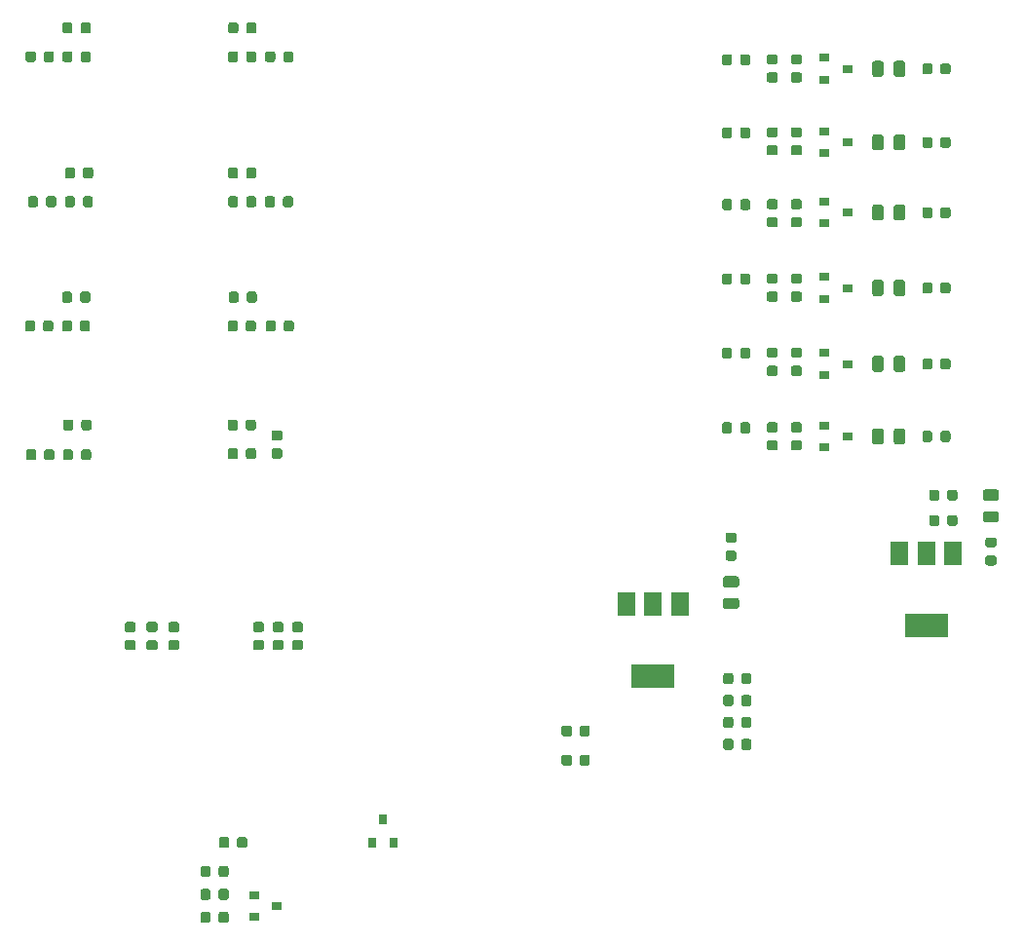
<source format=gbr>
G04 #@! TF.GenerationSoftware,KiCad,Pcbnew,(5.1.5)-3*
G04 #@! TF.CreationDate,2022-03-03T15:33:47+01:00*
G04 #@! TF.ProjectId,ESP32_client,45535033-325f-4636-9c69-656e742e6b69,rev?*
G04 #@! TF.SameCoordinates,Original*
G04 #@! TF.FileFunction,Paste,Top*
G04 #@! TF.FilePolarity,Positive*
%FSLAX46Y46*%
G04 Gerber Fmt 4.6, Leading zero omitted, Abs format (unit mm)*
G04 Created by KiCad (PCBNEW (5.1.5)-3) date 2022-03-03 15:33:47*
%MOMM*%
%LPD*%
G04 APERTURE LIST*
%ADD10C,0.100000*%
%ADD11R,0.800000X0.900000*%
%ADD12R,0.900000X0.800000*%
%ADD13R,3.800000X2.000000*%
%ADD14R,1.500000X2.000000*%
G04 APERTURE END LIST*
D10*
G36*
X137740191Y-133026053D02*
G01*
X137761426Y-133029203D01*
X137782250Y-133034419D01*
X137802462Y-133041651D01*
X137821868Y-133050830D01*
X137840281Y-133061866D01*
X137857524Y-133074654D01*
X137873430Y-133089070D01*
X137887846Y-133104976D01*
X137900634Y-133122219D01*
X137911670Y-133140632D01*
X137920849Y-133160038D01*
X137928081Y-133180250D01*
X137933297Y-133201074D01*
X137936447Y-133222309D01*
X137937500Y-133243750D01*
X137937500Y-133756250D01*
X137936447Y-133777691D01*
X137933297Y-133798926D01*
X137928081Y-133819750D01*
X137920849Y-133839962D01*
X137911670Y-133859368D01*
X137900634Y-133877781D01*
X137887846Y-133895024D01*
X137873430Y-133910930D01*
X137857524Y-133925346D01*
X137840281Y-133938134D01*
X137821868Y-133949170D01*
X137802462Y-133958349D01*
X137782250Y-133965581D01*
X137761426Y-133970797D01*
X137740191Y-133973947D01*
X137718750Y-133975000D01*
X137281250Y-133975000D01*
X137259809Y-133973947D01*
X137238574Y-133970797D01*
X137217750Y-133965581D01*
X137197538Y-133958349D01*
X137178132Y-133949170D01*
X137159719Y-133938134D01*
X137142476Y-133925346D01*
X137126570Y-133910930D01*
X137112154Y-133895024D01*
X137099366Y-133877781D01*
X137088330Y-133859368D01*
X137079151Y-133839962D01*
X137071919Y-133819750D01*
X137066703Y-133798926D01*
X137063553Y-133777691D01*
X137062500Y-133756250D01*
X137062500Y-133243750D01*
X137063553Y-133222309D01*
X137066703Y-133201074D01*
X137071919Y-133180250D01*
X137079151Y-133160038D01*
X137088330Y-133140632D01*
X137099366Y-133122219D01*
X137112154Y-133104976D01*
X137126570Y-133089070D01*
X137142476Y-133074654D01*
X137159719Y-133061866D01*
X137178132Y-133050830D01*
X137197538Y-133041651D01*
X137217750Y-133034419D01*
X137238574Y-133029203D01*
X137259809Y-133026053D01*
X137281250Y-133025000D01*
X137718750Y-133025000D01*
X137740191Y-133026053D01*
G37*
G36*
X139315191Y-133026053D02*
G01*
X139336426Y-133029203D01*
X139357250Y-133034419D01*
X139377462Y-133041651D01*
X139396868Y-133050830D01*
X139415281Y-133061866D01*
X139432524Y-133074654D01*
X139448430Y-133089070D01*
X139462846Y-133104976D01*
X139475634Y-133122219D01*
X139486670Y-133140632D01*
X139495849Y-133160038D01*
X139503081Y-133180250D01*
X139508297Y-133201074D01*
X139511447Y-133222309D01*
X139512500Y-133243750D01*
X139512500Y-133756250D01*
X139511447Y-133777691D01*
X139508297Y-133798926D01*
X139503081Y-133819750D01*
X139495849Y-133839962D01*
X139486670Y-133859368D01*
X139475634Y-133877781D01*
X139462846Y-133895024D01*
X139448430Y-133910930D01*
X139432524Y-133925346D01*
X139415281Y-133938134D01*
X139396868Y-133949170D01*
X139377462Y-133958349D01*
X139357250Y-133965581D01*
X139336426Y-133970797D01*
X139315191Y-133973947D01*
X139293750Y-133975000D01*
X138856250Y-133975000D01*
X138834809Y-133973947D01*
X138813574Y-133970797D01*
X138792750Y-133965581D01*
X138772538Y-133958349D01*
X138753132Y-133949170D01*
X138734719Y-133938134D01*
X138717476Y-133925346D01*
X138701570Y-133910930D01*
X138687154Y-133895024D01*
X138674366Y-133877781D01*
X138663330Y-133859368D01*
X138654151Y-133839962D01*
X138646919Y-133819750D01*
X138641703Y-133798926D01*
X138638553Y-133777691D01*
X138637500Y-133756250D01*
X138637500Y-133243750D01*
X138638553Y-133222309D01*
X138641703Y-133201074D01*
X138646919Y-133180250D01*
X138654151Y-133160038D01*
X138663330Y-133140632D01*
X138674366Y-133122219D01*
X138687154Y-133104976D01*
X138701570Y-133089070D01*
X138717476Y-133074654D01*
X138734719Y-133061866D01*
X138753132Y-133050830D01*
X138772538Y-133041651D01*
X138792750Y-133034419D01*
X138813574Y-133029203D01*
X138834809Y-133026053D01*
X138856250Y-133025000D01*
X139293750Y-133025000D01*
X139315191Y-133026053D01*
G37*
G36*
X170695191Y-120821053D02*
G01*
X170716426Y-120824203D01*
X170737250Y-120829419D01*
X170757462Y-120836651D01*
X170776868Y-120845830D01*
X170795281Y-120856866D01*
X170812524Y-120869654D01*
X170828430Y-120884070D01*
X170842846Y-120899976D01*
X170855634Y-120917219D01*
X170866670Y-120935632D01*
X170875849Y-120955038D01*
X170883081Y-120975250D01*
X170888297Y-120996074D01*
X170891447Y-121017309D01*
X170892500Y-121038750D01*
X170892500Y-121551250D01*
X170891447Y-121572691D01*
X170888297Y-121593926D01*
X170883081Y-121614750D01*
X170875849Y-121634962D01*
X170866670Y-121654368D01*
X170855634Y-121672781D01*
X170842846Y-121690024D01*
X170828430Y-121705930D01*
X170812524Y-121720346D01*
X170795281Y-121733134D01*
X170776868Y-121744170D01*
X170757462Y-121753349D01*
X170737250Y-121760581D01*
X170716426Y-121765797D01*
X170695191Y-121768947D01*
X170673750Y-121770000D01*
X170236250Y-121770000D01*
X170214809Y-121768947D01*
X170193574Y-121765797D01*
X170172750Y-121760581D01*
X170152538Y-121753349D01*
X170133132Y-121744170D01*
X170114719Y-121733134D01*
X170097476Y-121720346D01*
X170081570Y-121705930D01*
X170067154Y-121690024D01*
X170054366Y-121672781D01*
X170043330Y-121654368D01*
X170034151Y-121634962D01*
X170026919Y-121614750D01*
X170021703Y-121593926D01*
X170018553Y-121572691D01*
X170017500Y-121551250D01*
X170017500Y-121038750D01*
X170018553Y-121017309D01*
X170021703Y-120996074D01*
X170026919Y-120975250D01*
X170034151Y-120955038D01*
X170043330Y-120935632D01*
X170054366Y-120917219D01*
X170067154Y-120899976D01*
X170081570Y-120884070D01*
X170097476Y-120869654D01*
X170114719Y-120856866D01*
X170133132Y-120845830D01*
X170152538Y-120836651D01*
X170172750Y-120829419D01*
X170193574Y-120824203D01*
X170214809Y-120821053D01*
X170236250Y-120820000D01*
X170673750Y-120820000D01*
X170695191Y-120821053D01*
G37*
G36*
X169120191Y-120821053D02*
G01*
X169141426Y-120824203D01*
X169162250Y-120829419D01*
X169182462Y-120836651D01*
X169201868Y-120845830D01*
X169220281Y-120856866D01*
X169237524Y-120869654D01*
X169253430Y-120884070D01*
X169267846Y-120899976D01*
X169280634Y-120917219D01*
X169291670Y-120935632D01*
X169300849Y-120955038D01*
X169308081Y-120975250D01*
X169313297Y-120996074D01*
X169316447Y-121017309D01*
X169317500Y-121038750D01*
X169317500Y-121551250D01*
X169316447Y-121572691D01*
X169313297Y-121593926D01*
X169308081Y-121614750D01*
X169300849Y-121634962D01*
X169291670Y-121654368D01*
X169280634Y-121672781D01*
X169267846Y-121690024D01*
X169253430Y-121705930D01*
X169237524Y-121720346D01*
X169220281Y-121733134D01*
X169201868Y-121744170D01*
X169182462Y-121753349D01*
X169162250Y-121760581D01*
X169141426Y-121765797D01*
X169120191Y-121768947D01*
X169098750Y-121770000D01*
X168661250Y-121770000D01*
X168639809Y-121768947D01*
X168618574Y-121765797D01*
X168597750Y-121760581D01*
X168577538Y-121753349D01*
X168558132Y-121744170D01*
X168539719Y-121733134D01*
X168522476Y-121720346D01*
X168506570Y-121705930D01*
X168492154Y-121690024D01*
X168479366Y-121672781D01*
X168468330Y-121654368D01*
X168459151Y-121634962D01*
X168451919Y-121614750D01*
X168446703Y-121593926D01*
X168443553Y-121572691D01*
X168442500Y-121551250D01*
X168442500Y-121038750D01*
X168443553Y-121017309D01*
X168446703Y-120996074D01*
X168451919Y-120975250D01*
X168459151Y-120955038D01*
X168468330Y-120935632D01*
X168479366Y-120917219D01*
X168492154Y-120899976D01*
X168506570Y-120884070D01*
X168522476Y-120869654D01*
X168539719Y-120856866D01*
X168558132Y-120845830D01*
X168577538Y-120836651D01*
X168597750Y-120829419D01*
X168618574Y-120824203D01*
X168639809Y-120821053D01*
X168661250Y-120820000D01*
X169098750Y-120820000D01*
X169120191Y-120821053D01*
G37*
G36*
X189127691Y-94476053D02*
G01*
X189148926Y-94479203D01*
X189169750Y-94484419D01*
X189189962Y-94491651D01*
X189209368Y-94500830D01*
X189227781Y-94511866D01*
X189245024Y-94524654D01*
X189260930Y-94539070D01*
X189275346Y-94554976D01*
X189288134Y-94572219D01*
X189299170Y-94590632D01*
X189308349Y-94610038D01*
X189315581Y-94630250D01*
X189320797Y-94651074D01*
X189323947Y-94672309D01*
X189325000Y-94693750D01*
X189325000Y-95131250D01*
X189323947Y-95152691D01*
X189320797Y-95173926D01*
X189315581Y-95194750D01*
X189308349Y-95214962D01*
X189299170Y-95234368D01*
X189288134Y-95252781D01*
X189275346Y-95270024D01*
X189260930Y-95285930D01*
X189245024Y-95300346D01*
X189227781Y-95313134D01*
X189209368Y-95324170D01*
X189189962Y-95333349D01*
X189169750Y-95340581D01*
X189148926Y-95345797D01*
X189127691Y-95348947D01*
X189106250Y-95350000D01*
X188593750Y-95350000D01*
X188572309Y-95348947D01*
X188551074Y-95345797D01*
X188530250Y-95340581D01*
X188510038Y-95333349D01*
X188490632Y-95324170D01*
X188472219Y-95313134D01*
X188454976Y-95300346D01*
X188439070Y-95285930D01*
X188424654Y-95270024D01*
X188411866Y-95252781D01*
X188400830Y-95234368D01*
X188391651Y-95214962D01*
X188384419Y-95194750D01*
X188379203Y-95173926D01*
X188376053Y-95152691D01*
X188375000Y-95131250D01*
X188375000Y-94693750D01*
X188376053Y-94672309D01*
X188379203Y-94651074D01*
X188384419Y-94630250D01*
X188391651Y-94610038D01*
X188400830Y-94590632D01*
X188411866Y-94572219D01*
X188424654Y-94554976D01*
X188439070Y-94539070D01*
X188454976Y-94524654D01*
X188472219Y-94511866D01*
X188490632Y-94500830D01*
X188510038Y-94491651D01*
X188530250Y-94484419D01*
X188551074Y-94479203D01*
X188572309Y-94476053D01*
X188593750Y-94475000D01*
X189106250Y-94475000D01*
X189127691Y-94476053D01*
G37*
G36*
X189127691Y-96051053D02*
G01*
X189148926Y-96054203D01*
X189169750Y-96059419D01*
X189189962Y-96066651D01*
X189209368Y-96075830D01*
X189227781Y-96086866D01*
X189245024Y-96099654D01*
X189260930Y-96114070D01*
X189275346Y-96129976D01*
X189288134Y-96147219D01*
X189299170Y-96165632D01*
X189308349Y-96185038D01*
X189315581Y-96205250D01*
X189320797Y-96226074D01*
X189323947Y-96247309D01*
X189325000Y-96268750D01*
X189325000Y-96706250D01*
X189323947Y-96727691D01*
X189320797Y-96748926D01*
X189315581Y-96769750D01*
X189308349Y-96789962D01*
X189299170Y-96809368D01*
X189288134Y-96827781D01*
X189275346Y-96845024D01*
X189260930Y-96860930D01*
X189245024Y-96875346D01*
X189227781Y-96888134D01*
X189209368Y-96899170D01*
X189189962Y-96908349D01*
X189169750Y-96915581D01*
X189148926Y-96920797D01*
X189127691Y-96923947D01*
X189106250Y-96925000D01*
X188593750Y-96925000D01*
X188572309Y-96923947D01*
X188551074Y-96920797D01*
X188530250Y-96915581D01*
X188510038Y-96908349D01*
X188490632Y-96899170D01*
X188472219Y-96888134D01*
X188454976Y-96875346D01*
X188439070Y-96860930D01*
X188424654Y-96845024D01*
X188411866Y-96827781D01*
X188400830Y-96809368D01*
X188391651Y-96789962D01*
X188384419Y-96769750D01*
X188379203Y-96748926D01*
X188376053Y-96727691D01*
X188375000Y-96706250D01*
X188375000Y-96268750D01*
X188376053Y-96247309D01*
X188379203Y-96226074D01*
X188384419Y-96205250D01*
X188391651Y-96185038D01*
X188400830Y-96165632D01*
X188411866Y-96147219D01*
X188424654Y-96129976D01*
X188439070Y-96114070D01*
X188454976Y-96099654D01*
X188472219Y-96086866D01*
X188490632Y-96075830D01*
X188510038Y-96066651D01*
X188530250Y-96059419D01*
X188551074Y-96054203D01*
X188572309Y-96051053D01*
X188593750Y-96050000D01*
X189106250Y-96050000D01*
X189127691Y-96051053D01*
G37*
G36*
X169120191Y-123361053D02*
G01*
X169141426Y-123364203D01*
X169162250Y-123369419D01*
X169182462Y-123376651D01*
X169201868Y-123385830D01*
X169220281Y-123396866D01*
X169237524Y-123409654D01*
X169253430Y-123424070D01*
X169267846Y-123439976D01*
X169280634Y-123457219D01*
X169291670Y-123475632D01*
X169300849Y-123495038D01*
X169308081Y-123515250D01*
X169313297Y-123536074D01*
X169316447Y-123557309D01*
X169317500Y-123578750D01*
X169317500Y-124091250D01*
X169316447Y-124112691D01*
X169313297Y-124133926D01*
X169308081Y-124154750D01*
X169300849Y-124174962D01*
X169291670Y-124194368D01*
X169280634Y-124212781D01*
X169267846Y-124230024D01*
X169253430Y-124245930D01*
X169237524Y-124260346D01*
X169220281Y-124273134D01*
X169201868Y-124284170D01*
X169182462Y-124293349D01*
X169162250Y-124300581D01*
X169141426Y-124305797D01*
X169120191Y-124308947D01*
X169098750Y-124310000D01*
X168661250Y-124310000D01*
X168639809Y-124308947D01*
X168618574Y-124305797D01*
X168597750Y-124300581D01*
X168577538Y-124293349D01*
X168558132Y-124284170D01*
X168539719Y-124273134D01*
X168522476Y-124260346D01*
X168506570Y-124245930D01*
X168492154Y-124230024D01*
X168479366Y-124212781D01*
X168468330Y-124194368D01*
X168459151Y-124174962D01*
X168451919Y-124154750D01*
X168446703Y-124133926D01*
X168443553Y-124112691D01*
X168442500Y-124091250D01*
X168442500Y-123578750D01*
X168443553Y-123557309D01*
X168446703Y-123536074D01*
X168451919Y-123515250D01*
X168459151Y-123495038D01*
X168468330Y-123475632D01*
X168479366Y-123457219D01*
X168492154Y-123439976D01*
X168506570Y-123424070D01*
X168522476Y-123409654D01*
X168539719Y-123396866D01*
X168558132Y-123385830D01*
X168577538Y-123376651D01*
X168597750Y-123369419D01*
X168618574Y-123364203D01*
X168639809Y-123361053D01*
X168661250Y-123360000D01*
X169098750Y-123360000D01*
X169120191Y-123361053D01*
G37*
G36*
X170695191Y-123361053D02*
G01*
X170716426Y-123364203D01*
X170737250Y-123369419D01*
X170757462Y-123376651D01*
X170776868Y-123385830D01*
X170795281Y-123396866D01*
X170812524Y-123409654D01*
X170828430Y-123424070D01*
X170842846Y-123439976D01*
X170855634Y-123457219D01*
X170866670Y-123475632D01*
X170875849Y-123495038D01*
X170883081Y-123515250D01*
X170888297Y-123536074D01*
X170891447Y-123557309D01*
X170892500Y-123578750D01*
X170892500Y-124091250D01*
X170891447Y-124112691D01*
X170888297Y-124133926D01*
X170883081Y-124154750D01*
X170875849Y-124174962D01*
X170866670Y-124194368D01*
X170855634Y-124212781D01*
X170842846Y-124230024D01*
X170828430Y-124245930D01*
X170812524Y-124260346D01*
X170795281Y-124273134D01*
X170776868Y-124284170D01*
X170757462Y-124293349D01*
X170737250Y-124300581D01*
X170716426Y-124305797D01*
X170695191Y-124308947D01*
X170673750Y-124310000D01*
X170236250Y-124310000D01*
X170214809Y-124308947D01*
X170193574Y-124305797D01*
X170172750Y-124300581D01*
X170152538Y-124293349D01*
X170133132Y-124284170D01*
X170114719Y-124273134D01*
X170097476Y-124260346D01*
X170081570Y-124245930D01*
X170067154Y-124230024D01*
X170054366Y-124212781D01*
X170043330Y-124194368D01*
X170034151Y-124174962D01*
X170026919Y-124154750D01*
X170021703Y-124133926D01*
X170018553Y-124112691D01*
X170017500Y-124091250D01*
X170017500Y-123578750D01*
X170018553Y-123557309D01*
X170021703Y-123536074D01*
X170026919Y-123515250D01*
X170034151Y-123495038D01*
X170043330Y-123475632D01*
X170054366Y-123457219D01*
X170067154Y-123439976D01*
X170081570Y-123424070D01*
X170097476Y-123409654D01*
X170114719Y-123396866D01*
X170133132Y-123385830D01*
X170152538Y-123376651D01*
X170172750Y-123369419D01*
X170193574Y-123364203D01*
X170214809Y-123361053D01*
X170236250Y-123360000D01*
X170673750Y-123360000D01*
X170695191Y-123361053D01*
G37*
G36*
X183165191Y-116271053D02*
G01*
X183186426Y-116274203D01*
X183207250Y-116279419D01*
X183227462Y-116286651D01*
X183246868Y-116295830D01*
X183265281Y-116306866D01*
X183282524Y-116319654D01*
X183298430Y-116334070D01*
X183312846Y-116349976D01*
X183325634Y-116367219D01*
X183336670Y-116385632D01*
X183345849Y-116405038D01*
X183353081Y-116425250D01*
X183358297Y-116446074D01*
X183361447Y-116467309D01*
X183362500Y-116488750D01*
X183362500Y-117001250D01*
X183361447Y-117022691D01*
X183358297Y-117043926D01*
X183353081Y-117064750D01*
X183345849Y-117084962D01*
X183336670Y-117104368D01*
X183325634Y-117122781D01*
X183312846Y-117140024D01*
X183298430Y-117155930D01*
X183282524Y-117170346D01*
X183265281Y-117183134D01*
X183246868Y-117194170D01*
X183227462Y-117203349D01*
X183207250Y-117210581D01*
X183186426Y-117215797D01*
X183165191Y-117218947D01*
X183143750Y-117220000D01*
X182706250Y-117220000D01*
X182684809Y-117218947D01*
X182663574Y-117215797D01*
X182642750Y-117210581D01*
X182622538Y-117203349D01*
X182603132Y-117194170D01*
X182584719Y-117183134D01*
X182567476Y-117170346D01*
X182551570Y-117155930D01*
X182537154Y-117140024D01*
X182524366Y-117122781D01*
X182513330Y-117104368D01*
X182504151Y-117084962D01*
X182496919Y-117064750D01*
X182491703Y-117043926D01*
X182488553Y-117022691D01*
X182487500Y-117001250D01*
X182487500Y-116488750D01*
X182488553Y-116467309D01*
X182491703Y-116446074D01*
X182496919Y-116425250D01*
X182504151Y-116405038D01*
X182513330Y-116385632D01*
X182524366Y-116367219D01*
X182537154Y-116349976D01*
X182551570Y-116334070D01*
X182567476Y-116319654D01*
X182584719Y-116306866D01*
X182603132Y-116295830D01*
X182622538Y-116286651D01*
X182642750Y-116279419D01*
X182663574Y-116274203D01*
X182684809Y-116271053D01*
X182706250Y-116270000D01*
X183143750Y-116270000D01*
X183165191Y-116271053D01*
G37*
G36*
X184740191Y-116271053D02*
G01*
X184761426Y-116274203D01*
X184782250Y-116279419D01*
X184802462Y-116286651D01*
X184821868Y-116295830D01*
X184840281Y-116306866D01*
X184857524Y-116319654D01*
X184873430Y-116334070D01*
X184887846Y-116349976D01*
X184900634Y-116367219D01*
X184911670Y-116385632D01*
X184920849Y-116405038D01*
X184928081Y-116425250D01*
X184933297Y-116446074D01*
X184936447Y-116467309D01*
X184937500Y-116488750D01*
X184937500Y-117001250D01*
X184936447Y-117022691D01*
X184933297Y-117043926D01*
X184928081Y-117064750D01*
X184920849Y-117084962D01*
X184911670Y-117104368D01*
X184900634Y-117122781D01*
X184887846Y-117140024D01*
X184873430Y-117155930D01*
X184857524Y-117170346D01*
X184840281Y-117183134D01*
X184821868Y-117194170D01*
X184802462Y-117203349D01*
X184782250Y-117210581D01*
X184761426Y-117215797D01*
X184740191Y-117218947D01*
X184718750Y-117220000D01*
X184281250Y-117220000D01*
X184259809Y-117218947D01*
X184238574Y-117215797D01*
X184217750Y-117210581D01*
X184197538Y-117203349D01*
X184178132Y-117194170D01*
X184159719Y-117183134D01*
X184142476Y-117170346D01*
X184126570Y-117155930D01*
X184112154Y-117140024D01*
X184099366Y-117122781D01*
X184088330Y-117104368D01*
X184079151Y-117084962D01*
X184071919Y-117064750D01*
X184066703Y-117043926D01*
X184063553Y-117022691D01*
X184062500Y-117001250D01*
X184062500Y-116488750D01*
X184063553Y-116467309D01*
X184066703Y-116446074D01*
X184071919Y-116425250D01*
X184079151Y-116405038D01*
X184088330Y-116385632D01*
X184099366Y-116367219D01*
X184112154Y-116349976D01*
X184126570Y-116334070D01*
X184142476Y-116319654D01*
X184159719Y-116306866D01*
X184178132Y-116295830D01*
X184197538Y-116286651D01*
X184217750Y-116279419D01*
X184238574Y-116274203D01*
X184259809Y-116271053D01*
X184281250Y-116270000D01*
X184718750Y-116270000D01*
X184740191Y-116271053D01*
G37*
G36*
X133127691Y-111826053D02*
G01*
X133148926Y-111829203D01*
X133169750Y-111834419D01*
X133189962Y-111841651D01*
X133209368Y-111850830D01*
X133227781Y-111861866D01*
X133245024Y-111874654D01*
X133260930Y-111889070D01*
X133275346Y-111904976D01*
X133288134Y-111922219D01*
X133299170Y-111940632D01*
X133308349Y-111960038D01*
X133315581Y-111980250D01*
X133320797Y-112001074D01*
X133323947Y-112022309D01*
X133325000Y-112043750D01*
X133325000Y-112481250D01*
X133323947Y-112502691D01*
X133320797Y-112523926D01*
X133315581Y-112544750D01*
X133308349Y-112564962D01*
X133299170Y-112584368D01*
X133288134Y-112602781D01*
X133275346Y-112620024D01*
X133260930Y-112635930D01*
X133245024Y-112650346D01*
X133227781Y-112663134D01*
X133209368Y-112674170D01*
X133189962Y-112683349D01*
X133169750Y-112690581D01*
X133148926Y-112695797D01*
X133127691Y-112698947D01*
X133106250Y-112700000D01*
X132593750Y-112700000D01*
X132572309Y-112698947D01*
X132551074Y-112695797D01*
X132530250Y-112690581D01*
X132510038Y-112683349D01*
X132490632Y-112674170D01*
X132472219Y-112663134D01*
X132454976Y-112650346D01*
X132439070Y-112635930D01*
X132424654Y-112620024D01*
X132411866Y-112602781D01*
X132400830Y-112584368D01*
X132391651Y-112564962D01*
X132384419Y-112544750D01*
X132379203Y-112523926D01*
X132376053Y-112502691D01*
X132375000Y-112481250D01*
X132375000Y-112043750D01*
X132376053Y-112022309D01*
X132379203Y-112001074D01*
X132384419Y-111980250D01*
X132391651Y-111960038D01*
X132400830Y-111940632D01*
X132411866Y-111922219D01*
X132424654Y-111904976D01*
X132439070Y-111889070D01*
X132454976Y-111874654D01*
X132472219Y-111861866D01*
X132490632Y-111850830D01*
X132510038Y-111841651D01*
X132530250Y-111834419D01*
X132551074Y-111829203D01*
X132572309Y-111826053D01*
X132593750Y-111825000D01*
X133106250Y-111825000D01*
X133127691Y-111826053D01*
G37*
G36*
X133127691Y-113401053D02*
G01*
X133148926Y-113404203D01*
X133169750Y-113409419D01*
X133189962Y-113416651D01*
X133209368Y-113425830D01*
X133227781Y-113436866D01*
X133245024Y-113449654D01*
X133260930Y-113464070D01*
X133275346Y-113479976D01*
X133288134Y-113497219D01*
X133299170Y-113515632D01*
X133308349Y-113535038D01*
X133315581Y-113555250D01*
X133320797Y-113576074D01*
X133323947Y-113597309D01*
X133325000Y-113618750D01*
X133325000Y-114056250D01*
X133323947Y-114077691D01*
X133320797Y-114098926D01*
X133315581Y-114119750D01*
X133308349Y-114139962D01*
X133299170Y-114159368D01*
X133288134Y-114177781D01*
X133275346Y-114195024D01*
X133260930Y-114210930D01*
X133245024Y-114225346D01*
X133227781Y-114238134D01*
X133209368Y-114249170D01*
X133189962Y-114258349D01*
X133169750Y-114265581D01*
X133148926Y-114270797D01*
X133127691Y-114273947D01*
X133106250Y-114275000D01*
X132593750Y-114275000D01*
X132572309Y-114273947D01*
X132551074Y-114270797D01*
X132530250Y-114265581D01*
X132510038Y-114258349D01*
X132490632Y-114249170D01*
X132472219Y-114238134D01*
X132454976Y-114225346D01*
X132439070Y-114210930D01*
X132424654Y-114195024D01*
X132411866Y-114177781D01*
X132400830Y-114159368D01*
X132391651Y-114139962D01*
X132384419Y-114119750D01*
X132379203Y-114098926D01*
X132376053Y-114077691D01*
X132375000Y-114056250D01*
X132375000Y-113618750D01*
X132376053Y-113597309D01*
X132379203Y-113576074D01*
X132384419Y-113555250D01*
X132391651Y-113535038D01*
X132400830Y-113515632D01*
X132411866Y-113497219D01*
X132424654Y-113479976D01*
X132439070Y-113464070D01*
X132454976Y-113449654D01*
X132472219Y-113436866D01*
X132490632Y-113425830D01*
X132510038Y-113416651D01*
X132530250Y-113409419D01*
X132551074Y-113404203D01*
X132572309Y-113401053D01*
X132593750Y-113400000D01*
X133106250Y-113400000D01*
X133127691Y-113401053D01*
G37*
G36*
X144077691Y-113401053D02*
G01*
X144098926Y-113404203D01*
X144119750Y-113409419D01*
X144139962Y-113416651D01*
X144159368Y-113425830D01*
X144177781Y-113436866D01*
X144195024Y-113449654D01*
X144210930Y-113464070D01*
X144225346Y-113479976D01*
X144238134Y-113497219D01*
X144249170Y-113515632D01*
X144258349Y-113535038D01*
X144265581Y-113555250D01*
X144270797Y-113576074D01*
X144273947Y-113597309D01*
X144275000Y-113618750D01*
X144275000Y-114056250D01*
X144273947Y-114077691D01*
X144270797Y-114098926D01*
X144265581Y-114119750D01*
X144258349Y-114139962D01*
X144249170Y-114159368D01*
X144238134Y-114177781D01*
X144225346Y-114195024D01*
X144210930Y-114210930D01*
X144195024Y-114225346D01*
X144177781Y-114238134D01*
X144159368Y-114249170D01*
X144139962Y-114258349D01*
X144119750Y-114265581D01*
X144098926Y-114270797D01*
X144077691Y-114273947D01*
X144056250Y-114275000D01*
X143543750Y-114275000D01*
X143522309Y-114273947D01*
X143501074Y-114270797D01*
X143480250Y-114265581D01*
X143460038Y-114258349D01*
X143440632Y-114249170D01*
X143422219Y-114238134D01*
X143404976Y-114225346D01*
X143389070Y-114210930D01*
X143374654Y-114195024D01*
X143361866Y-114177781D01*
X143350830Y-114159368D01*
X143341651Y-114139962D01*
X143334419Y-114119750D01*
X143329203Y-114098926D01*
X143326053Y-114077691D01*
X143325000Y-114056250D01*
X143325000Y-113618750D01*
X143326053Y-113597309D01*
X143329203Y-113576074D01*
X143334419Y-113555250D01*
X143341651Y-113535038D01*
X143350830Y-113515632D01*
X143361866Y-113497219D01*
X143374654Y-113479976D01*
X143389070Y-113464070D01*
X143404976Y-113449654D01*
X143422219Y-113436866D01*
X143440632Y-113425830D01*
X143460038Y-113416651D01*
X143480250Y-113409419D01*
X143501074Y-113404203D01*
X143522309Y-113401053D01*
X143543750Y-113400000D01*
X144056250Y-113400000D01*
X144077691Y-113401053D01*
G37*
G36*
X144077691Y-111826053D02*
G01*
X144098926Y-111829203D01*
X144119750Y-111834419D01*
X144139962Y-111841651D01*
X144159368Y-111850830D01*
X144177781Y-111861866D01*
X144195024Y-111874654D01*
X144210930Y-111889070D01*
X144225346Y-111904976D01*
X144238134Y-111922219D01*
X144249170Y-111940632D01*
X144258349Y-111960038D01*
X144265581Y-111980250D01*
X144270797Y-112001074D01*
X144273947Y-112022309D01*
X144275000Y-112043750D01*
X144275000Y-112481250D01*
X144273947Y-112502691D01*
X144270797Y-112523926D01*
X144265581Y-112544750D01*
X144258349Y-112564962D01*
X144249170Y-112584368D01*
X144238134Y-112602781D01*
X144225346Y-112620024D01*
X144210930Y-112635930D01*
X144195024Y-112650346D01*
X144177781Y-112663134D01*
X144159368Y-112674170D01*
X144139962Y-112683349D01*
X144119750Y-112690581D01*
X144098926Y-112695797D01*
X144077691Y-112698947D01*
X144056250Y-112700000D01*
X143543750Y-112700000D01*
X143522309Y-112698947D01*
X143501074Y-112695797D01*
X143480250Y-112690581D01*
X143460038Y-112683349D01*
X143440632Y-112674170D01*
X143422219Y-112663134D01*
X143404976Y-112650346D01*
X143389070Y-112635930D01*
X143374654Y-112620024D01*
X143361866Y-112602781D01*
X143350830Y-112584368D01*
X143341651Y-112564962D01*
X143334419Y-112544750D01*
X143329203Y-112523926D01*
X143326053Y-112502691D01*
X143325000Y-112481250D01*
X143325000Y-112043750D01*
X143326053Y-112022309D01*
X143329203Y-112001074D01*
X143334419Y-111980250D01*
X143341651Y-111960038D01*
X143350830Y-111940632D01*
X143361866Y-111922219D01*
X143374654Y-111904976D01*
X143389070Y-111889070D01*
X143404976Y-111874654D01*
X143422219Y-111861866D01*
X143440632Y-111850830D01*
X143460038Y-111841651D01*
X143480250Y-111834419D01*
X143501074Y-111829203D01*
X143522309Y-111826053D01*
X143543750Y-111825000D01*
X144056250Y-111825000D01*
X144077691Y-111826053D01*
G37*
G36*
X184740191Y-118176053D02*
G01*
X184761426Y-118179203D01*
X184782250Y-118184419D01*
X184802462Y-118191651D01*
X184821868Y-118200830D01*
X184840281Y-118211866D01*
X184857524Y-118224654D01*
X184873430Y-118239070D01*
X184887846Y-118254976D01*
X184900634Y-118272219D01*
X184911670Y-118290632D01*
X184920849Y-118310038D01*
X184928081Y-118330250D01*
X184933297Y-118351074D01*
X184936447Y-118372309D01*
X184937500Y-118393750D01*
X184937500Y-118906250D01*
X184936447Y-118927691D01*
X184933297Y-118948926D01*
X184928081Y-118969750D01*
X184920849Y-118989962D01*
X184911670Y-119009368D01*
X184900634Y-119027781D01*
X184887846Y-119045024D01*
X184873430Y-119060930D01*
X184857524Y-119075346D01*
X184840281Y-119088134D01*
X184821868Y-119099170D01*
X184802462Y-119108349D01*
X184782250Y-119115581D01*
X184761426Y-119120797D01*
X184740191Y-119123947D01*
X184718750Y-119125000D01*
X184281250Y-119125000D01*
X184259809Y-119123947D01*
X184238574Y-119120797D01*
X184217750Y-119115581D01*
X184197538Y-119108349D01*
X184178132Y-119099170D01*
X184159719Y-119088134D01*
X184142476Y-119075346D01*
X184126570Y-119060930D01*
X184112154Y-119045024D01*
X184099366Y-119027781D01*
X184088330Y-119009368D01*
X184079151Y-118989962D01*
X184071919Y-118969750D01*
X184066703Y-118948926D01*
X184063553Y-118927691D01*
X184062500Y-118906250D01*
X184062500Y-118393750D01*
X184063553Y-118372309D01*
X184066703Y-118351074D01*
X184071919Y-118330250D01*
X184079151Y-118310038D01*
X184088330Y-118290632D01*
X184099366Y-118272219D01*
X184112154Y-118254976D01*
X184126570Y-118239070D01*
X184142476Y-118224654D01*
X184159719Y-118211866D01*
X184178132Y-118200830D01*
X184197538Y-118191651D01*
X184217750Y-118184419D01*
X184238574Y-118179203D01*
X184259809Y-118176053D01*
X184281250Y-118175000D01*
X184718750Y-118175000D01*
X184740191Y-118176053D01*
G37*
G36*
X183165191Y-118176053D02*
G01*
X183186426Y-118179203D01*
X183207250Y-118184419D01*
X183227462Y-118191651D01*
X183246868Y-118200830D01*
X183265281Y-118211866D01*
X183282524Y-118224654D01*
X183298430Y-118239070D01*
X183312846Y-118254976D01*
X183325634Y-118272219D01*
X183336670Y-118290632D01*
X183345849Y-118310038D01*
X183353081Y-118330250D01*
X183358297Y-118351074D01*
X183361447Y-118372309D01*
X183362500Y-118393750D01*
X183362500Y-118906250D01*
X183361447Y-118927691D01*
X183358297Y-118948926D01*
X183353081Y-118969750D01*
X183345849Y-118989962D01*
X183336670Y-119009368D01*
X183325634Y-119027781D01*
X183312846Y-119045024D01*
X183298430Y-119060930D01*
X183282524Y-119075346D01*
X183265281Y-119088134D01*
X183246868Y-119099170D01*
X183227462Y-119108349D01*
X183207250Y-119115581D01*
X183186426Y-119120797D01*
X183165191Y-119123947D01*
X183143750Y-119125000D01*
X182706250Y-119125000D01*
X182684809Y-119123947D01*
X182663574Y-119120797D01*
X182642750Y-119115581D01*
X182622538Y-119108349D01*
X182603132Y-119099170D01*
X182584719Y-119088134D01*
X182567476Y-119075346D01*
X182551570Y-119060930D01*
X182537154Y-119045024D01*
X182524366Y-119027781D01*
X182513330Y-119009368D01*
X182504151Y-118989962D01*
X182496919Y-118969750D01*
X182491703Y-118948926D01*
X182488553Y-118927691D01*
X182487500Y-118906250D01*
X182487500Y-118393750D01*
X182488553Y-118372309D01*
X182491703Y-118351074D01*
X182496919Y-118330250D01*
X182504151Y-118310038D01*
X182513330Y-118290632D01*
X182524366Y-118272219D01*
X182537154Y-118254976D01*
X182551570Y-118239070D01*
X182567476Y-118224654D01*
X182584719Y-118211866D01*
X182603132Y-118200830D01*
X182622538Y-118191651D01*
X182642750Y-118184419D01*
X182663574Y-118179203D01*
X182684809Y-118176053D01*
X182706250Y-118175000D01*
X183143750Y-118175000D01*
X183165191Y-118176053D01*
G37*
G36*
X189127691Y-81538553D02*
G01*
X189148926Y-81541703D01*
X189169750Y-81546919D01*
X189189962Y-81554151D01*
X189209368Y-81563330D01*
X189227781Y-81574366D01*
X189245024Y-81587154D01*
X189260930Y-81601570D01*
X189275346Y-81617476D01*
X189288134Y-81634719D01*
X189299170Y-81653132D01*
X189308349Y-81672538D01*
X189315581Y-81692750D01*
X189320797Y-81713574D01*
X189323947Y-81734809D01*
X189325000Y-81756250D01*
X189325000Y-82193750D01*
X189323947Y-82215191D01*
X189320797Y-82236426D01*
X189315581Y-82257250D01*
X189308349Y-82277462D01*
X189299170Y-82296868D01*
X189288134Y-82315281D01*
X189275346Y-82332524D01*
X189260930Y-82348430D01*
X189245024Y-82362846D01*
X189227781Y-82375634D01*
X189209368Y-82386670D01*
X189189962Y-82395849D01*
X189169750Y-82403081D01*
X189148926Y-82408297D01*
X189127691Y-82411447D01*
X189106250Y-82412500D01*
X188593750Y-82412500D01*
X188572309Y-82411447D01*
X188551074Y-82408297D01*
X188530250Y-82403081D01*
X188510038Y-82395849D01*
X188490632Y-82386670D01*
X188472219Y-82375634D01*
X188454976Y-82362846D01*
X188439070Y-82348430D01*
X188424654Y-82332524D01*
X188411866Y-82315281D01*
X188400830Y-82296868D01*
X188391651Y-82277462D01*
X188384419Y-82257250D01*
X188379203Y-82236426D01*
X188376053Y-82215191D01*
X188375000Y-82193750D01*
X188375000Y-81756250D01*
X188376053Y-81734809D01*
X188379203Y-81713574D01*
X188384419Y-81692750D01*
X188391651Y-81672538D01*
X188400830Y-81653132D01*
X188411866Y-81634719D01*
X188424654Y-81617476D01*
X188439070Y-81601570D01*
X188454976Y-81587154D01*
X188472219Y-81574366D01*
X188490632Y-81563330D01*
X188510038Y-81554151D01*
X188530250Y-81546919D01*
X188551074Y-81541703D01*
X188572309Y-81538553D01*
X188593750Y-81537500D01*
X189106250Y-81537500D01*
X189127691Y-81538553D01*
G37*
G36*
X189127691Y-83113553D02*
G01*
X189148926Y-83116703D01*
X189169750Y-83121919D01*
X189189962Y-83129151D01*
X189209368Y-83138330D01*
X189227781Y-83149366D01*
X189245024Y-83162154D01*
X189260930Y-83176570D01*
X189275346Y-83192476D01*
X189288134Y-83209719D01*
X189299170Y-83228132D01*
X189308349Y-83247538D01*
X189315581Y-83267750D01*
X189320797Y-83288574D01*
X189323947Y-83309809D01*
X189325000Y-83331250D01*
X189325000Y-83768750D01*
X189323947Y-83790191D01*
X189320797Y-83811426D01*
X189315581Y-83832250D01*
X189308349Y-83852462D01*
X189299170Y-83871868D01*
X189288134Y-83890281D01*
X189275346Y-83907524D01*
X189260930Y-83923430D01*
X189245024Y-83937846D01*
X189227781Y-83950634D01*
X189209368Y-83961670D01*
X189189962Y-83970849D01*
X189169750Y-83978081D01*
X189148926Y-83983297D01*
X189127691Y-83986447D01*
X189106250Y-83987500D01*
X188593750Y-83987500D01*
X188572309Y-83986447D01*
X188551074Y-83983297D01*
X188530250Y-83978081D01*
X188510038Y-83970849D01*
X188490632Y-83961670D01*
X188472219Y-83950634D01*
X188454976Y-83937846D01*
X188439070Y-83923430D01*
X188424654Y-83907524D01*
X188411866Y-83890281D01*
X188400830Y-83871868D01*
X188391651Y-83852462D01*
X188384419Y-83832250D01*
X188379203Y-83811426D01*
X188376053Y-83790191D01*
X188375000Y-83768750D01*
X188375000Y-83331250D01*
X188376053Y-83309809D01*
X188379203Y-83288574D01*
X188384419Y-83267750D01*
X188391651Y-83247538D01*
X188400830Y-83228132D01*
X188411866Y-83209719D01*
X188424654Y-83192476D01*
X188439070Y-83176570D01*
X188454976Y-83162154D01*
X188472219Y-83149366D01*
X188490632Y-83138330D01*
X188510038Y-83129151D01*
X188530250Y-83121919D01*
X188551074Y-83116703D01*
X188572309Y-83113553D01*
X188593750Y-83112500D01*
X189106250Y-83112500D01*
X189127691Y-83113553D01*
G37*
G36*
X183165191Y-120081053D02*
G01*
X183186426Y-120084203D01*
X183207250Y-120089419D01*
X183227462Y-120096651D01*
X183246868Y-120105830D01*
X183265281Y-120116866D01*
X183282524Y-120129654D01*
X183298430Y-120144070D01*
X183312846Y-120159976D01*
X183325634Y-120177219D01*
X183336670Y-120195632D01*
X183345849Y-120215038D01*
X183353081Y-120235250D01*
X183358297Y-120256074D01*
X183361447Y-120277309D01*
X183362500Y-120298750D01*
X183362500Y-120811250D01*
X183361447Y-120832691D01*
X183358297Y-120853926D01*
X183353081Y-120874750D01*
X183345849Y-120894962D01*
X183336670Y-120914368D01*
X183325634Y-120932781D01*
X183312846Y-120950024D01*
X183298430Y-120965930D01*
X183282524Y-120980346D01*
X183265281Y-120993134D01*
X183246868Y-121004170D01*
X183227462Y-121013349D01*
X183207250Y-121020581D01*
X183186426Y-121025797D01*
X183165191Y-121028947D01*
X183143750Y-121030000D01*
X182706250Y-121030000D01*
X182684809Y-121028947D01*
X182663574Y-121025797D01*
X182642750Y-121020581D01*
X182622538Y-121013349D01*
X182603132Y-121004170D01*
X182584719Y-120993134D01*
X182567476Y-120980346D01*
X182551570Y-120965930D01*
X182537154Y-120950024D01*
X182524366Y-120932781D01*
X182513330Y-120914368D01*
X182504151Y-120894962D01*
X182496919Y-120874750D01*
X182491703Y-120853926D01*
X182488553Y-120832691D01*
X182487500Y-120811250D01*
X182487500Y-120298750D01*
X182488553Y-120277309D01*
X182491703Y-120256074D01*
X182496919Y-120235250D01*
X182504151Y-120215038D01*
X182513330Y-120195632D01*
X182524366Y-120177219D01*
X182537154Y-120159976D01*
X182551570Y-120144070D01*
X182567476Y-120129654D01*
X182584719Y-120116866D01*
X182603132Y-120105830D01*
X182622538Y-120096651D01*
X182642750Y-120089419D01*
X182663574Y-120084203D01*
X182684809Y-120081053D01*
X182706250Y-120080000D01*
X183143750Y-120080000D01*
X183165191Y-120081053D01*
G37*
G36*
X184740191Y-120081053D02*
G01*
X184761426Y-120084203D01*
X184782250Y-120089419D01*
X184802462Y-120096651D01*
X184821868Y-120105830D01*
X184840281Y-120116866D01*
X184857524Y-120129654D01*
X184873430Y-120144070D01*
X184887846Y-120159976D01*
X184900634Y-120177219D01*
X184911670Y-120195632D01*
X184920849Y-120215038D01*
X184928081Y-120235250D01*
X184933297Y-120256074D01*
X184936447Y-120277309D01*
X184937500Y-120298750D01*
X184937500Y-120811250D01*
X184936447Y-120832691D01*
X184933297Y-120853926D01*
X184928081Y-120874750D01*
X184920849Y-120894962D01*
X184911670Y-120914368D01*
X184900634Y-120932781D01*
X184887846Y-120950024D01*
X184873430Y-120965930D01*
X184857524Y-120980346D01*
X184840281Y-120993134D01*
X184821868Y-121004170D01*
X184802462Y-121013349D01*
X184782250Y-121020581D01*
X184761426Y-121025797D01*
X184740191Y-121028947D01*
X184718750Y-121030000D01*
X184281250Y-121030000D01*
X184259809Y-121028947D01*
X184238574Y-121025797D01*
X184217750Y-121020581D01*
X184197538Y-121013349D01*
X184178132Y-121004170D01*
X184159719Y-120993134D01*
X184142476Y-120980346D01*
X184126570Y-120965930D01*
X184112154Y-120950024D01*
X184099366Y-120932781D01*
X184088330Y-120914368D01*
X184079151Y-120894962D01*
X184071919Y-120874750D01*
X184066703Y-120853926D01*
X184063553Y-120832691D01*
X184062500Y-120811250D01*
X184062500Y-120298750D01*
X184063553Y-120277309D01*
X184066703Y-120256074D01*
X184071919Y-120235250D01*
X184079151Y-120215038D01*
X184088330Y-120195632D01*
X184099366Y-120177219D01*
X184112154Y-120159976D01*
X184126570Y-120144070D01*
X184142476Y-120129654D01*
X184159719Y-120116866D01*
X184178132Y-120105830D01*
X184197538Y-120096651D01*
X184217750Y-120089419D01*
X184238574Y-120084203D01*
X184259809Y-120081053D01*
X184281250Y-120080000D01*
X184718750Y-120080000D01*
X184740191Y-120081053D01*
G37*
G36*
X184740191Y-121986053D02*
G01*
X184761426Y-121989203D01*
X184782250Y-121994419D01*
X184802462Y-122001651D01*
X184821868Y-122010830D01*
X184840281Y-122021866D01*
X184857524Y-122034654D01*
X184873430Y-122049070D01*
X184887846Y-122064976D01*
X184900634Y-122082219D01*
X184911670Y-122100632D01*
X184920849Y-122120038D01*
X184928081Y-122140250D01*
X184933297Y-122161074D01*
X184936447Y-122182309D01*
X184937500Y-122203750D01*
X184937500Y-122716250D01*
X184936447Y-122737691D01*
X184933297Y-122758926D01*
X184928081Y-122779750D01*
X184920849Y-122799962D01*
X184911670Y-122819368D01*
X184900634Y-122837781D01*
X184887846Y-122855024D01*
X184873430Y-122870930D01*
X184857524Y-122885346D01*
X184840281Y-122898134D01*
X184821868Y-122909170D01*
X184802462Y-122918349D01*
X184782250Y-122925581D01*
X184761426Y-122930797D01*
X184740191Y-122933947D01*
X184718750Y-122935000D01*
X184281250Y-122935000D01*
X184259809Y-122933947D01*
X184238574Y-122930797D01*
X184217750Y-122925581D01*
X184197538Y-122918349D01*
X184178132Y-122909170D01*
X184159719Y-122898134D01*
X184142476Y-122885346D01*
X184126570Y-122870930D01*
X184112154Y-122855024D01*
X184099366Y-122837781D01*
X184088330Y-122819368D01*
X184079151Y-122799962D01*
X184071919Y-122779750D01*
X184066703Y-122758926D01*
X184063553Y-122737691D01*
X184062500Y-122716250D01*
X184062500Y-122203750D01*
X184063553Y-122182309D01*
X184066703Y-122161074D01*
X184071919Y-122140250D01*
X184079151Y-122120038D01*
X184088330Y-122100632D01*
X184099366Y-122082219D01*
X184112154Y-122064976D01*
X184126570Y-122049070D01*
X184142476Y-122034654D01*
X184159719Y-122021866D01*
X184178132Y-122010830D01*
X184197538Y-122001651D01*
X184217750Y-121994419D01*
X184238574Y-121989203D01*
X184259809Y-121986053D01*
X184281250Y-121985000D01*
X184718750Y-121985000D01*
X184740191Y-121986053D01*
G37*
G36*
X183165191Y-121986053D02*
G01*
X183186426Y-121989203D01*
X183207250Y-121994419D01*
X183227462Y-122001651D01*
X183246868Y-122010830D01*
X183265281Y-122021866D01*
X183282524Y-122034654D01*
X183298430Y-122049070D01*
X183312846Y-122064976D01*
X183325634Y-122082219D01*
X183336670Y-122100632D01*
X183345849Y-122120038D01*
X183353081Y-122140250D01*
X183358297Y-122161074D01*
X183361447Y-122182309D01*
X183362500Y-122203750D01*
X183362500Y-122716250D01*
X183361447Y-122737691D01*
X183358297Y-122758926D01*
X183353081Y-122779750D01*
X183345849Y-122799962D01*
X183336670Y-122819368D01*
X183325634Y-122837781D01*
X183312846Y-122855024D01*
X183298430Y-122870930D01*
X183282524Y-122885346D01*
X183265281Y-122898134D01*
X183246868Y-122909170D01*
X183227462Y-122918349D01*
X183207250Y-122925581D01*
X183186426Y-122930797D01*
X183165191Y-122933947D01*
X183143750Y-122935000D01*
X182706250Y-122935000D01*
X182684809Y-122933947D01*
X182663574Y-122930797D01*
X182642750Y-122925581D01*
X182622538Y-122918349D01*
X182603132Y-122909170D01*
X182584719Y-122898134D01*
X182567476Y-122885346D01*
X182551570Y-122870930D01*
X182537154Y-122855024D01*
X182524366Y-122837781D01*
X182513330Y-122819368D01*
X182504151Y-122799962D01*
X182496919Y-122779750D01*
X182491703Y-122758926D01*
X182488553Y-122737691D01*
X182487500Y-122716250D01*
X182487500Y-122203750D01*
X182488553Y-122182309D01*
X182491703Y-122161074D01*
X182496919Y-122140250D01*
X182504151Y-122120038D01*
X182513330Y-122100632D01*
X182524366Y-122082219D01*
X182537154Y-122064976D01*
X182551570Y-122049070D01*
X182567476Y-122034654D01*
X182584719Y-122021866D01*
X182603132Y-122010830D01*
X182622538Y-122001651D01*
X182642750Y-121994419D01*
X182663574Y-121989203D01*
X182684809Y-121986053D01*
X182706250Y-121985000D01*
X183143750Y-121985000D01*
X183165191Y-121986053D01*
G37*
G36*
X189127691Y-68826053D02*
G01*
X189148926Y-68829203D01*
X189169750Y-68834419D01*
X189189962Y-68841651D01*
X189209368Y-68850830D01*
X189227781Y-68861866D01*
X189245024Y-68874654D01*
X189260930Y-68889070D01*
X189275346Y-68904976D01*
X189288134Y-68922219D01*
X189299170Y-68940632D01*
X189308349Y-68960038D01*
X189315581Y-68980250D01*
X189320797Y-69001074D01*
X189323947Y-69022309D01*
X189325000Y-69043750D01*
X189325000Y-69481250D01*
X189323947Y-69502691D01*
X189320797Y-69523926D01*
X189315581Y-69544750D01*
X189308349Y-69564962D01*
X189299170Y-69584368D01*
X189288134Y-69602781D01*
X189275346Y-69620024D01*
X189260930Y-69635930D01*
X189245024Y-69650346D01*
X189227781Y-69663134D01*
X189209368Y-69674170D01*
X189189962Y-69683349D01*
X189169750Y-69690581D01*
X189148926Y-69695797D01*
X189127691Y-69698947D01*
X189106250Y-69700000D01*
X188593750Y-69700000D01*
X188572309Y-69698947D01*
X188551074Y-69695797D01*
X188530250Y-69690581D01*
X188510038Y-69683349D01*
X188490632Y-69674170D01*
X188472219Y-69663134D01*
X188454976Y-69650346D01*
X188439070Y-69635930D01*
X188424654Y-69620024D01*
X188411866Y-69602781D01*
X188400830Y-69584368D01*
X188391651Y-69564962D01*
X188384419Y-69544750D01*
X188379203Y-69523926D01*
X188376053Y-69502691D01*
X188375000Y-69481250D01*
X188375000Y-69043750D01*
X188376053Y-69022309D01*
X188379203Y-69001074D01*
X188384419Y-68980250D01*
X188391651Y-68960038D01*
X188400830Y-68940632D01*
X188411866Y-68922219D01*
X188424654Y-68904976D01*
X188439070Y-68889070D01*
X188454976Y-68874654D01*
X188472219Y-68861866D01*
X188490632Y-68850830D01*
X188510038Y-68841651D01*
X188530250Y-68834419D01*
X188551074Y-68829203D01*
X188572309Y-68826053D01*
X188593750Y-68825000D01*
X189106250Y-68825000D01*
X189127691Y-68826053D01*
G37*
G36*
X189127691Y-70401053D02*
G01*
X189148926Y-70404203D01*
X189169750Y-70409419D01*
X189189962Y-70416651D01*
X189209368Y-70425830D01*
X189227781Y-70436866D01*
X189245024Y-70449654D01*
X189260930Y-70464070D01*
X189275346Y-70479976D01*
X189288134Y-70497219D01*
X189299170Y-70515632D01*
X189308349Y-70535038D01*
X189315581Y-70555250D01*
X189320797Y-70576074D01*
X189323947Y-70597309D01*
X189325000Y-70618750D01*
X189325000Y-71056250D01*
X189323947Y-71077691D01*
X189320797Y-71098926D01*
X189315581Y-71119750D01*
X189308349Y-71139962D01*
X189299170Y-71159368D01*
X189288134Y-71177781D01*
X189275346Y-71195024D01*
X189260930Y-71210930D01*
X189245024Y-71225346D01*
X189227781Y-71238134D01*
X189209368Y-71249170D01*
X189189962Y-71258349D01*
X189169750Y-71265581D01*
X189148926Y-71270797D01*
X189127691Y-71273947D01*
X189106250Y-71275000D01*
X188593750Y-71275000D01*
X188572309Y-71273947D01*
X188551074Y-71270797D01*
X188530250Y-71265581D01*
X188510038Y-71258349D01*
X188490632Y-71249170D01*
X188472219Y-71238134D01*
X188454976Y-71225346D01*
X188439070Y-71210930D01*
X188424654Y-71195024D01*
X188411866Y-71177781D01*
X188400830Y-71159368D01*
X188391651Y-71139962D01*
X188384419Y-71119750D01*
X188379203Y-71098926D01*
X188376053Y-71077691D01*
X188375000Y-71056250D01*
X188375000Y-70618750D01*
X188376053Y-70597309D01*
X188379203Y-70576074D01*
X188384419Y-70555250D01*
X188391651Y-70535038D01*
X188400830Y-70515632D01*
X188411866Y-70497219D01*
X188424654Y-70479976D01*
X188439070Y-70464070D01*
X188454976Y-70449654D01*
X188472219Y-70436866D01*
X188490632Y-70425830D01*
X188510038Y-70416651D01*
X188530250Y-70409419D01*
X188551074Y-70404203D01*
X188572309Y-70401053D01*
X188593750Y-70400000D01*
X189106250Y-70400000D01*
X189127691Y-70401053D01*
G37*
G36*
X201065191Y-102526053D02*
G01*
X201086426Y-102529203D01*
X201107250Y-102534419D01*
X201127462Y-102541651D01*
X201146868Y-102550830D01*
X201165281Y-102561866D01*
X201182524Y-102574654D01*
X201198430Y-102589070D01*
X201212846Y-102604976D01*
X201225634Y-102622219D01*
X201236670Y-102640632D01*
X201245849Y-102660038D01*
X201253081Y-102680250D01*
X201258297Y-102701074D01*
X201261447Y-102722309D01*
X201262500Y-102743750D01*
X201262500Y-103256250D01*
X201261447Y-103277691D01*
X201258297Y-103298926D01*
X201253081Y-103319750D01*
X201245849Y-103339962D01*
X201236670Y-103359368D01*
X201225634Y-103377781D01*
X201212846Y-103395024D01*
X201198430Y-103410930D01*
X201182524Y-103425346D01*
X201165281Y-103438134D01*
X201146868Y-103449170D01*
X201127462Y-103458349D01*
X201107250Y-103465581D01*
X201086426Y-103470797D01*
X201065191Y-103473947D01*
X201043750Y-103475000D01*
X200606250Y-103475000D01*
X200584809Y-103473947D01*
X200563574Y-103470797D01*
X200542750Y-103465581D01*
X200522538Y-103458349D01*
X200503132Y-103449170D01*
X200484719Y-103438134D01*
X200467476Y-103425346D01*
X200451570Y-103410930D01*
X200437154Y-103395024D01*
X200424366Y-103377781D01*
X200413330Y-103359368D01*
X200404151Y-103339962D01*
X200396919Y-103319750D01*
X200391703Y-103298926D01*
X200388553Y-103277691D01*
X200387500Y-103256250D01*
X200387500Y-102743750D01*
X200388553Y-102722309D01*
X200391703Y-102701074D01*
X200396919Y-102680250D01*
X200404151Y-102660038D01*
X200413330Y-102640632D01*
X200424366Y-102622219D01*
X200437154Y-102604976D01*
X200451570Y-102589070D01*
X200467476Y-102574654D01*
X200484719Y-102561866D01*
X200503132Y-102550830D01*
X200522538Y-102541651D01*
X200542750Y-102534419D01*
X200563574Y-102529203D01*
X200584809Y-102526053D01*
X200606250Y-102525000D01*
X201043750Y-102525000D01*
X201065191Y-102526053D01*
G37*
G36*
X202640191Y-102526053D02*
G01*
X202661426Y-102529203D01*
X202682250Y-102534419D01*
X202702462Y-102541651D01*
X202721868Y-102550830D01*
X202740281Y-102561866D01*
X202757524Y-102574654D01*
X202773430Y-102589070D01*
X202787846Y-102604976D01*
X202800634Y-102622219D01*
X202811670Y-102640632D01*
X202820849Y-102660038D01*
X202828081Y-102680250D01*
X202833297Y-102701074D01*
X202836447Y-102722309D01*
X202837500Y-102743750D01*
X202837500Y-103256250D01*
X202836447Y-103277691D01*
X202833297Y-103298926D01*
X202828081Y-103319750D01*
X202820849Y-103339962D01*
X202811670Y-103359368D01*
X202800634Y-103377781D01*
X202787846Y-103395024D01*
X202773430Y-103410930D01*
X202757524Y-103425346D01*
X202740281Y-103438134D01*
X202721868Y-103449170D01*
X202702462Y-103458349D01*
X202682250Y-103465581D01*
X202661426Y-103470797D01*
X202640191Y-103473947D01*
X202618750Y-103475000D01*
X202181250Y-103475000D01*
X202159809Y-103473947D01*
X202138574Y-103470797D01*
X202117750Y-103465581D01*
X202097538Y-103458349D01*
X202078132Y-103449170D01*
X202059719Y-103438134D01*
X202042476Y-103425346D01*
X202026570Y-103410930D01*
X202012154Y-103395024D01*
X201999366Y-103377781D01*
X201988330Y-103359368D01*
X201979151Y-103339962D01*
X201971919Y-103319750D01*
X201966703Y-103298926D01*
X201963553Y-103277691D01*
X201962500Y-103256250D01*
X201962500Y-102743750D01*
X201963553Y-102722309D01*
X201966703Y-102701074D01*
X201971919Y-102680250D01*
X201979151Y-102660038D01*
X201988330Y-102640632D01*
X201999366Y-102622219D01*
X202012154Y-102604976D01*
X202026570Y-102589070D01*
X202042476Y-102574654D01*
X202059719Y-102561866D01*
X202078132Y-102550830D01*
X202097538Y-102541651D01*
X202117750Y-102534419D01*
X202138574Y-102529203D01*
X202159809Y-102526053D01*
X202181250Y-102525000D01*
X202618750Y-102525000D01*
X202640191Y-102526053D01*
G37*
G36*
X202640191Y-100326053D02*
G01*
X202661426Y-100329203D01*
X202682250Y-100334419D01*
X202702462Y-100341651D01*
X202721868Y-100350830D01*
X202740281Y-100361866D01*
X202757524Y-100374654D01*
X202773430Y-100389070D01*
X202787846Y-100404976D01*
X202800634Y-100422219D01*
X202811670Y-100440632D01*
X202820849Y-100460038D01*
X202828081Y-100480250D01*
X202833297Y-100501074D01*
X202836447Y-100522309D01*
X202837500Y-100543750D01*
X202837500Y-101056250D01*
X202836447Y-101077691D01*
X202833297Y-101098926D01*
X202828081Y-101119750D01*
X202820849Y-101139962D01*
X202811670Y-101159368D01*
X202800634Y-101177781D01*
X202787846Y-101195024D01*
X202773430Y-101210930D01*
X202757524Y-101225346D01*
X202740281Y-101238134D01*
X202721868Y-101249170D01*
X202702462Y-101258349D01*
X202682250Y-101265581D01*
X202661426Y-101270797D01*
X202640191Y-101273947D01*
X202618750Y-101275000D01*
X202181250Y-101275000D01*
X202159809Y-101273947D01*
X202138574Y-101270797D01*
X202117750Y-101265581D01*
X202097538Y-101258349D01*
X202078132Y-101249170D01*
X202059719Y-101238134D01*
X202042476Y-101225346D01*
X202026570Y-101210930D01*
X202012154Y-101195024D01*
X201999366Y-101177781D01*
X201988330Y-101159368D01*
X201979151Y-101139962D01*
X201971919Y-101119750D01*
X201966703Y-101098926D01*
X201963553Y-101077691D01*
X201962500Y-101056250D01*
X201962500Y-100543750D01*
X201963553Y-100522309D01*
X201966703Y-100501074D01*
X201971919Y-100480250D01*
X201979151Y-100460038D01*
X201988330Y-100440632D01*
X201999366Y-100422219D01*
X202012154Y-100404976D01*
X202026570Y-100389070D01*
X202042476Y-100374654D01*
X202059719Y-100361866D01*
X202078132Y-100350830D01*
X202097538Y-100341651D01*
X202117750Y-100334419D01*
X202138574Y-100329203D01*
X202159809Y-100326053D01*
X202181250Y-100325000D01*
X202618750Y-100325000D01*
X202640191Y-100326053D01*
G37*
G36*
X201065191Y-100326053D02*
G01*
X201086426Y-100329203D01*
X201107250Y-100334419D01*
X201127462Y-100341651D01*
X201146868Y-100350830D01*
X201165281Y-100361866D01*
X201182524Y-100374654D01*
X201198430Y-100389070D01*
X201212846Y-100404976D01*
X201225634Y-100422219D01*
X201236670Y-100440632D01*
X201245849Y-100460038D01*
X201253081Y-100480250D01*
X201258297Y-100501074D01*
X201261447Y-100522309D01*
X201262500Y-100543750D01*
X201262500Y-101056250D01*
X201261447Y-101077691D01*
X201258297Y-101098926D01*
X201253081Y-101119750D01*
X201245849Y-101139962D01*
X201236670Y-101159368D01*
X201225634Y-101177781D01*
X201212846Y-101195024D01*
X201198430Y-101210930D01*
X201182524Y-101225346D01*
X201165281Y-101238134D01*
X201146868Y-101249170D01*
X201127462Y-101258349D01*
X201107250Y-101265581D01*
X201086426Y-101270797D01*
X201065191Y-101273947D01*
X201043750Y-101275000D01*
X200606250Y-101275000D01*
X200584809Y-101273947D01*
X200563574Y-101270797D01*
X200542750Y-101265581D01*
X200522538Y-101258349D01*
X200503132Y-101249170D01*
X200484719Y-101238134D01*
X200467476Y-101225346D01*
X200451570Y-101210930D01*
X200437154Y-101195024D01*
X200424366Y-101177781D01*
X200413330Y-101159368D01*
X200404151Y-101139962D01*
X200396919Y-101119750D01*
X200391703Y-101098926D01*
X200388553Y-101077691D01*
X200387500Y-101056250D01*
X200387500Y-100543750D01*
X200388553Y-100522309D01*
X200391703Y-100501074D01*
X200396919Y-100480250D01*
X200404151Y-100460038D01*
X200413330Y-100440632D01*
X200424366Y-100422219D01*
X200437154Y-100404976D01*
X200451570Y-100389070D01*
X200467476Y-100374654D01*
X200484719Y-100361866D01*
X200503132Y-100350830D01*
X200522538Y-100341651D01*
X200542750Y-100334419D01*
X200563574Y-100329203D01*
X200584809Y-100326053D01*
X200606250Y-100325000D01*
X201043750Y-100325000D01*
X201065191Y-100326053D01*
G37*
G36*
X189127691Y-89563553D02*
G01*
X189148926Y-89566703D01*
X189169750Y-89571919D01*
X189189962Y-89579151D01*
X189209368Y-89588330D01*
X189227781Y-89599366D01*
X189245024Y-89612154D01*
X189260930Y-89626570D01*
X189275346Y-89642476D01*
X189288134Y-89659719D01*
X189299170Y-89678132D01*
X189308349Y-89697538D01*
X189315581Y-89717750D01*
X189320797Y-89738574D01*
X189323947Y-89759809D01*
X189325000Y-89781250D01*
X189325000Y-90218750D01*
X189323947Y-90240191D01*
X189320797Y-90261426D01*
X189315581Y-90282250D01*
X189308349Y-90302462D01*
X189299170Y-90321868D01*
X189288134Y-90340281D01*
X189275346Y-90357524D01*
X189260930Y-90373430D01*
X189245024Y-90387846D01*
X189227781Y-90400634D01*
X189209368Y-90411670D01*
X189189962Y-90420849D01*
X189169750Y-90428081D01*
X189148926Y-90433297D01*
X189127691Y-90436447D01*
X189106250Y-90437500D01*
X188593750Y-90437500D01*
X188572309Y-90436447D01*
X188551074Y-90433297D01*
X188530250Y-90428081D01*
X188510038Y-90420849D01*
X188490632Y-90411670D01*
X188472219Y-90400634D01*
X188454976Y-90387846D01*
X188439070Y-90373430D01*
X188424654Y-90357524D01*
X188411866Y-90340281D01*
X188400830Y-90321868D01*
X188391651Y-90302462D01*
X188384419Y-90282250D01*
X188379203Y-90261426D01*
X188376053Y-90240191D01*
X188375000Y-90218750D01*
X188375000Y-89781250D01*
X188376053Y-89759809D01*
X188379203Y-89738574D01*
X188384419Y-89717750D01*
X188391651Y-89697538D01*
X188400830Y-89678132D01*
X188411866Y-89659719D01*
X188424654Y-89642476D01*
X188439070Y-89626570D01*
X188454976Y-89612154D01*
X188472219Y-89599366D01*
X188490632Y-89588330D01*
X188510038Y-89579151D01*
X188530250Y-89571919D01*
X188551074Y-89566703D01*
X188572309Y-89563553D01*
X188593750Y-89562500D01*
X189106250Y-89562500D01*
X189127691Y-89563553D01*
G37*
G36*
X189127691Y-87988553D02*
G01*
X189148926Y-87991703D01*
X189169750Y-87996919D01*
X189189962Y-88004151D01*
X189209368Y-88013330D01*
X189227781Y-88024366D01*
X189245024Y-88037154D01*
X189260930Y-88051570D01*
X189275346Y-88067476D01*
X189288134Y-88084719D01*
X189299170Y-88103132D01*
X189308349Y-88122538D01*
X189315581Y-88142750D01*
X189320797Y-88163574D01*
X189323947Y-88184809D01*
X189325000Y-88206250D01*
X189325000Y-88643750D01*
X189323947Y-88665191D01*
X189320797Y-88686426D01*
X189315581Y-88707250D01*
X189308349Y-88727462D01*
X189299170Y-88746868D01*
X189288134Y-88765281D01*
X189275346Y-88782524D01*
X189260930Y-88798430D01*
X189245024Y-88812846D01*
X189227781Y-88825634D01*
X189209368Y-88836670D01*
X189189962Y-88845849D01*
X189169750Y-88853081D01*
X189148926Y-88858297D01*
X189127691Y-88861447D01*
X189106250Y-88862500D01*
X188593750Y-88862500D01*
X188572309Y-88861447D01*
X188551074Y-88858297D01*
X188530250Y-88853081D01*
X188510038Y-88845849D01*
X188490632Y-88836670D01*
X188472219Y-88825634D01*
X188454976Y-88812846D01*
X188439070Y-88798430D01*
X188424654Y-88782524D01*
X188411866Y-88765281D01*
X188400830Y-88746868D01*
X188391651Y-88727462D01*
X188384419Y-88707250D01*
X188379203Y-88686426D01*
X188376053Y-88665191D01*
X188375000Y-88643750D01*
X188375000Y-88206250D01*
X188376053Y-88184809D01*
X188379203Y-88163574D01*
X188384419Y-88142750D01*
X188391651Y-88122538D01*
X188400830Y-88103132D01*
X188411866Y-88084719D01*
X188424654Y-88067476D01*
X188439070Y-88051570D01*
X188454976Y-88037154D01*
X188472219Y-88024366D01*
X188490632Y-88013330D01*
X188510038Y-88004151D01*
X188530250Y-87996919D01*
X188551074Y-87991703D01*
X188572309Y-87988553D01*
X188593750Y-87987500D01*
X189106250Y-87987500D01*
X189127691Y-87988553D01*
G37*
G36*
X141690191Y-96726053D02*
G01*
X141711426Y-96729203D01*
X141732250Y-96734419D01*
X141752462Y-96741651D01*
X141771868Y-96750830D01*
X141790281Y-96761866D01*
X141807524Y-96774654D01*
X141823430Y-96789070D01*
X141837846Y-96804976D01*
X141850634Y-96822219D01*
X141861670Y-96840632D01*
X141870849Y-96860038D01*
X141878081Y-96880250D01*
X141883297Y-96901074D01*
X141886447Y-96922309D01*
X141887500Y-96943750D01*
X141887500Y-97456250D01*
X141886447Y-97477691D01*
X141883297Y-97498926D01*
X141878081Y-97519750D01*
X141870849Y-97539962D01*
X141861670Y-97559368D01*
X141850634Y-97577781D01*
X141837846Y-97595024D01*
X141823430Y-97610930D01*
X141807524Y-97625346D01*
X141790281Y-97638134D01*
X141771868Y-97649170D01*
X141752462Y-97658349D01*
X141732250Y-97665581D01*
X141711426Y-97670797D01*
X141690191Y-97673947D01*
X141668750Y-97675000D01*
X141231250Y-97675000D01*
X141209809Y-97673947D01*
X141188574Y-97670797D01*
X141167750Y-97665581D01*
X141147538Y-97658349D01*
X141128132Y-97649170D01*
X141109719Y-97638134D01*
X141092476Y-97625346D01*
X141076570Y-97610930D01*
X141062154Y-97595024D01*
X141049366Y-97577781D01*
X141038330Y-97559368D01*
X141029151Y-97539962D01*
X141021919Y-97519750D01*
X141016703Y-97498926D01*
X141013553Y-97477691D01*
X141012500Y-97456250D01*
X141012500Y-96943750D01*
X141013553Y-96922309D01*
X141016703Y-96901074D01*
X141021919Y-96880250D01*
X141029151Y-96860038D01*
X141038330Y-96840632D01*
X141049366Y-96822219D01*
X141062154Y-96804976D01*
X141076570Y-96789070D01*
X141092476Y-96774654D01*
X141109719Y-96761866D01*
X141128132Y-96750830D01*
X141147538Y-96741651D01*
X141167750Y-96734419D01*
X141188574Y-96729203D01*
X141209809Y-96726053D01*
X141231250Y-96725000D01*
X141668750Y-96725000D01*
X141690191Y-96726053D01*
G37*
G36*
X140115191Y-96726053D02*
G01*
X140136426Y-96729203D01*
X140157250Y-96734419D01*
X140177462Y-96741651D01*
X140196868Y-96750830D01*
X140215281Y-96761866D01*
X140232524Y-96774654D01*
X140248430Y-96789070D01*
X140262846Y-96804976D01*
X140275634Y-96822219D01*
X140286670Y-96840632D01*
X140295849Y-96860038D01*
X140303081Y-96880250D01*
X140308297Y-96901074D01*
X140311447Y-96922309D01*
X140312500Y-96943750D01*
X140312500Y-97456250D01*
X140311447Y-97477691D01*
X140308297Y-97498926D01*
X140303081Y-97519750D01*
X140295849Y-97539962D01*
X140286670Y-97559368D01*
X140275634Y-97577781D01*
X140262846Y-97595024D01*
X140248430Y-97610930D01*
X140232524Y-97625346D01*
X140215281Y-97638134D01*
X140196868Y-97649170D01*
X140177462Y-97658349D01*
X140157250Y-97665581D01*
X140136426Y-97670797D01*
X140115191Y-97673947D01*
X140093750Y-97675000D01*
X139656250Y-97675000D01*
X139634809Y-97673947D01*
X139613574Y-97670797D01*
X139592750Y-97665581D01*
X139572538Y-97658349D01*
X139553132Y-97649170D01*
X139534719Y-97638134D01*
X139517476Y-97625346D01*
X139501570Y-97610930D01*
X139487154Y-97595024D01*
X139474366Y-97577781D01*
X139463330Y-97559368D01*
X139454151Y-97539962D01*
X139446919Y-97519750D01*
X139441703Y-97498926D01*
X139438553Y-97477691D01*
X139437500Y-97456250D01*
X139437500Y-96943750D01*
X139438553Y-96922309D01*
X139441703Y-96901074D01*
X139446919Y-96880250D01*
X139454151Y-96860038D01*
X139463330Y-96840632D01*
X139474366Y-96822219D01*
X139487154Y-96804976D01*
X139501570Y-96789070D01*
X139517476Y-96774654D01*
X139534719Y-96761866D01*
X139553132Y-96750830D01*
X139572538Y-96741651D01*
X139592750Y-96734419D01*
X139613574Y-96729203D01*
X139634809Y-96726053D01*
X139656250Y-96725000D01*
X140093750Y-96725000D01*
X140115191Y-96726053D01*
G37*
G36*
X141715191Y-74826053D02*
G01*
X141736426Y-74829203D01*
X141757250Y-74834419D01*
X141777462Y-74841651D01*
X141796868Y-74850830D01*
X141815281Y-74861866D01*
X141832524Y-74874654D01*
X141848430Y-74889070D01*
X141862846Y-74904976D01*
X141875634Y-74922219D01*
X141886670Y-74940632D01*
X141895849Y-74960038D01*
X141903081Y-74980250D01*
X141908297Y-75001074D01*
X141911447Y-75022309D01*
X141912500Y-75043750D01*
X141912500Y-75556250D01*
X141911447Y-75577691D01*
X141908297Y-75598926D01*
X141903081Y-75619750D01*
X141895849Y-75639962D01*
X141886670Y-75659368D01*
X141875634Y-75677781D01*
X141862846Y-75695024D01*
X141848430Y-75710930D01*
X141832524Y-75725346D01*
X141815281Y-75738134D01*
X141796868Y-75749170D01*
X141777462Y-75758349D01*
X141757250Y-75765581D01*
X141736426Y-75770797D01*
X141715191Y-75773947D01*
X141693750Y-75775000D01*
X141256250Y-75775000D01*
X141234809Y-75773947D01*
X141213574Y-75770797D01*
X141192750Y-75765581D01*
X141172538Y-75758349D01*
X141153132Y-75749170D01*
X141134719Y-75738134D01*
X141117476Y-75725346D01*
X141101570Y-75710930D01*
X141087154Y-75695024D01*
X141074366Y-75677781D01*
X141063330Y-75659368D01*
X141054151Y-75639962D01*
X141046919Y-75619750D01*
X141041703Y-75598926D01*
X141038553Y-75577691D01*
X141037500Y-75556250D01*
X141037500Y-75043750D01*
X141038553Y-75022309D01*
X141041703Y-75001074D01*
X141046919Y-74980250D01*
X141054151Y-74960038D01*
X141063330Y-74940632D01*
X141074366Y-74922219D01*
X141087154Y-74904976D01*
X141101570Y-74889070D01*
X141117476Y-74874654D01*
X141134719Y-74861866D01*
X141153132Y-74850830D01*
X141172538Y-74841651D01*
X141192750Y-74834419D01*
X141213574Y-74829203D01*
X141234809Y-74826053D01*
X141256250Y-74825000D01*
X141693750Y-74825000D01*
X141715191Y-74826053D01*
G37*
G36*
X140140191Y-74826053D02*
G01*
X140161426Y-74829203D01*
X140182250Y-74834419D01*
X140202462Y-74841651D01*
X140221868Y-74850830D01*
X140240281Y-74861866D01*
X140257524Y-74874654D01*
X140273430Y-74889070D01*
X140287846Y-74904976D01*
X140300634Y-74922219D01*
X140311670Y-74940632D01*
X140320849Y-74960038D01*
X140328081Y-74980250D01*
X140333297Y-75001074D01*
X140336447Y-75022309D01*
X140337500Y-75043750D01*
X140337500Y-75556250D01*
X140336447Y-75577691D01*
X140333297Y-75598926D01*
X140328081Y-75619750D01*
X140320849Y-75639962D01*
X140311670Y-75659368D01*
X140300634Y-75677781D01*
X140287846Y-75695024D01*
X140273430Y-75710930D01*
X140257524Y-75725346D01*
X140240281Y-75738134D01*
X140221868Y-75749170D01*
X140202462Y-75758349D01*
X140182250Y-75765581D01*
X140161426Y-75770797D01*
X140140191Y-75773947D01*
X140118750Y-75775000D01*
X139681250Y-75775000D01*
X139659809Y-75773947D01*
X139638574Y-75770797D01*
X139617750Y-75765581D01*
X139597538Y-75758349D01*
X139578132Y-75749170D01*
X139559719Y-75738134D01*
X139542476Y-75725346D01*
X139526570Y-75710930D01*
X139512154Y-75695024D01*
X139499366Y-75677781D01*
X139488330Y-75659368D01*
X139479151Y-75639962D01*
X139471919Y-75619750D01*
X139466703Y-75598926D01*
X139463553Y-75577691D01*
X139462500Y-75556250D01*
X139462500Y-75043750D01*
X139463553Y-75022309D01*
X139466703Y-75001074D01*
X139471919Y-74980250D01*
X139479151Y-74960038D01*
X139488330Y-74940632D01*
X139499366Y-74922219D01*
X139512154Y-74904976D01*
X139526570Y-74889070D01*
X139542476Y-74874654D01*
X139559719Y-74861866D01*
X139578132Y-74850830D01*
X139597538Y-74841651D01*
X139617750Y-74834419D01*
X139638574Y-74829203D01*
X139659809Y-74826053D01*
X139681250Y-74825000D01*
X140118750Y-74825000D01*
X140140191Y-74826053D01*
G37*
G36*
X189127691Y-76651053D02*
G01*
X189148926Y-76654203D01*
X189169750Y-76659419D01*
X189189962Y-76666651D01*
X189209368Y-76675830D01*
X189227781Y-76686866D01*
X189245024Y-76699654D01*
X189260930Y-76714070D01*
X189275346Y-76729976D01*
X189288134Y-76747219D01*
X189299170Y-76765632D01*
X189308349Y-76785038D01*
X189315581Y-76805250D01*
X189320797Y-76826074D01*
X189323947Y-76847309D01*
X189325000Y-76868750D01*
X189325000Y-77306250D01*
X189323947Y-77327691D01*
X189320797Y-77348926D01*
X189315581Y-77369750D01*
X189308349Y-77389962D01*
X189299170Y-77409368D01*
X189288134Y-77427781D01*
X189275346Y-77445024D01*
X189260930Y-77460930D01*
X189245024Y-77475346D01*
X189227781Y-77488134D01*
X189209368Y-77499170D01*
X189189962Y-77508349D01*
X189169750Y-77515581D01*
X189148926Y-77520797D01*
X189127691Y-77523947D01*
X189106250Y-77525000D01*
X188593750Y-77525000D01*
X188572309Y-77523947D01*
X188551074Y-77520797D01*
X188530250Y-77515581D01*
X188510038Y-77508349D01*
X188490632Y-77499170D01*
X188472219Y-77488134D01*
X188454976Y-77475346D01*
X188439070Y-77460930D01*
X188424654Y-77445024D01*
X188411866Y-77427781D01*
X188400830Y-77409368D01*
X188391651Y-77389962D01*
X188384419Y-77369750D01*
X188379203Y-77348926D01*
X188376053Y-77327691D01*
X188375000Y-77306250D01*
X188375000Y-76868750D01*
X188376053Y-76847309D01*
X188379203Y-76826074D01*
X188384419Y-76805250D01*
X188391651Y-76785038D01*
X188400830Y-76765632D01*
X188411866Y-76747219D01*
X188424654Y-76729976D01*
X188439070Y-76714070D01*
X188454976Y-76699654D01*
X188472219Y-76686866D01*
X188490632Y-76675830D01*
X188510038Y-76666651D01*
X188530250Y-76659419D01*
X188551074Y-76654203D01*
X188572309Y-76651053D01*
X188593750Y-76650000D01*
X189106250Y-76650000D01*
X189127691Y-76651053D01*
G37*
G36*
X189127691Y-75076053D02*
G01*
X189148926Y-75079203D01*
X189169750Y-75084419D01*
X189189962Y-75091651D01*
X189209368Y-75100830D01*
X189227781Y-75111866D01*
X189245024Y-75124654D01*
X189260930Y-75139070D01*
X189275346Y-75154976D01*
X189288134Y-75172219D01*
X189299170Y-75190632D01*
X189308349Y-75210038D01*
X189315581Y-75230250D01*
X189320797Y-75251074D01*
X189323947Y-75272309D01*
X189325000Y-75293750D01*
X189325000Y-75731250D01*
X189323947Y-75752691D01*
X189320797Y-75773926D01*
X189315581Y-75794750D01*
X189308349Y-75814962D01*
X189299170Y-75834368D01*
X189288134Y-75852781D01*
X189275346Y-75870024D01*
X189260930Y-75885930D01*
X189245024Y-75900346D01*
X189227781Y-75913134D01*
X189209368Y-75924170D01*
X189189962Y-75933349D01*
X189169750Y-75940581D01*
X189148926Y-75945797D01*
X189127691Y-75948947D01*
X189106250Y-75950000D01*
X188593750Y-75950000D01*
X188572309Y-75948947D01*
X188551074Y-75945797D01*
X188530250Y-75940581D01*
X188510038Y-75933349D01*
X188490632Y-75924170D01*
X188472219Y-75913134D01*
X188454976Y-75900346D01*
X188439070Y-75885930D01*
X188424654Y-75870024D01*
X188411866Y-75852781D01*
X188400830Y-75834368D01*
X188391651Y-75814962D01*
X188384419Y-75794750D01*
X188379203Y-75773926D01*
X188376053Y-75752691D01*
X188375000Y-75731250D01*
X188375000Y-75293750D01*
X188376053Y-75272309D01*
X188379203Y-75251074D01*
X188384419Y-75230250D01*
X188391651Y-75210038D01*
X188400830Y-75190632D01*
X188411866Y-75172219D01*
X188424654Y-75154976D01*
X188439070Y-75139070D01*
X188454976Y-75124654D01*
X188472219Y-75111866D01*
X188490632Y-75100830D01*
X188510038Y-75091651D01*
X188530250Y-75084419D01*
X188551074Y-75079203D01*
X188572309Y-75076053D01*
X188593750Y-75075000D01*
X189106250Y-75075000D01*
X189127691Y-75076053D01*
G37*
G36*
X189127691Y-64063553D02*
G01*
X189148926Y-64066703D01*
X189169750Y-64071919D01*
X189189962Y-64079151D01*
X189209368Y-64088330D01*
X189227781Y-64099366D01*
X189245024Y-64112154D01*
X189260930Y-64126570D01*
X189275346Y-64142476D01*
X189288134Y-64159719D01*
X189299170Y-64178132D01*
X189308349Y-64197538D01*
X189315581Y-64217750D01*
X189320797Y-64238574D01*
X189323947Y-64259809D01*
X189325000Y-64281250D01*
X189325000Y-64718750D01*
X189323947Y-64740191D01*
X189320797Y-64761426D01*
X189315581Y-64782250D01*
X189308349Y-64802462D01*
X189299170Y-64821868D01*
X189288134Y-64840281D01*
X189275346Y-64857524D01*
X189260930Y-64873430D01*
X189245024Y-64887846D01*
X189227781Y-64900634D01*
X189209368Y-64911670D01*
X189189962Y-64920849D01*
X189169750Y-64928081D01*
X189148926Y-64933297D01*
X189127691Y-64936447D01*
X189106250Y-64937500D01*
X188593750Y-64937500D01*
X188572309Y-64936447D01*
X188551074Y-64933297D01*
X188530250Y-64928081D01*
X188510038Y-64920849D01*
X188490632Y-64911670D01*
X188472219Y-64900634D01*
X188454976Y-64887846D01*
X188439070Y-64873430D01*
X188424654Y-64857524D01*
X188411866Y-64840281D01*
X188400830Y-64821868D01*
X188391651Y-64802462D01*
X188384419Y-64782250D01*
X188379203Y-64761426D01*
X188376053Y-64740191D01*
X188375000Y-64718750D01*
X188375000Y-64281250D01*
X188376053Y-64259809D01*
X188379203Y-64238574D01*
X188384419Y-64217750D01*
X188391651Y-64197538D01*
X188400830Y-64178132D01*
X188411866Y-64159719D01*
X188424654Y-64142476D01*
X188439070Y-64126570D01*
X188454976Y-64112154D01*
X188472219Y-64099366D01*
X188490632Y-64088330D01*
X188510038Y-64079151D01*
X188530250Y-64071919D01*
X188551074Y-64066703D01*
X188572309Y-64063553D01*
X188593750Y-64062500D01*
X189106250Y-64062500D01*
X189127691Y-64063553D01*
G37*
G36*
X189127691Y-62488553D02*
G01*
X189148926Y-62491703D01*
X189169750Y-62496919D01*
X189189962Y-62504151D01*
X189209368Y-62513330D01*
X189227781Y-62524366D01*
X189245024Y-62537154D01*
X189260930Y-62551570D01*
X189275346Y-62567476D01*
X189288134Y-62584719D01*
X189299170Y-62603132D01*
X189308349Y-62622538D01*
X189315581Y-62642750D01*
X189320797Y-62663574D01*
X189323947Y-62684809D01*
X189325000Y-62706250D01*
X189325000Y-63143750D01*
X189323947Y-63165191D01*
X189320797Y-63186426D01*
X189315581Y-63207250D01*
X189308349Y-63227462D01*
X189299170Y-63246868D01*
X189288134Y-63265281D01*
X189275346Y-63282524D01*
X189260930Y-63298430D01*
X189245024Y-63312846D01*
X189227781Y-63325634D01*
X189209368Y-63336670D01*
X189189962Y-63345849D01*
X189169750Y-63353081D01*
X189148926Y-63358297D01*
X189127691Y-63361447D01*
X189106250Y-63362500D01*
X188593750Y-63362500D01*
X188572309Y-63361447D01*
X188551074Y-63358297D01*
X188530250Y-63353081D01*
X188510038Y-63345849D01*
X188490632Y-63336670D01*
X188472219Y-63325634D01*
X188454976Y-63312846D01*
X188439070Y-63298430D01*
X188424654Y-63282524D01*
X188411866Y-63265281D01*
X188400830Y-63246868D01*
X188391651Y-63227462D01*
X188384419Y-63207250D01*
X188379203Y-63186426D01*
X188376053Y-63165191D01*
X188375000Y-63143750D01*
X188375000Y-62706250D01*
X188376053Y-62684809D01*
X188379203Y-62663574D01*
X188384419Y-62642750D01*
X188391651Y-62622538D01*
X188400830Y-62603132D01*
X188411866Y-62584719D01*
X188424654Y-62567476D01*
X188439070Y-62551570D01*
X188454976Y-62537154D01*
X188472219Y-62524366D01*
X188490632Y-62513330D01*
X188510038Y-62504151D01*
X188530250Y-62496919D01*
X188551074Y-62491703D01*
X188572309Y-62488553D01*
X188593750Y-62487500D01*
X189106250Y-62487500D01*
X189127691Y-62488553D01*
G37*
G36*
X140102691Y-85626053D02*
G01*
X140123926Y-85629203D01*
X140144750Y-85634419D01*
X140164962Y-85641651D01*
X140184368Y-85650830D01*
X140202781Y-85661866D01*
X140220024Y-85674654D01*
X140235930Y-85689070D01*
X140250346Y-85704976D01*
X140263134Y-85722219D01*
X140274170Y-85740632D01*
X140283349Y-85760038D01*
X140290581Y-85780250D01*
X140295797Y-85801074D01*
X140298947Y-85822309D01*
X140300000Y-85843750D01*
X140300000Y-86356250D01*
X140298947Y-86377691D01*
X140295797Y-86398926D01*
X140290581Y-86419750D01*
X140283349Y-86439962D01*
X140274170Y-86459368D01*
X140263134Y-86477781D01*
X140250346Y-86495024D01*
X140235930Y-86510930D01*
X140220024Y-86525346D01*
X140202781Y-86538134D01*
X140184368Y-86549170D01*
X140164962Y-86558349D01*
X140144750Y-86565581D01*
X140123926Y-86570797D01*
X140102691Y-86573947D01*
X140081250Y-86575000D01*
X139643750Y-86575000D01*
X139622309Y-86573947D01*
X139601074Y-86570797D01*
X139580250Y-86565581D01*
X139560038Y-86558349D01*
X139540632Y-86549170D01*
X139522219Y-86538134D01*
X139504976Y-86525346D01*
X139489070Y-86510930D01*
X139474654Y-86495024D01*
X139461866Y-86477781D01*
X139450830Y-86459368D01*
X139441651Y-86439962D01*
X139434419Y-86419750D01*
X139429203Y-86398926D01*
X139426053Y-86377691D01*
X139425000Y-86356250D01*
X139425000Y-85843750D01*
X139426053Y-85822309D01*
X139429203Y-85801074D01*
X139434419Y-85780250D01*
X139441651Y-85760038D01*
X139450830Y-85740632D01*
X139461866Y-85722219D01*
X139474654Y-85704976D01*
X139489070Y-85689070D01*
X139504976Y-85674654D01*
X139522219Y-85661866D01*
X139540632Y-85650830D01*
X139560038Y-85641651D01*
X139580250Y-85634419D01*
X139601074Y-85629203D01*
X139622309Y-85626053D01*
X139643750Y-85625000D01*
X140081250Y-85625000D01*
X140102691Y-85626053D01*
G37*
G36*
X141677691Y-85626053D02*
G01*
X141698926Y-85629203D01*
X141719750Y-85634419D01*
X141739962Y-85641651D01*
X141759368Y-85650830D01*
X141777781Y-85661866D01*
X141795024Y-85674654D01*
X141810930Y-85689070D01*
X141825346Y-85704976D01*
X141838134Y-85722219D01*
X141849170Y-85740632D01*
X141858349Y-85760038D01*
X141865581Y-85780250D01*
X141870797Y-85801074D01*
X141873947Y-85822309D01*
X141875000Y-85843750D01*
X141875000Y-86356250D01*
X141873947Y-86377691D01*
X141870797Y-86398926D01*
X141865581Y-86419750D01*
X141858349Y-86439962D01*
X141849170Y-86459368D01*
X141838134Y-86477781D01*
X141825346Y-86495024D01*
X141810930Y-86510930D01*
X141795024Y-86525346D01*
X141777781Y-86538134D01*
X141759368Y-86549170D01*
X141739962Y-86558349D01*
X141719750Y-86565581D01*
X141698926Y-86570797D01*
X141677691Y-86573947D01*
X141656250Y-86575000D01*
X141218750Y-86575000D01*
X141197309Y-86573947D01*
X141176074Y-86570797D01*
X141155250Y-86565581D01*
X141135038Y-86558349D01*
X141115632Y-86549170D01*
X141097219Y-86538134D01*
X141079976Y-86525346D01*
X141064070Y-86510930D01*
X141049654Y-86495024D01*
X141036866Y-86477781D01*
X141025830Y-86459368D01*
X141016651Y-86439962D01*
X141009419Y-86419750D01*
X141004203Y-86398926D01*
X141001053Y-86377691D01*
X141000000Y-86356250D01*
X141000000Y-85843750D01*
X141001053Y-85822309D01*
X141004203Y-85801074D01*
X141009419Y-85780250D01*
X141016651Y-85760038D01*
X141025830Y-85740632D01*
X141036866Y-85722219D01*
X141049654Y-85704976D01*
X141064070Y-85689070D01*
X141079976Y-85674654D01*
X141097219Y-85661866D01*
X141115632Y-85650830D01*
X141135038Y-85641651D01*
X141155250Y-85634419D01*
X141176074Y-85629203D01*
X141197309Y-85626053D01*
X141218750Y-85625000D01*
X141656250Y-85625000D01*
X141677691Y-85626053D01*
G37*
G36*
X141715191Y-62226053D02*
G01*
X141736426Y-62229203D01*
X141757250Y-62234419D01*
X141777462Y-62241651D01*
X141796868Y-62250830D01*
X141815281Y-62261866D01*
X141832524Y-62274654D01*
X141848430Y-62289070D01*
X141862846Y-62304976D01*
X141875634Y-62322219D01*
X141886670Y-62340632D01*
X141895849Y-62360038D01*
X141903081Y-62380250D01*
X141908297Y-62401074D01*
X141911447Y-62422309D01*
X141912500Y-62443750D01*
X141912500Y-62956250D01*
X141911447Y-62977691D01*
X141908297Y-62998926D01*
X141903081Y-63019750D01*
X141895849Y-63039962D01*
X141886670Y-63059368D01*
X141875634Y-63077781D01*
X141862846Y-63095024D01*
X141848430Y-63110930D01*
X141832524Y-63125346D01*
X141815281Y-63138134D01*
X141796868Y-63149170D01*
X141777462Y-63158349D01*
X141757250Y-63165581D01*
X141736426Y-63170797D01*
X141715191Y-63173947D01*
X141693750Y-63175000D01*
X141256250Y-63175000D01*
X141234809Y-63173947D01*
X141213574Y-63170797D01*
X141192750Y-63165581D01*
X141172538Y-63158349D01*
X141153132Y-63149170D01*
X141134719Y-63138134D01*
X141117476Y-63125346D01*
X141101570Y-63110930D01*
X141087154Y-63095024D01*
X141074366Y-63077781D01*
X141063330Y-63059368D01*
X141054151Y-63039962D01*
X141046919Y-63019750D01*
X141041703Y-62998926D01*
X141038553Y-62977691D01*
X141037500Y-62956250D01*
X141037500Y-62443750D01*
X141038553Y-62422309D01*
X141041703Y-62401074D01*
X141046919Y-62380250D01*
X141054151Y-62360038D01*
X141063330Y-62340632D01*
X141074366Y-62322219D01*
X141087154Y-62304976D01*
X141101570Y-62289070D01*
X141117476Y-62274654D01*
X141134719Y-62261866D01*
X141153132Y-62250830D01*
X141172538Y-62241651D01*
X141192750Y-62234419D01*
X141213574Y-62229203D01*
X141234809Y-62226053D01*
X141256250Y-62225000D01*
X141693750Y-62225000D01*
X141715191Y-62226053D01*
G37*
G36*
X140140191Y-62226053D02*
G01*
X140161426Y-62229203D01*
X140182250Y-62234419D01*
X140202462Y-62241651D01*
X140221868Y-62250830D01*
X140240281Y-62261866D01*
X140257524Y-62274654D01*
X140273430Y-62289070D01*
X140287846Y-62304976D01*
X140300634Y-62322219D01*
X140311670Y-62340632D01*
X140320849Y-62360038D01*
X140328081Y-62380250D01*
X140333297Y-62401074D01*
X140336447Y-62422309D01*
X140337500Y-62443750D01*
X140337500Y-62956250D01*
X140336447Y-62977691D01*
X140333297Y-62998926D01*
X140328081Y-63019750D01*
X140320849Y-63039962D01*
X140311670Y-63059368D01*
X140300634Y-63077781D01*
X140287846Y-63095024D01*
X140273430Y-63110930D01*
X140257524Y-63125346D01*
X140240281Y-63138134D01*
X140221868Y-63149170D01*
X140202462Y-63158349D01*
X140182250Y-63165581D01*
X140161426Y-63170797D01*
X140140191Y-63173947D01*
X140118750Y-63175000D01*
X139681250Y-63175000D01*
X139659809Y-63173947D01*
X139638574Y-63170797D01*
X139617750Y-63165581D01*
X139597538Y-63158349D01*
X139578132Y-63149170D01*
X139559719Y-63138134D01*
X139542476Y-63125346D01*
X139526570Y-63110930D01*
X139512154Y-63095024D01*
X139499366Y-63077781D01*
X139488330Y-63059368D01*
X139479151Y-63039962D01*
X139471919Y-63019750D01*
X139466703Y-62998926D01*
X139463553Y-62977691D01*
X139462500Y-62956250D01*
X139462500Y-62443750D01*
X139463553Y-62422309D01*
X139466703Y-62401074D01*
X139471919Y-62380250D01*
X139479151Y-62360038D01*
X139488330Y-62340632D01*
X139499366Y-62322219D01*
X139512154Y-62304976D01*
X139526570Y-62289070D01*
X139542476Y-62274654D01*
X139559719Y-62261866D01*
X139578132Y-62250830D01*
X139597538Y-62241651D01*
X139617750Y-62234419D01*
X139638574Y-62229203D01*
X139659809Y-62226053D01*
X139681250Y-62225000D01*
X140118750Y-62225000D01*
X140140191Y-62226053D01*
G37*
D11*
X152900000Y-129000000D03*
X153850000Y-131000000D03*
X151950000Y-131000000D03*
D10*
G36*
X198067642Y-95001174D02*
G01*
X198091303Y-95004684D01*
X198114507Y-95010496D01*
X198137029Y-95018554D01*
X198158653Y-95028782D01*
X198179170Y-95041079D01*
X198198383Y-95055329D01*
X198216107Y-95071393D01*
X198232171Y-95089117D01*
X198246421Y-95108330D01*
X198258718Y-95128847D01*
X198268946Y-95150471D01*
X198277004Y-95172993D01*
X198282816Y-95196197D01*
X198286326Y-95219858D01*
X198287500Y-95243750D01*
X198287500Y-96156250D01*
X198286326Y-96180142D01*
X198282816Y-96203803D01*
X198277004Y-96227007D01*
X198268946Y-96249529D01*
X198258718Y-96271153D01*
X198246421Y-96291670D01*
X198232171Y-96310883D01*
X198216107Y-96328607D01*
X198198383Y-96344671D01*
X198179170Y-96358921D01*
X198158653Y-96371218D01*
X198137029Y-96381446D01*
X198114507Y-96389504D01*
X198091303Y-96395316D01*
X198067642Y-96398826D01*
X198043750Y-96400000D01*
X197556250Y-96400000D01*
X197532358Y-96398826D01*
X197508697Y-96395316D01*
X197485493Y-96389504D01*
X197462971Y-96381446D01*
X197441347Y-96371218D01*
X197420830Y-96358921D01*
X197401617Y-96344671D01*
X197383893Y-96328607D01*
X197367829Y-96310883D01*
X197353579Y-96291670D01*
X197341282Y-96271153D01*
X197331054Y-96249529D01*
X197322996Y-96227007D01*
X197317184Y-96203803D01*
X197313674Y-96180142D01*
X197312500Y-96156250D01*
X197312500Y-95243750D01*
X197313674Y-95219858D01*
X197317184Y-95196197D01*
X197322996Y-95172993D01*
X197331054Y-95150471D01*
X197341282Y-95128847D01*
X197353579Y-95108330D01*
X197367829Y-95089117D01*
X197383893Y-95071393D01*
X197401617Y-95055329D01*
X197420830Y-95041079D01*
X197441347Y-95028782D01*
X197462971Y-95018554D01*
X197485493Y-95010496D01*
X197508697Y-95004684D01*
X197532358Y-95001174D01*
X197556250Y-95000000D01*
X198043750Y-95000000D01*
X198067642Y-95001174D01*
G37*
G36*
X196192642Y-95001174D02*
G01*
X196216303Y-95004684D01*
X196239507Y-95010496D01*
X196262029Y-95018554D01*
X196283653Y-95028782D01*
X196304170Y-95041079D01*
X196323383Y-95055329D01*
X196341107Y-95071393D01*
X196357171Y-95089117D01*
X196371421Y-95108330D01*
X196383718Y-95128847D01*
X196393946Y-95150471D01*
X196402004Y-95172993D01*
X196407816Y-95196197D01*
X196411326Y-95219858D01*
X196412500Y-95243750D01*
X196412500Y-96156250D01*
X196411326Y-96180142D01*
X196407816Y-96203803D01*
X196402004Y-96227007D01*
X196393946Y-96249529D01*
X196383718Y-96271153D01*
X196371421Y-96291670D01*
X196357171Y-96310883D01*
X196341107Y-96328607D01*
X196323383Y-96344671D01*
X196304170Y-96358921D01*
X196283653Y-96371218D01*
X196262029Y-96381446D01*
X196239507Y-96389504D01*
X196216303Y-96395316D01*
X196192642Y-96398826D01*
X196168750Y-96400000D01*
X195681250Y-96400000D01*
X195657358Y-96398826D01*
X195633697Y-96395316D01*
X195610493Y-96389504D01*
X195587971Y-96381446D01*
X195566347Y-96371218D01*
X195545830Y-96358921D01*
X195526617Y-96344671D01*
X195508893Y-96328607D01*
X195492829Y-96310883D01*
X195478579Y-96291670D01*
X195466282Y-96271153D01*
X195456054Y-96249529D01*
X195447996Y-96227007D01*
X195442184Y-96203803D01*
X195438674Y-96180142D01*
X195437500Y-96156250D01*
X195437500Y-95243750D01*
X195438674Y-95219858D01*
X195442184Y-95196197D01*
X195447996Y-95172993D01*
X195456054Y-95150471D01*
X195466282Y-95128847D01*
X195478579Y-95108330D01*
X195492829Y-95089117D01*
X195508893Y-95071393D01*
X195526617Y-95055329D01*
X195545830Y-95041079D01*
X195566347Y-95028782D01*
X195587971Y-95018554D01*
X195610493Y-95010496D01*
X195633697Y-95004684D01*
X195657358Y-95001174D01*
X195681250Y-95000000D01*
X196168750Y-95000000D01*
X196192642Y-95001174D01*
G37*
G36*
X183645142Y-107843674D02*
G01*
X183668803Y-107847184D01*
X183692007Y-107852996D01*
X183714529Y-107861054D01*
X183736153Y-107871282D01*
X183756670Y-107883579D01*
X183775883Y-107897829D01*
X183793607Y-107913893D01*
X183809671Y-107931617D01*
X183823921Y-107950830D01*
X183836218Y-107971347D01*
X183846446Y-107992971D01*
X183854504Y-108015493D01*
X183860316Y-108038697D01*
X183863826Y-108062358D01*
X183865000Y-108086250D01*
X183865000Y-108573750D01*
X183863826Y-108597642D01*
X183860316Y-108621303D01*
X183854504Y-108644507D01*
X183846446Y-108667029D01*
X183836218Y-108688653D01*
X183823921Y-108709170D01*
X183809671Y-108728383D01*
X183793607Y-108746107D01*
X183775883Y-108762171D01*
X183756670Y-108776421D01*
X183736153Y-108788718D01*
X183714529Y-108798946D01*
X183692007Y-108807004D01*
X183668803Y-108812816D01*
X183645142Y-108816326D01*
X183621250Y-108817500D01*
X182708750Y-108817500D01*
X182684858Y-108816326D01*
X182661197Y-108812816D01*
X182637993Y-108807004D01*
X182615471Y-108798946D01*
X182593847Y-108788718D01*
X182573330Y-108776421D01*
X182554117Y-108762171D01*
X182536393Y-108746107D01*
X182520329Y-108728383D01*
X182506079Y-108709170D01*
X182493782Y-108688653D01*
X182483554Y-108667029D01*
X182475496Y-108644507D01*
X182469684Y-108621303D01*
X182466174Y-108597642D01*
X182465000Y-108573750D01*
X182465000Y-108086250D01*
X182466174Y-108062358D01*
X182469684Y-108038697D01*
X182475496Y-108015493D01*
X182483554Y-107992971D01*
X182493782Y-107971347D01*
X182506079Y-107950830D01*
X182520329Y-107931617D01*
X182536393Y-107913893D01*
X182554117Y-107897829D01*
X182573330Y-107883579D01*
X182593847Y-107871282D01*
X182615471Y-107861054D01*
X182637993Y-107852996D01*
X182661197Y-107847184D01*
X182684858Y-107843674D01*
X182708750Y-107842500D01*
X183621250Y-107842500D01*
X183645142Y-107843674D01*
G37*
G36*
X183645142Y-109718674D02*
G01*
X183668803Y-109722184D01*
X183692007Y-109727996D01*
X183714529Y-109736054D01*
X183736153Y-109746282D01*
X183756670Y-109758579D01*
X183775883Y-109772829D01*
X183793607Y-109788893D01*
X183809671Y-109806617D01*
X183823921Y-109825830D01*
X183836218Y-109846347D01*
X183846446Y-109867971D01*
X183854504Y-109890493D01*
X183860316Y-109913697D01*
X183863826Y-109937358D01*
X183865000Y-109961250D01*
X183865000Y-110448750D01*
X183863826Y-110472642D01*
X183860316Y-110496303D01*
X183854504Y-110519507D01*
X183846446Y-110542029D01*
X183836218Y-110563653D01*
X183823921Y-110584170D01*
X183809671Y-110603383D01*
X183793607Y-110621107D01*
X183775883Y-110637171D01*
X183756670Y-110651421D01*
X183736153Y-110663718D01*
X183714529Y-110673946D01*
X183692007Y-110682004D01*
X183668803Y-110687816D01*
X183645142Y-110691326D01*
X183621250Y-110692500D01*
X182708750Y-110692500D01*
X182684858Y-110691326D01*
X182661197Y-110687816D01*
X182637993Y-110682004D01*
X182615471Y-110673946D01*
X182593847Y-110663718D01*
X182573330Y-110651421D01*
X182554117Y-110637171D01*
X182536393Y-110621107D01*
X182520329Y-110603383D01*
X182506079Y-110584170D01*
X182493782Y-110563653D01*
X182483554Y-110542029D01*
X182475496Y-110519507D01*
X182469684Y-110496303D01*
X182466174Y-110472642D01*
X182465000Y-110448750D01*
X182465000Y-109961250D01*
X182466174Y-109937358D01*
X182469684Y-109913697D01*
X182475496Y-109890493D01*
X182483554Y-109867971D01*
X182493782Y-109846347D01*
X182506079Y-109825830D01*
X182520329Y-109806617D01*
X182536393Y-109788893D01*
X182554117Y-109772829D01*
X182573330Y-109758579D01*
X182593847Y-109746282D01*
X182615471Y-109736054D01*
X182637993Y-109727996D01*
X182661197Y-109722184D01*
X182684858Y-109718674D01*
X182708750Y-109717500D01*
X183621250Y-109717500D01*
X183645142Y-109718674D01*
G37*
G36*
X198067642Y-82101174D02*
G01*
X198091303Y-82104684D01*
X198114507Y-82110496D01*
X198137029Y-82118554D01*
X198158653Y-82128782D01*
X198179170Y-82141079D01*
X198198383Y-82155329D01*
X198216107Y-82171393D01*
X198232171Y-82189117D01*
X198246421Y-82208330D01*
X198258718Y-82228847D01*
X198268946Y-82250471D01*
X198277004Y-82272993D01*
X198282816Y-82296197D01*
X198286326Y-82319858D01*
X198287500Y-82343750D01*
X198287500Y-83256250D01*
X198286326Y-83280142D01*
X198282816Y-83303803D01*
X198277004Y-83327007D01*
X198268946Y-83349529D01*
X198258718Y-83371153D01*
X198246421Y-83391670D01*
X198232171Y-83410883D01*
X198216107Y-83428607D01*
X198198383Y-83444671D01*
X198179170Y-83458921D01*
X198158653Y-83471218D01*
X198137029Y-83481446D01*
X198114507Y-83489504D01*
X198091303Y-83495316D01*
X198067642Y-83498826D01*
X198043750Y-83500000D01*
X197556250Y-83500000D01*
X197532358Y-83498826D01*
X197508697Y-83495316D01*
X197485493Y-83489504D01*
X197462971Y-83481446D01*
X197441347Y-83471218D01*
X197420830Y-83458921D01*
X197401617Y-83444671D01*
X197383893Y-83428607D01*
X197367829Y-83410883D01*
X197353579Y-83391670D01*
X197341282Y-83371153D01*
X197331054Y-83349529D01*
X197322996Y-83327007D01*
X197317184Y-83303803D01*
X197313674Y-83280142D01*
X197312500Y-83256250D01*
X197312500Y-82343750D01*
X197313674Y-82319858D01*
X197317184Y-82296197D01*
X197322996Y-82272993D01*
X197331054Y-82250471D01*
X197341282Y-82228847D01*
X197353579Y-82208330D01*
X197367829Y-82189117D01*
X197383893Y-82171393D01*
X197401617Y-82155329D01*
X197420830Y-82141079D01*
X197441347Y-82128782D01*
X197462971Y-82118554D01*
X197485493Y-82110496D01*
X197508697Y-82104684D01*
X197532358Y-82101174D01*
X197556250Y-82100000D01*
X198043750Y-82100000D01*
X198067642Y-82101174D01*
G37*
G36*
X196192642Y-82101174D02*
G01*
X196216303Y-82104684D01*
X196239507Y-82110496D01*
X196262029Y-82118554D01*
X196283653Y-82128782D01*
X196304170Y-82141079D01*
X196323383Y-82155329D01*
X196341107Y-82171393D01*
X196357171Y-82189117D01*
X196371421Y-82208330D01*
X196383718Y-82228847D01*
X196393946Y-82250471D01*
X196402004Y-82272993D01*
X196407816Y-82296197D01*
X196411326Y-82319858D01*
X196412500Y-82343750D01*
X196412500Y-83256250D01*
X196411326Y-83280142D01*
X196407816Y-83303803D01*
X196402004Y-83327007D01*
X196393946Y-83349529D01*
X196383718Y-83371153D01*
X196371421Y-83391670D01*
X196357171Y-83410883D01*
X196341107Y-83428607D01*
X196323383Y-83444671D01*
X196304170Y-83458921D01*
X196283653Y-83471218D01*
X196262029Y-83481446D01*
X196239507Y-83489504D01*
X196216303Y-83495316D01*
X196192642Y-83498826D01*
X196168750Y-83500000D01*
X195681250Y-83500000D01*
X195657358Y-83498826D01*
X195633697Y-83495316D01*
X195610493Y-83489504D01*
X195587971Y-83481446D01*
X195566347Y-83471218D01*
X195545830Y-83458921D01*
X195526617Y-83444671D01*
X195508893Y-83428607D01*
X195492829Y-83410883D01*
X195478579Y-83391670D01*
X195466282Y-83371153D01*
X195456054Y-83349529D01*
X195447996Y-83327007D01*
X195442184Y-83303803D01*
X195438674Y-83280142D01*
X195437500Y-83256250D01*
X195437500Y-82343750D01*
X195438674Y-82319858D01*
X195442184Y-82296197D01*
X195447996Y-82272993D01*
X195456054Y-82250471D01*
X195466282Y-82228847D01*
X195478579Y-82208330D01*
X195492829Y-82189117D01*
X195508893Y-82171393D01*
X195526617Y-82155329D01*
X195545830Y-82141079D01*
X195566347Y-82128782D01*
X195587971Y-82118554D01*
X195610493Y-82110496D01*
X195633697Y-82104684D01*
X195657358Y-82101174D01*
X195681250Y-82100000D01*
X196168750Y-82100000D01*
X196192642Y-82101174D01*
G37*
G36*
X198067642Y-69451174D02*
G01*
X198091303Y-69454684D01*
X198114507Y-69460496D01*
X198137029Y-69468554D01*
X198158653Y-69478782D01*
X198179170Y-69491079D01*
X198198383Y-69505329D01*
X198216107Y-69521393D01*
X198232171Y-69539117D01*
X198246421Y-69558330D01*
X198258718Y-69578847D01*
X198268946Y-69600471D01*
X198277004Y-69622993D01*
X198282816Y-69646197D01*
X198286326Y-69669858D01*
X198287500Y-69693750D01*
X198287500Y-70606250D01*
X198286326Y-70630142D01*
X198282816Y-70653803D01*
X198277004Y-70677007D01*
X198268946Y-70699529D01*
X198258718Y-70721153D01*
X198246421Y-70741670D01*
X198232171Y-70760883D01*
X198216107Y-70778607D01*
X198198383Y-70794671D01*
X198179170Y-70808921D01*
X198158653Y-70821218D01*
X198137029Y-70831446D01*
X198114507Y-70839504D01*
X198091303Y-70845316D01*
X198067642Y-70848826D01*
X198043750Y-70850000D01*
X197556250Y-70850000D01*
X197532358Y-70848826D01*
X197508697Y-70845316D01*
X197485493Y-70839504D01*
X197462971Y-70831446D01*
X197441347Y-70821218D01*
X197420830Y-70808921D01*
X197401617Y-70794671D01*
X197383893Y-70778607D01*
X197367829Y-70760883D01*
X197353579Y-70741670D01*
X197341282Y-70721153D01*
X197331054Y-70699529D01*
X197322996Y-70677007D01*
X197317184Y-70653803D01*
X197313674Y-70630142D01*
X197312500Y-70606250D01*
X197312500Y-69693750D01*
X197313674Y-69669858D01*
X197317184Y-69646197D01*
X197322996Y-69622993D01*
X197331054Y-69600471D01*
X197341282Y-69578847D01*
X197353579Y-69558330D01*
X197367829Y-69539117D01*
X197383893Y-69521393D01*
X197401617Y-69505329D01*
X197420830Y-69491079D01*
X197441347Y-69478782D01*
X197462971Y-69468554D01*
X197485493Y-69460496D01*
X197508697Y-69454684D01*
X197532358Y-69451174D01*
X197556250Y-69450000D01*
X198043750Y-69450000D01*
X198067642Y-69451174D01*
G37*
G36*
X196192642Y-69451174D02*
G01*
X196216303Y-69454684D01*
X196239507Y-69460496D01*
X196262029Y-69468554D01*
X196283653Y-69478782D01*
X196304170Y-69491079D01*
X196323383Y-69505329D01*
X196341107Y-69521393D01*
X196357171Y-69539117D01*
X196371421Y-69558330D01*
X196383718Y-69578847D01*
X196393946Y-69600471D01*
X196402004Y-69622993D01*
X196407816Y-69646197D01*
X196411326Y-69669858D01*
X196412500Y-69693750D01*
X196412500Y-70606250D01*
X196411326Y-70630142D01*
X196407816Y-70653803D01*
X196402004Y-70677007D01*
X196393946Y-70699529D01*
X196383718Y-70721153D01*
X196371421Y-70741670D01*
X196357171Y-70760883D01*
X196341107Y-70778607D01*
X196323383Y-70794671D01*
X196304170Y-70808921D01*
X196283653Y-70821218D01*
X196262029Y-70831446D01*
X196239507Y-70839504D01*
X196216303Y-70845316D01*
X196192642Y-70848826D01*
X196168750Y-70850000D01*
X195681250Y-70850000D01*
X195657358Y-70848826D01*
X195633697Y-70845316D01*
X195610493Y-70839504D01*
X195587971Y-70831446D01*
X195566347Y-70821218D01*
X195545830Y-70808921D01*
X195526617Y-70794671D01*
X195508893Y-70778607D01*
X195492829Y-70760883D01*
X195478579Y-70741670D01*
X195466282Y-70721153D01*
X195456054Y-70699529D01*
X195447996Y-70677007D01*
X195442184Y-70653803D01*
X195438674Y-70630142D01*
X195437500Y-70606250D01*
X195437500Y-69693750D01*
X195438674Y-69669858D01*
X195442184Y-69646197D01*
X195447996Y-69622993D01*
X195456054Y-69600471D01*
X195466282Y-69578847D01*
X195478579Y-69558330D01*
X195492829Y-69539117D01*
X195508893Y-69521393D01*
X195526617Y-69505329D01*
X195545830Y-69491079D01*
X195566347Y-69478782D01*
X195587971Y-69468554D01*
X195610493Y-69460496D01*
X195633697Y-69454684D01*
X195657358Y-69451174D01*
X195681250Y-69450000D01*
X196168750Y-69450000D01*
X196192642Y-69451174D01*
G37*
G36*
X196192642Y-88701174D02*
G01*
X196216303Y-88704684D01*
X196239507Y-88710496D01*
X196262029Y-88718554D01*
X196283653Y-88728782D01*
X196304170Y-88741079D01*
X196323383Y-88755329D01*
X196341107Y-88771393D01*
X196357171Y-88789117D01*
X196371421Y-88808330D01*
X196383718Y-88828847D01*
X196393946Y-88850471D01*
X196402004Y-88872993D01*
X196407816Y-88896197D01*
X196411326Y-88919858D01*
X196412500Y-88943750D01*
X196412500Y-89856250D01*
X196411326Y-89880142D01*
X196407816Y-89903803D01*
X196402004Y-89927007D01*
X196393946Y-89949529D01*
X196383718Y-89971153D01*
X196371421Y-89991670D01*
X196357171Y-90010883D01*
X196341107Y-90028607D01*
X196323383Y-90044671D01*
X196304170Y-90058921D01*
X196283653Y-90071218D01*
X196262029Y-90081446D01*
X196239507Y-90089504D01*
X196216303Y-90095316D01*
X196192642Y-90098826D01*
X196168750Y-90100000D01*
X195681250Y-90100000D01*
X195657358Y-90098826D01*
X195633697Y-90095316D01*
X195610493Y-90089504D01*
X195587971Y-90081446D01*
X195566347Y-90071218D01*
X195545830Y-90058921D01*
X195526617Y-90044671D01*
X195508893Y-90028607D01*
X195492829Y-90010883D01*
X195478579Y-89991670D01*
X195466282Y-89971153D01*
X195456054Y-89949529D01*
X195447996Y-89927007D01*
X195442184Y-89903803D01*
X195438674Y-89880142D01*
X195437500Y-89856250D01*
X195437500Y-88943750D01*
X195438674Y-88919858D01*
X195442184Y-88896197D01*
X195447996Y-88872993D01*
X195456054Y-88850471D01*
X195466282Y-88828847D01*
X195478579Y-88808330D01*
X195492829Y-88789117D01*
X195508893Y-88771393D01*
X195526617Y-88755329D01*
X195545830Y-88741079D01*
X195566347Y-88728782D01*
X195587971Y-88718554D01*
X195610493Y-88710496D01*
X195633697Y-88704684D01*
X195657358Y-88701174D01*
X195681250Y-88700000D01*
X196168750Y-88700000D01*
X196192642Y-88701174D01*
G37*
G36*
X198067642Y-88701174D02*
G01*
X198091303Y-88704684D01*
X198114507Y-88710496D01*
X198137029Y-88718554D01*
X198158653Y-88728782D01*
X198179170Y-88741079D01*
X198198383Y-88755329D01*
X198216107Y-88771393D01*
X198232171Y-88789117D01*
X198246421Y-88808330D01*
X198258718Y-88828847D01*
X198268946Y-88850471D01*
X198277004Y-88872993D01*
X198282816Y-88896197D01*
X198286326Y-88919858D01*
X198287500Y-88943750D01*
X198287500Y-89856250D01*
X198286326Y-89880142D01*
X198282816Y-89903803D01*
X198277004Y-89927007D01*
X198268946Y-89949529D01*
X198258718Y-89971153D01*
X198246421Y-89991670D01*
X198232171Y-90010883D01*
X198216107Y-90028607D01*
X198198383Y-90044671D01*
X198179170Y-90058921D01*
X198158653Y-90071218D01*
X198137029Y-90081446D01*
X198114507Y-90089504D01*
X198091303Y-90095316D01*
X198067642Y-90098826D01*
X198043750Y-90100000D01*
X197556250Y-90100000D01*
X197532358Y-90098826D01*
X197508697Y-90095316D01*
X197485493Y-90089504D01*
X197462971Y-90081446D01*
X197441347Y-90071218D01*
X197420830Y-90058921D01*
X197401617Y-90044671D01*
X197383893Y-90028607D01*
X197367829Y-90010883D01*
X197353579Y-89991670D01*
X197341282Y-89971153D01*
X197331054Y-89949529D01*
X197322996Y-89927007D01*
X197317184Y-89903803D01*
X197313674Y-89880142D01*
X197312500Y-89856250D01*
X197312500Y-88943750D01*
X197313674Y-88919858D01*
X197317184Y-88896197D01*
X197322996Y-88872993D01*
X197331054Y-88850471D01*
X197341282Y-88828847D01*
X197353579Y-88808330D01*
X197367829Y-88789117D01*
X197383893Y-88771393D01*
X197401617Y-88755329D01*
X197420830Y-88741079D01*
X197441347Y-88728782D01*
X197462971Y-88718554D01*
X197485493Y-88710496D01*
X197508697Y-88704684D01*
X197532358Y-88701174D01*
X197556250Y-88700000D01*
X198043750Y-88700000D01*
X198067642Y-88701174D01*
G37*
G36*
X206230142Y-100311174D02*
G01*
X206253803Y-100314684D01*
X206277007Y-100320496D01*
X206299529Y-100328554D01*
X206321153Y-100338782D01*
X206341670Y-100351079D01*
X206360883Y-100365329D01*
X206378607Y-100381393D01*
X206394671Y-100399117D01*
X206408921Y-100418330D01*
X206421218Y-100438847D01*
X206431446Y-100460471D01*
X206439504Y-100482993D01*
X206445316Y-100506197D01*
X206448826Y-100529858D01*
X206450000Y-100553750D01*
X206450000Y-101041250D01*
X206448826Y-101065142D01*
X206445316Y-101088803D01*
X206439504Y-101112007D01*
X206431446Y-101134529D01*
X206421218Y-101156153D01*
X206408921Y-101176670D01*
X206394671Y-101195883D01*
X206378607Y-101213607D01*
X206360883Y-101229671D01*
X206341670Y-101243921D01*
X206321153Y-101256218D01*
X206299529Y-101266446D01*
X206277007Y-101274504D01*
X206253803Y-101280316D01*
X206230142Y-101283826D01*
X206206250Y-101285000D01*
X205293750Y-101285000D01*
X205269858Y-101283826D01*
X205246197Y-101280316D01*
X205222993Y-101274504D01*
X205200471Y-101266446D01*
X205178847Y-101256218D01*
X205158330Y-101243921D01*
X205139117Y-101229671D01*
X205121393Y-101213607D01*
X205105329Y-101195883D01*
X205091079Y-101176670D01*
X205078782Y-101156153D01*
X205068554Y-101134529D01*
X205060496Y-101112007D01*
X205054684Y-101088803D01*
X205051174Y-101065142D01*
X205050000Y-101041250D01*
X205050000Y-100553750D01*
X205051174Y-100529858D01*
X205054684Y-100506197D01*
X205060496Y-100482993D01*
X205068554Y-100460471D01*
X205078782Y-100438847D01*
X205091079Y-100418330D01*
X205105329Y-100399117D01*
X205121393Y-100381393D01*
X205139117Y-100365329D01*
X205158330Y-100351079D01*
X205178847Y-100338782D01*
X205200471Y-100328554D01*
X205222993Y-100320496D01*
X205246197Y-100314684D01*
X205269858Y-100311174D01*
X205293750Y-100310000D01*
X206206250Y-100310000D01*
X206230142Y-100311174D01*
G37*
G36*
X206230142Y-102186174D02*
G01*
X206253803Y-102189684D01*
X206277007Y-102195496D01*
X206299529Y-102203554D01*
X206321153Y-102213782D01*
X206341670Y-102226079D01*
X206360883Y-102240329D01*
X206378607Y-102256393D01*
X206394671Y-102274117D01*
X206408921Y-102293330D01*
X206421218Y-102313847D01*
X206431446Y-102335471D01*
X206439504Y-102357993D01*
X206445316Y-102381197D01*
X206448826Y-102404858D01*
X206450000Y-102428750D01*
X206450000Y-102916250D01*
X206448826Y-102940142D01*
X206445316Y-102963803D01*
X206439504Y-102987007D01*
X206431446Y-103009529D01*
X206421218Y-103031153D01*
X206408921Y-103051670D01*
X206394671Y-103070883D01*
X206378607Y-103088607D01*
X206360883Y-103104671D01*
X206341670Y-103118921D01*
X206321153Y-103131218D01*
X206299529Y-103141446D01*
X206277007Y-103149504D01*
X206253803Y-103155316D01*
X206230142Y-103158826D01*
X206206250Y-103160000D01*
X205293750Y-103160000D01*
X205269858Y-103158826D01*
X205246197Y-103155316D01*
X205222993Y-103149504D01*
X205200471Y-103141446D01*
X205178847Y-103131218D01*
X205158330Y-103118921D01*
X205139117Y-103104671D01*
X205121393Y-103088607D01*
X205105329Y-103070883D01*
X205091079Y-103051670D01*
X205078782Y-103031153D01*
X205068554Y-103009529D01*
X205060496Y-102987007D01*
X205054684Y-102963803D01*
X205051174Y-102940142D01*
X205050000Y-102916250D01*
X205050000Y-102428750D01*
X205051174Y-102404858D01*
X205054684Y-102381197D01*
X205060496Y-102357993D01*
X205068554Y-102335471D01*
X205078782Y-102313847D01*
X205091079Y-102293330D01*
X205105329Y-102274117D01*
X205121393Y-102256393D01*
X205139117Y-102240329D01*
X205158330Y-102226079D01*
X205178847Y-102213782D01*
X205200471Y-102203554D01*
X205222993Y-102195496D01*
X205246197Y-102189684D01*
X205269858Y-102186174D01*
X205293750Y-102185000D01*
X206206250Y-102185000D01*
X206230142Y-102186174D01*
G37*
G36*
X196192642Y-75551174D02*
G01*
X196216303Y-75554684D01*
X196239507Y-75560496D01*
X196262029Y-75568554D01*
X196283653Y-75578782D01*
X196304170Y-75591079D01*
X196323383Y-75605329D01*
X196341107Y-75621393D01*
X196357171Y-75639117D01*
X196371421Y-75658330D01*
X196383718Y-75678847D01*
X196393946Y-75700471D01*
X196402004Y-75722993D01*
X196407816Y-75746197D01*
X196411326Y-75769858D01*
X196412500Y-75793750D01*
X196412500Y-76706250D01*
X196411326Y-76730142D01*
X196407816Y-76753803D01*
X196402004Y-76777007D01*
X196393946Y-76799529D01*
X196383718Y-76821153D01*
X196371421Y-76841670D01*
X196357171Y-76860883D01*
X196341107Y-76878607D01*
X196323383Y-76894671D01*
X196304170Y-76908921D01*
X196283653Y-76921218D01*
X196262029Y-76931446D01*
X196239507Y-76939504D01*
X196216303Y-76945316D01*
X196192642Y-76948826D01*
X196168750Y-76950000D01*
X195681250Y-76950000D01*
X195657358Y-76948826D01*
X195633697Y-76945316D01*
X195610493Y-76939504D01*
X195587971Y-76931446D01*
X195566347Y-76921218D01*
X195545830Y-76908921D01*
X195526617Y-76894671D01*
X195508893Y-76878607D01*
X195492829Y-76860883D01*
X195478579Y-76841670D01*
X195466282Y-76821153D01*
X195456054Y-76799529D01*
X195447996Y-76777007D01*
X195442184Y-76753803D01*
X195438674Y-76730142D01*
X195437500Y-76706250D01*
X195437500Y-75793750D01*
X195438674Y-75769858D01*
X195442184Y-75746197D01*
X195447996Y-75722993D01*
X195456054Y-75700471D01*
X195466282Y-75678847D01*
X195478579Y-75658330D01*
X195492829Y-75639117D01*
X195508893Y-75621393D01*
X195526617Y-75605329D01*
X195545830Y-75591079D01*
X195566347Y-75578782D01*
X195587971Y-75568554D01*
X195610493Y-75560496D01*
X195633697Y-75554684D01*
X195657358Y-75551174D01*
X195681250Y-75550000D01*
X196168750Y-75550000D01*
X196192642Y-75551174D01*
G37*
G36*
X198067642Y-75551174D02*
G01*
X198091303Y-75554684D01*
X198114507Y-75560496D01*
X198137029Y-75568554D01*
X198158653Y-75578782D01*
X198179170Y-75591079D01*
X198198383Y-75605329D01*
X198216107Y-75621393D01*
X198232171Y-75639117D01*
X198246421Y-75658330D01*
X198258718Y-75678847D01*
X198268946Y-75700471D01*
X198277004Y-75722993D01*
X198282816Y-75746197D01*
X198286326Y-75769858D01*
X198287500Y-75793750D01*
X198287500Y-76706250D01*
X198286326Y-76730142D01*
X198282816Y-76753803D01*
X198277004Y-76777007D01*
X198268946Y-76799529D01*
X198258718Y-76821153D01*
X198246421Y-76841670D01*
X198232171Y-76860883D01*
X198216107Y-76878607D01*
X198198383Y-76894671D01*
X198179170Y-76908921D01*
X198158653Y-76921218D01*
X198137029Y-76931446D01*
X198114507Y-76939504D01*
X198091303Y-76945316D01*
X198067642Y-76948826D01*
X198043750Y-76950000D01*
X197556250Y-76950000D01*
X197532358Y-76948826D01*
X197508697Y-76945316D01*
X197485493Y-76939504D01*
X197462971Y-76931446D01*
X197441347Y-76921218D01*
X197420830Y-76908921D01*
X197401617Y-76894671D01*
X197383893Y-76878607D01*
X197367829Y-76860883D01*
X197353579Y-76841670D01*
X197341282Y-76821153D01*
X197331054Y-76799529D01*
X197322996Y-76777007D01*
X197317184Y-76753803D01*
X197313674Y-76730142D01*
X197312500Y-76706250D01*
X197312500Y-75793750D01*
X197313674Y-75769858D01*
X197317184Y-75746197D01*
X197322996Y-75722993D01*
X197331054Y-75700471D01*
X197341282Y-75678847D01*
X197353579Y-75658330D01*
X197367829Y-75639117D01*
X197383893Y-75621393D01*
X197401617Y-75605329D01*
X197420830Y-75591079D01*
X197441347Y-75578782D01*
X197462971Y-75568554D01*
X197485493Y-75560496D01*
X197508697Y-75554684D01*
X197532358Y-75551174D01*
X197556250Y-75550000D01*
X198043750Y-75550000D01*
X198067642Y-75551174D01*
G37*
G36*
X196192642Y-63061174D02*
G01*
X196216303Y-63064684D01*
X196239507Y-63070496D01*
X196262029Y-63078554D01*
X196283653Y-63088782D01*
X196304170Y-63101079D01*
X196323383Y-63115329D01*
X196341107Y-63131393D01*
X196357171Y-63149117D01*
X196371421Y-63168330D01*
X196383718Y-63188847D01*
X196393946Y-63210471D01*
X196402004Y-63232993D01*
X196407816Y-63256197D01*
X196411326Y-63279858D01*
X196412500Y-63303750D01*
X196412500Y-64216250D01*
X196411326Y-64240142D01*
X196407816Y-64263803D01*
X196402004Y-64287007D01*
X196393946Y-64309529D01*
X196383718Y-64331153D01*
X196371421Y-64351670D01*
X196357171Y-64370883D01*
X196341107Y-64388607D01*
X196323383Y-64404671D01*
X196304170Y-64418921D01*
X196283653Y-64431218D01*
X196262029Y-64441446D01*
X196239507Y-64449504D01*
X196216303Y-64455316D01*
X196192642Y-64458826D01*
X196168750Y-64460000D01*
X195681250Y-64460000D01*
X195657358Y-64458826D01*
X195633697Y-64455316D01*
X195610493Y-64449504D01*
X195587971Y-64441446D01*
X195566347Y-64431218D01*
X195545830Y-64418921D01*
X195526617Y-64404671D01*
X195508893Y-64388607D01*
X195492829Y-64370883D01*
X195478579Y-64351670D01*
X195466282Y-64331153D01*
X195456054Y-64309529D01*
X195447996Y-64287007D01*
X195442184Y-64263803D01*
X195438674Y-64240142D01*
X195437500Y-64216250D01*
X195437500Y-63303750D01*
X195438674Y-63279858D01*
X195442184Y-63256197D01*
X195447996Y-63232993D01*
X195456054Y-63210471D01*
X195466282Y-63188847D01*
X195478579Y-63168330D01*
X195492829Y-63149117D01*
X195508893Y-63131393D01*
X195526617Y-63115329D01*
X195545830Y-63101079D01*
X195566347Y-63088782D01*
X195587971Y-63078554D01*
X195610493Y-63070496D01*
X195633697Y-63064684D01*
X195657358Y-63061174D01*
X195681250Y-63060000D01*
X196168750Y-63060000D01*
X196192642Y-63061174D01*
G37*
G36*
X198067642Y-63061174D02*
G01*
X198091303Y-63064684D01*
X198114507Y-63070496D01*
X198137029Y-63078554D01*
X198158653Y-63088782D01*
X198179170Y-63101079D01*
X198198383Y-63115329D01*
X198216107Y-63131393D01*
X198232171Y-63149117D01*
X198246421Y-63168330D01*
X198258718Y-63188847D01*
X198268946Y-63210471D01*
X198277004Y-63232993D01*
X198282816Y-63256197D01*
X198286326Y-63279858D01*
X198287500Y-63303750D01*
X198287500Y-64216250D01*
X198286326Y-64240142D01*
X198282816Y-64263803D01*
X198277004Y-64287007D01*
X198268946Y-64309529D01*
X198258718Y-64331153D01*
X198246421Y-64351670D01*
X198232171Y-64370883D01*
X198216107Y-64388607D01*
X198198383Y-64404671D01*
X198179170Y-64418921D01*
X198158653Y-64431218D01*
X198137029Y-64441446D01*
X198114507Y-64449504D01*
X198091303Y-64455316D01*
X198067642Y-64458826D01*
X198043750Y-64460000D01*
X197556250Y-64460000D01*
X197532358Y-64458826D01*
X197508697Y-64455316D01*
X197485493Y-64449504D01*
X197462971Y-64441446D01*
X197441347Y-64431218D01*
X197420830Y-64418921D01*
X197401617Y-64404671D01*
X197383893Y-64388607D01*
X197367829Y-64370883D01*
X197353579Y-64351670D01*
X197341282Y-64331153D01*
X197331054Y-64309529D01*
X197322996Y-64287007D01*
X197317184Y-64263803D01*
X197313674Y-64240142D01*
X197312500Y-64216250D01*
X197312500Y-63303750D01*
X197313674Y-63279858D01*
X197317184Y-63256197D01*
X197322996Y-63232993D01*
X197331054Y-63210471D01*
X197341282Y-63188847D01*
X197353579Y-63168330D01*
X197367829Y-63149117D01*
X197383893Y-63131393D01*
X197401617Y-63115329D01*
X197420830Y-63101079D01*
X197441347Y-63088782D01*
X197462971Y-63078554D01*
X197485493Y-63070496D01*
X197508697Y-63064684D01*
X197532358Y-63061174D01*
X197556250Y-63060000D01*
X198043750Y-63060000D01*
X198067642Y-63061174D01*
G37*
D12*
X141700000Y-135550000D03*
X141700000Y-137450000D03*
X143700000Y-136500000D03*
X193300000Y-95700000D03*
X191300000Y-96650000D03*
X191300000Y-94750000D03*
X191300000Y-81850000D03*
X191300000Y-83750000D03*
X193300000Y-82800000D03*
X193300000Y-70150000D03*
X191300000Y-71100000D03*
X191300000Y-69200000D03*
X193300000Y-89400000D03*
X191300000Y-90350000D03*
X191300000Y-88450000D03*
X191300000Y-75300000D03*
X191300000Y-77200000D03*
X193300000Y-76250000D03*
X191300000Y-62810000D03*
X191300000Y-64710000D03*
X193300000Y-63760000D03*
D10*
G36*
X139352691Y-130526053D02*
G01*
X139373926Y-130529203D01*
X139394750Y-130534419D01*
X139414962Y-130541651D01*
X139434368Y-130550830D01*
X139452781Y-130561866D01*
X139470024Y-130574654D01*
X139485930Y-130589070D01*
X139500346Y-130604976D01*
X139513134Y-130622219D01*
X139524170Y-130640632D01*
X139533349Y-130660038D01*
X139540581Y-130680250D01*
X139545797Y-130701074D01*
X139548947Y-130722309D01*
X139550000Y-130743750D01*
X139550000Y-131256250D01*
X139548947Y-131277691D01*
X139545797Y-131298926D01*
X139540581Y-131319750D01*
X139533349Y-131339962D01*
X139524170Y-131359368D01*
X139513134Y-131377781D01*
X139500346Y-131395024D01*
X139485930Y-131410930D01*
X139470024Y-131425346D01*
X139452781Y-131438134D01*
X139434368Y-131449170D01*
X139414962Y-131458349D01*
X139394750Y-131465581D01*
X139373926Y-131470797D01*
X139352691Y-131473947D01*
X139331250Y-131475000D01*
X138893750Y-131475000D01*
X138872309Y-131473947D01*
X138851074Y-131470797D01*
X138830250Y-131465581D01*
X138810038Y-131458349D01*
X138790632Y-131449170D01*
X138772219Y-131438134D01*
X138754976Y-131425346D01*
X138739070Y-131410930D01*
X138724654Y-131395024D01*
X138711866Y-131377781D01*
X138700830Y-131359368D01*
X138691651Y-131339962D01*
X138684419Y-131319750D01*
X138679203Y-131298926D01*
X138676053Y-131277691D01*
X138675000Y-131256250D01*
X138675000Y-130743750D01*
X138676053Y-130722309D01*
X138679203Y-130701074D01*
X138684419Y-130680250D01*
X138691651Y-130660038D01*
X138700830Y-130640632D01*
X138711866Y-130622219D01*
X138724654Y-130604976D01*
X138739070Y-130589070D01*
X138754976Y-130574654D01*
X138772219Y-130561866D01*
X138790632Y-130550830D01*
X138810038Y-130541651D01*
X138830250Y-130534419D01*
X138851074Y-130529203D01*
X138872309Y-130526053D01*
X138893750Y-130525000D01*
X139331250Y-130525000D01*
X139352691Y-130526053D01*
G37*
G36*
X140927691Y-130526053D02*
G01*
X140948926Y-130529203D01*
X140969750Y-130534419D01*
X140989962Y-130541651D01*
X141009368Y-130550830D01*
X141027781Y-130561866D01*
X141045024Y-130574654D01*
X141060930Y-130589070D01*
X141075346Y-130604976D01*
X141088134Y-130622219D01*
X141099170Y-130640632D01*
X141108349Y-130660038D01*
X141115581Y-130680250D01*
X141120797Y-130701074D01*
X141123947Y-130722309D01*
X141125000Y-130743750D01*
X141125000Y-131256250D01*
X141123947Y-131277691D01*
X141120797Y-131298926D01*
X141115581Y-131319750D01*
X141108349Y-131339962D01*
X141099170Y-131359368D01*
X141088134Y-131377781D01*
X141075346Y-131395024D01*
X141060930Y-131410930D01*
X141045024Y-131425346D01*
X141027781Y-131438134D01*
X141009368Y-131449170D01*
X140989962Y-131458349D01*
X140969750Y-131465581D01*
X140948926Y-131470797D01*
X140927691Y-131473947D01*
X140906250Y-131475000D01*
X140468750Y-131475000D01*
X140447309Y-131473947D01*
X140426074Y-131470797D01*
X140405250Y-131465581D01*
X140385038Y-131458349D01*
X140365632Y-131449170D01*
X140347219Y-131438134D01*
X140329976Y-131425346D01*
X140314070Y-131410930D01*
X140299654Y-131395024D01*
X140286866Y-131377781D01*
X140275830Y-131359368D01*
X140266651Y-131339962D01*
X140259419Y-131319750D01*
X140254203Y-131298926D01*
X140251053Y-131277691D01*
X140250000Y-131256250D01*
X140250000Y-130743750D01*
X140251053Y-130722309D01*
X140254203Y-130701074D01*
X140259419Y-130680250D01*
X140266651Y-130660038D01*
X140275830Y-130640632D01*
X140286866Y-130622219D01*
X140299654Y-130604976D01*
X140314070Y-130589070D01*
X140329976Y-130574654D01*
X140347219Y-130561866D01*
X140365632Y-130550830D01*
X140385038Y-130541651D01*
X140405250Y-130534419D01*
X140426074Y-130529203D01*
X140447309Y-130526053D01*
X140468750Y-130525000D01*
X140906250Y-130525000D01*
X140927691Y-130526053D01*
G37*
G36*
X137740191Y-135026053D02*
G01*
X137761426Y-135029203D01*
X137782250Y-135034419D01*
X137802462Y-135041651D01*
X137821868Y-135050830D01*
X137840281Y-135061866D01*
X137857524Y-135074654D01*
X137873430Y-135089070D01*
X137887846Y-135104976D01*
X137900634Y-135122219D01*
X137911670Y-135140632D01*
X137920849Y-135160038D01*
X137928081Y-135180250D01*
X137933297Y-135201074D01*
X137936447Y-135222309D01*
X137937500Y-135243750D01*
X137937500Y-135756250D01*
X137936447Y-135777691D01*
X137933297Y-135798926D01*
X137928081Y-135819750D01*
X137920849Y-135839962D01*
X137911670Y-135859368D01*
X137900634Y-135877781D01*
X137887846Y-135895024D01*
X137873430Y-135910930D01*
X137857524Y-135925346D01*
X137840281Y-135938134D01*
X137821868Y-135949170D01*
X137802462Y-135958349D01*
X137782250Y-135965581D01*
X137761426Y-135970797D01*
X137740191Y-135973947D01*
X137718750Y-135975000D01*
X137281250Y-135975000D01*
X137259809Y-135973947D01*
X137238574Y-135970797D01*
X137217750Y-135965581D01*
X137197538Y-135958349D01*
X137178132Y-135949170D01*
X137159719Y-135938134D01*
X137142476Y-135925346D01*
X137126570Y-135910930D01*
X137112154Y-135895024D01*
X137099366Y-135877781D01*
X137088330Y-135859368D01*
X137079151Y-135839962D01*
X137071919Y-135819750D01*
X137066703Y-135798926D01*
X137063553Y-135777691D01*
X137062500Y-135756250D01*
X137062500Y-135243750D01*
X137063553Y-135222309D01*
X137066703Y-135201074D01*
X137071919Y-135180250D01*
X137079151Y-135160038D01*
X137088330Y-135140632D01*
X137099366Y-135122219D01*
X137112154Y-135104976D01*
X137126570Y-135089070D01*
X137142476Y-135074654D01*
X137159719Y-135061866D01*
X137178132Y-135050830D01*
X137197538Y-135041651D01*
X137217750Y-135034419D01*
X137238574Y-135029203D01*
X137259809Y-135026053D01*
X137281250Y-135025000D01*
X137718750Y-135025000D01*
X137740191Y-135026053D01*
G37*
G36*
X139315191Y-135026053D02*
G01*
X139336426Y-135029203D01*
X139357250Y-135034419D01*
X139377462Y-135041651D01*
X139396868Y-135050830D01*
X139415281Y-135061866D01*
X139432524Y-135074654D01*
X139448430Y-135089070D01*
X139462846Y-135104976D01*
X139475634Y-135122219D01*
X139486670Y-135140632D01*
X139495849Y-135160038D01*
X139503081Y-135180250D01*
X139508297Y-135201074D01*
X139511447Y-135222309D01*
X139512500Y-135243750D01*
X139512500Y-135756250D01*
X139511447Y-135777691D01*
X139508297Y-135798926D01*
X139503081Y-135819750D01*
X139495849Y-135839962D01*
X139486670Y-135859368D01*
X139475634Y-135877781D01*
X139462846Y-135895024D01*
X139448430Y-135910930D01*
X139432524Y-135925346D01*
X139415281Y-135938134D01*
X139396868Y-135949170D01*
X139377462Y-135958349D01*
X139357250Y-135965581D01*
X139336426Y-135970797D01*
X139315191Y-135973947D01*
X139293750Y-135975000D01*
X138856250Y-135975000D01*
X138834809Y-135973947D01*
X138813574Y-135970797D01*
X138792750Y-135965581D01*
X138772538Y-135958349D01*
X138753132Y-135949170D01*
X138734719Y-135938134D01*
X138717476Y-135925346D01*
X138701570Y-135910930D01*
X138687154Y-135895024D01*
X138674366Y-135877781D01*
X138663330Y-135859368D01*
X138654151Y-135839962D01*
X138646919Y-135819750D01*
X138641703Y-135798926D01*
X138638553Y-135777691D01*
X138637500Y-135756250D01*
X138637500Y-135243750D01*
X138638553Y-135222309D01*
X138641703Y-135201074D01*
X138646919Y-135180250D01*
X138654151Y-135160038D01*
X138663330Y-135140632D01*
X138674366Y-135122219D01*
X138687154Y-135104976D01*
X138701570Y-135089070D01*
X138717476Y-135074654D01*
X138734719Y-135061866D01*
X138753132Y-135050830D01*
X138772538Y-135041651D01*
X138792750Y-135034419D01*
X138813574Y-135029203D01*
X138834809Y-135026053D01*
X138856250Y-135025000D01*
X139293750Y-135025000D01*
X139315191Y-135026053D01*
G37*
G36*
X137740191Y-137026053D02*
G01*
X137761426Y-137029203D01*
X137782250Y-137034419D01*
X137802462Y-137041651D01*
X137821868Y-137050830D01*
X137840281Y-137061866D01*
X137857524Y-137074654D01*
X137873430Y-137089070D01*
X137887846Y-137104976D01*
X137900634Y-137122219D01*
X137911670Y-137140632D01*
X137920849Y-137160038D01*
X137928081Y-137180250D01*
X137933297Y-137201074D01*
X137936447Y-137222309D01*
X137937500Y-137243750D01*
X137937500Y-137756250D01*
X137936447Y-137777691D01*
X137933297Y-137798926D01*
X137928081Y-137819750D01*
X137920849Y-137839962D01*
X137911670Y-137859368D01*
X137900634Y-137877781D01*
X137887846Y-137895024D01*
X137873430Y-137910930D01*
X137857524Y-137925346D01*
X137840281Y-137938134D01*
X137821868Y-137949170D01*
X137802462Y-137958349D01*
X137782250Y-137965581D01*
X137761426Y-137970797D01*
X137740191Y-137973947D01*
X137718750Y-137975000D01*
X137281250Y-137975000D01*
X137259809Y-137973947D01*
X137238574Y-137970797D01*
X137217750Y-137965581D01*
X137197538Y-137958349D01*
X137178132Y-137949170D01*
X137159719Y-137938134D01*
X137142476Y-137925346D01*
X137126570Y-137910930D01*
X137112154Y-137895024D01*
X137099366Y-137877781D01*
X137088330Y-137859368D01*
X137079151Y-137839962D01*
X137071919Y-137819750D01*
X137066703Y-137798926D01*
X137063553Y-137777691D01*
X137062500Y-137756250D01*
X137062500Y-137243750D01*
X137063553Y-137222309D01*
X137066703Y-137201074D01*
X137071919Y-137180250D01*
X137079151Y-137160038D01*
X137088330Y-137140632D01*
X137099366Y-137122219D01*
X137112154Y-137104976D01*
X137126570Y-137089070D01*
X137142476Y-137074654D01*
X137159719Y-137061866D01*
X137178132Y-137050830D01*
X137197538Y-137041651D01*
X137217750Y-137034419D01*
X137238574Y-137029203D01*
X137259809Y-137026053D01*
X137281250Y-137025000D01*
X137718750Y-137025000D01*
X137740191Y-137026053D01*
G37*
G36*
X139315191Y-137026053D02*
G01*
X139336426Y-137029203D01*
X139357250Y-137034419D01*
X139377462Y-137041651D01*
X139396868Y-137050830D01*
X139415281Y-137061866D01*
X139432524Y-137074654D01*
X139448430Y-137089070D01*
X139462846Y-137104976D01*
X139475634Y-137122219D01*
X139486670Y-137140632D01*
X139495849Y-137160038D01*
X139503081Y-137180250D01*
X139508297Y-137201074D01*
X139511447Y-137222309D01*
X139512500Y-137243750D01*
X139512500Y-137756250D01*
X139511447Y-137777691D01*
X139508297Y-137798926D01*
X139503081Y-137819750D01*
X139495849Y-137839962D01*
X139486670Y-137859368D01*
X139475634Y-137877781D01*
X139462846Y-137895024D01*
X139448430Y-137910930D01*
X139432524Y-137925346D01*
X139415281Y-137938134D01*
X139396868Y-137949170D01*
X139377462Y-137958349D01*
X139357250Y-137965581D01*
X139336426Y-137970797D01*
X139315191Y-137973947D01*
X139293750Y-137975000D01*
X138856250Y-137975000D01*
X138834809Y-137973947D01*
X138813574Y-137970797D01*
X138792750Y-137965581D01*
X138772538Y-137958349D01*
X138753132Y-137949170D01*
X138734719Y-137938134D01*
X138717476Y-137925346D01*
X138701570Y-137910930D01*
X138687154Y-137895024D01*
X138674366Y-137877781D01*
X138663330Y-137859368D01*
X138654151Y-137839962D01*
X138646919Y-137819750D01*
X138641703Y-137798926D01*
X138638553Y-137777691D01*
X138637500Y-137756250D01*
X138637500Y-137243750D01*
X138638553Y-137222309D01*
X138641703Y-137201074D01*
X138646919Y-137180250D01*
X138654151Y-137160038D01*
X138663330Y-137140632D01*
X138674366Y-137122219D01*
X138687154Y-137104976D01*
X138701570Y-137089070D01*
X138717476Y-137074654D01*
X138734719Y-137061866D01*
X138753132Y-137050830D01*
X138772538Y-137041651D01*
X138792750Y-137034419D01*
X138813574Y-137029203D01*
X138834809Y-137026053D01*
X138856250Y-137025000D01*
X139293750Y-137025000D01*
X139315191Y-137026053D01*
G37*
G36*
X184640191Y-94476053D02*
G01*
X184661426Y-94479203D01*
X184682250Y-94484419D01*
X184702462Y-94491651D01*
X184721868Y-94500830D01*
X184740281Y-94511866D01*
X184757524Y-94524654D01*
X184773430Y-94539070D01*
X184787846Y-94554976D01*
X184800634Y-94572219D01*
X184811670Y-94590632D01*
X184820849Y-94610038D01*
X184828081Y-94630250D01*
X184833297Y-94651074D01*
X184836447Y-94672309D01*
X184837500Y-94693750D01*
X184837500Y-95206250D01*
X184836447Y-95227691D01*
X184833297Y-95248926D01*
X184828081Y-95269750D01*
X184820849Y-95289962D01*
X184811670Y-95309368D01*
X184800634Y-95327781D01*
X184787846Y-95345024D01*
X184773430Y-95360930D01*
X184757524Y-95375346D01*
X184740281Y-95388134D01*
X184721868Y-95399170D01*
X184702462Y-95408349D01*
X184682250Y-95415581D01*
X184661426Y-95420797D01*
X184640191Y-95423947D01*
X184618750Y-95425000D01*
X184181250Y-95425000D01*
X184159809Y-95423947D01*
X184138574Y-95420797D01*
X184117750Y-95415581D01*
X184097538Y-95408349D01*
X184078132Y-95399170D01*
X184059719Y-95388134D01*
X184042476Y-95375346D01*
X184026570Y-95360930D01*
X184012154Y-95345024D01*
X183999366Y-95327781D01*
X183988330Y-95309368D01*
X183979151Y-95289962D01*
X183971919Y-95269750D01*
X183966703Y-95248926D01*
X183963553Y-95227691D01*
X183962500Y-95206250D01*
X183962500Y-94693750D01*
X183963553Y-94672309D01*
X183966703Y-94651074D01*
X183971919Y-94630250D01*
X183979151Y-94610038D01*
X183988330Y-94590632D01*
X183999366Y-94572219D01*
X184012154Y-94554976D01*
X184026570Y-94539070D01*
X184042476Y-94524654D01*
X184059719Y-94511866D01*
X184078132Y-94500830D01*
X184097538Y-94491651D01*
X184117750Y-94484419D01*
X184138574Y-94479203D01*
X184159809Y-94476053D01*
X184181250Y-94475000D01*
X184618750Y-94475000D01*
X184640191Y-94476053D01*
G37*
G36*
X183065191Y-94476053D02*
G01*
X183086426Y-94479203D01*
X183107250Y-94484419D01*
X183127462Y-94491651D01*
X183146868Y-94500830D01*
X183165281Y-94511866D01*
X183182524Y-94524654D01*
X183198430Y-94539070D01*
X183212846Y-94554976D01*
X183225634Y-94572219D01*
X183236670Y-94590632D01*
X183245849Y-94610038D01*
X183253081Y-94630250D01*
X183258297Y-94651074D01*
X183261447Y-94672309D01*
X183262500Y-94693750D01*
X183262500Y-95206250D01*
X183261447Y-95227691D01*
X183258297Y-95248926D01*
X183253081Y-95269750D01*
X183245849Y-95289962D01*
X183236670Y-95309368D01*
X183225634Y-95327781D01*
X183212846Y-95345024D01*
X183198430Y-95360930D01*
X183182524Y-95375346D01*
X183165281Y-95388134D01*
X183146868Y-95399170D01*
X183127462Y-95408349D01*
X183107250Y-95415581D01*
X183086426Y-95420797D01*
X183065191Y-95423947D01*
X183043750Y-95425000D01*
X182606250Y-95425000D01*
X182584809Y-95423947D01*
X182563574Y-95420797D01*
X182542750Y-95415581D01*
X182522538Y-95408349D01*
X182503132Y-95399170D01*
X182484719Y-95388134D01*
X182467476Y-95375346D01*
X182451570Y-95360930D01*
X182437154Y-95345024D01*
X182424366Y-95327781D01*
X182413330Y-95309368D01*
X182404151Y-95289962D01*
X182396919Y-95269750D01*
X182391703Y-95248926D01*
X182388553Y-95227691D01*
X182387500Y-95206250D01*
X182387500Y-94693750D01*
X182388553Y-94672309D01*
X182391703Y-94651074D01*
X182396919Y-94630250D01*
X182404151Y-94610038D01*
X182413330Y-94590632D01*
X182424366Y-94572219D01*
X182437154Y-94554976D01*
X182451570Y-94539070D01*
X182467476Y-94524654D01*
X182484719Y-94511866D01*
X182503132Y-94500830D01*
X182522538Y-94491651D01*
X182542750Y-94484419D01*
X182563574Y-94479203D01*
X182584809Y-94476053D01*
X182606250Y-94475000D01*
X183043750Y-94475000D01*
X183065191Y-94476053D01*
G37*
G36*
X187027691Y-94476053D02*
G01*
X187048926Y-94479203D01*
X187069750Y-94484419D01*
X187089962Y-94491651D01*
X187109368Y-94500830D01*
X187127781Y-94511866D01*
X187145024Y-94524654D01*
X187160930Y-94539070D01*
X187175346Y-94554976D01*
X187188134Y-94572219D01*
X187199170Y-94590632D01*
X187208349Y-94610038D01*
X187215581Y-94630250D01*
X187220797Y-94651074D01*
X187223947Y-94672309D01*
X187225000Y-94693750D01*
X187225000Y-95131250D01*
X187223947Y-95152691D01*
X187220797Y-95173926D01*
X187215581Y-95194750D01*
X187208349Y-95214962D01*
X187199170Y-95234368D01*
X187188134Y-95252781D01*
X187175346Y-95270024D01*
X187160930Y-95285930D01*
X187145024Y-95300346D01*
X187127781Y-95313134D01*
X187109368Y-95324170D01*
X187089962Y-95333349D01*
X187069750Y-95340581D01*
X187048926Y-95345797D01*
X187027691Y-95348947D01*
X187006250Y-95350000D01*
X186493750Y-95350000D01*
X186472309Y-95348947D01*
X186451074Y-95345797D01*
X186430250Y-95340581D01*
X186410038Y-95333349D01*
X186390632Y-95324170D01*
X186372219Y-95313134D01*
X186354976Y-95300346D01*
X186339070Y-95285930D01*
X186324654Y-95270024D01*
X186311866Y-95252781D01*
X186300830Y-95234368D01*
X186291651Y-95214962D01*
X186284419Y-95194750D01*
X186279203Y-95173926D01*
X186276053Y-95152691D01*
X186275000Y-95131250D01*
X186275000Y-94693750D01*
X186276053Y-94672309D01*
X186279203Y-94651074D01*
X186284419Y-94630250D01*
X186291651Y-94610038D01*
X186300830Y-94590632D01*
X186311866Y-94572219D01*
X186324654Y-94554976D01*
X186339070Y-94539070D01*
X186354976Y-94524654D01*
X186372219Y-94511866D01*
X186390632Y-94500830D01*
X186410038Y-94491651D01*
X186430250Y-94484419D01*
X186451074Y-94479203D01*
X186472309Y-94476053D01*
X186493750Y-94475000D01*
X187006250Y-94475000D01*
X187027691Y-94476053D01*
G37*
G36*
X187027691Y-96051053D02*
G01*
X187048926Y-96054203D01*
X187069750Y-96059419D01*
X187089962Y-96066651D01*
X187109368Y-96075830D01*
X187127781Y-96086866D01*
X187145024Y-96099654D01*
X187160930Y-96114070D01*
X187175346Y-96129976D01*
X187188134Y-96147219D01*
X187199170Y-96165632D01*
X187208349Y-96185038D01*
X187215581Y-96205250D01*
X187220797Y-96226074D01*
X187223947Y-96247309D01*
X187225000Y-96268750D01*
X187225000Y-96706250D01*
X187223947Y-96727691D01*
X187220797Y-96748926D01*
X187215581Y-96769750D01*
X187208349Y-96789962D01*
X187199170Y-96809368D01*
X187188134Y-96827781D01*
X187175346Y-96845024D01*
X187160930Y-96860930D01*
X187145024Y-96875346D01*
X187127781Y-96888134D01*
X187109368Y-96899170D01*
X187089962Y-96908349D01*
X187069750Y-96915581D01*
X187048926Y-96920797D01*
X187027691Y-96923947D01*
X187006250Y-96925000D01*
X186493750Y-96925000D01*
X186472309Y-96923947D01*
X186451074Y-96920797D01*
X186430250Y-96915581D01*
X186410038Y-96908349D01*
X186390632Y-96899170D01*
X186372219Y-96888134D01*
X186354976Y-96875346D01*
X186339070Y-96860930D01*
X186324654Y-96845024D01*
X186311866Y-96827781D01*
X186300830Y-96809368D01*
X186291651Y-96789962D01*
X186284419Y-96769750D01*
X186279203Y-96748926D01*
X186276053Y-96727691D01*
X186275000Y-96706250D01*
X186275000Y-96268750D01*
X186276053Y-96247309D01*
X186279203Y-96226074D01*
X186284419Y-96205250D01*
X186291651Y-96185038D01*
X186300830Y-96165632D01*
X186311866Y-96147219D01*
X186324654Y-96129976D01*
X186339070Y-96114070D01*
X186354976Y-96099654D01*
X186372219Y-96086866D01*
X186390632Y-96075830D01*
X186410038Y-96066651D01*
X186430250Y-96059419D01*
X186451074Y-96054203D01*
X186472309Y-96051053D01*
X186493750Y-96050000D01*
X187006250Y-96050000D01*
X187027691Y-96051053D01*
G37*
G36*
X135027691Y-113401053D02*
G01*
X135048926Y-113404203D01*
X135069750Y-113409419D01*
X135089962Y-113416651D01*
X135109368Y-113425830D01*
X135127781Y-113436866D01*
X135145024Y-113449654D01*
X135160930Y-113464070D01*
X135175346Y-113479976D01*
X135188134Y-113497219D01*
X135199170Y-113515632D01*
X135208349Y-113535038D01*
X135215581Y-113555250D01*
X135220797Y-113576074D01*
X135223947Y-113597309D01*
X135225000Y-113618750D01*
X135225000Y-114056250D01*
X135223947Y-114077691D01*
X135220797Y-114098926D01*
X135215581Y-114119750D01*
X135208349Y-114139962D01*
X135199170Y-114159368D01*
X135188134Y-114177781D01*
X135175346Y-114195024D01*
X135160930Y-114210930D01*
X135145024Y-114225346D01*
X135127781Y-114238134D01*
X135109368Y-114249170D01*
X135089962Y-114258349D01*
X135069750Y-114265581D01*
X135048926Y-114270797D01*
X135027691Y-114273947D01*
X135006250Y-114275000D01*
X134493750Y-114275000D01*
X134472309Y-114273947D01*
X134451074Y-114270797D01*
X134430250Y-114265581D01*
X134410038Y-114258349D01*
X134390632Y-114249170D01*
X134372219Y-114238134D01*
X134354976Y-114225346D01*
X134339070Y-114210930D01*
X134324654Y-114195024D01*
X134311866Y-114177781D01*
X134300830Y-114159368D01*
X134291651Y-114139962D01*
X134284419Y-114119750D01*
X134279203Y-114098926D01*
X134276053Y-114077691D01*
X134275000Y-114056250D01*
X134275000Y-113618750D01*
X134276053Y-113597309D01*
X134279203Y-113576074D01*
X134284419Y-113555250D01*
X134291651Y-113535038D01*
X134300830Y-113515632D01*
X134311866Y-113497219D01*
X134324654Y-113479976D01*
X134339070Y-113464070D01*
X134354976Y-113449654D01*
X134372219Y-113436866D01*
X134390632Y-113425830D01*
X134410038Y-113416651D01*
X134430250Y-113409419D01*
X134451074Y-113404203D01*
X134472309Y-113401053D01*
X134493750Y-113400000D01*
X135006250Y-113400000D01*
X135027691Y-113401053D01*
G37*
G36*
X135027691Y-111826053D02*
G01*
X135048926Y-111829203D01*
X135069750Y-111834419D01*
X135089962Y-111841651D01*
X135109368Y-111850830D01*
X135127781Y-111861866D01*
X135145024Y-111874654D01*
X135160930Y-111889070D01*
X135175346Y-111904976D01*
X135188134Y-111922219D01*
X135199170Y-111940632D01*
X135208349Y-111960038D01*
X135215581Y-111980250D01*
X135220797Y-112001074D01*
X135223947Y-112022309D01*
X135225000Y-112043750D01*
X135225000Y-112481250D01*
X135223947Y-112502691D01*
X135220797Y-112523926D01*
X135215581Y-112544750D01*
X135208349Y-112564962D01*
X135199170Y-112584368D01*
X135188134Y-112602781D01*
X135175346Y-112620024D01*
X135160930Y-112635930D01*
X135145024Y-112650346D01*
X135127781Y-112663134D01*
X135109368Y-112674170D01*
X135089962Y-112683349D01*
X135069750Y-112690581D01*
X135048926Y-112695797D01*
X135027691Y-112698947D01*
X135006250Y-112700000D01*
X134493750Y-112700000D01*
X134472309Y-112698947D01*
X134451074Y-112695797D01*
X134430250Y-112690581D01*
X134410038Y-112683349D01*
X134390632Y-112674170D01*
X134372219Y-112663134D01*
X134354976Y-112650346D01*
X134339070Y-112635930D01*
X134324654Y-112620024D01*
X134311866Y-112602781D01*
X134300830Y-112584368D01*
X134291651Y-112564962D01*
X134284419Y-112544750D01*
X134279203Y-112523926D01*
X134276053Y-112502691D01*
X134275000Y-112481250D01*
X134275000Y-112043750D01*
X134276053Y-112022309D01*
X134279203Y-112001074D01*
X134284419Y-111980250D01*
X134291651Y-111960038D01*
X134300830Y-111940632D01*
X134311866Y-111922219D01*
X134324654Y-111904976D01*
X134339070Y-111889070D01*
X134354976Y-111874654D01*
X134372219Y-111861866D01*
X134390632Y-111850830D01*
X134410038Y-111841651D01*
X134430250Y-111834419D01*
X134451074Y-111829203D01*
X134472309Y-111826053D01*
X134493750Y-111825000D01*
X135006250Y-111825000D01*
X135027691Y-111826053D01*
G37*
G36*
X145777691Y-113401053D02*
G01*
X145798926Y-113404203D01*
X145819750Y-113409419D01*
X145839962Y-113416651D01*
X145859368Y-113425830D01*
X145877781Y-113436866D01*
X145895024Y-113449654D01*
X145910930Y-113464070D01*
X145925346Y-113479976D01*
X145938134Y-113497219D01*
X145949170Y-113515632D01*
X145958349Y-113535038D01*
X145965581Y-113555250D01*
X145970797Y-113576074D01*
X145973947Y-113597309D01*
X145975000Y-113618750D01*
X145975000Y-114056250D01*
X145973947Y-114077691D01*
X145970797Y-114098926D01*
X145965581Y-114119750D01*
X145958349Y-114139962D01*
X145949170Y-114159368D01*
X145938134Y-114177781D01*
X145925346Y-114195024D01*
X145910930Y-114210930D01*
X145895024Y-114225346D01*
X145877781Y-114238134D01*
X145859368Y-114249170D01*
X145839962Y-114258349D01*
X145819750Y-114265581D01*
X145798926Y-114270797D01*
X145777691Y-114273947D01*
X145756250Y-114275000D01*
X145243750Y-114275000D01*
X145222309Y-114273947D01*
X145201074Y-114270797D01*
X145180250Y-114265581D01*
X145160038Y-114258349D01*
X145140632Y-114249170D01*
X145122219Y-114238134D01*
X145104976Y-114225346D01*
X145089070Y-114210930D01*
X145074654Y-114195024D01*
X145061866Y-114177781D01*
X145050830Y-114159368D01*
X145041651Y-114139962D01*
X145034419Y-114119750D01*
X145029203Y-114098926D01*
X145026053Y-114077691D01*
X145025000Y-114056250D01*
X145025000Y-113618750D01*
X145026053Y-113597309D01*
X145029203Y-113576074D01*
X145034419Y-113555250D01*
X145041651Y-113535038D01*
X145050830Y-113515632D01*
X145061866Y-113497219D01*
X145074654Y-113479976D01*
X145089070Y-113464070D01*
X145104976Y-113449654D01*
X145122219Y-113436866D01*
X145140632Y-113425830D01*
X145160038Y-113416651D01*
X145180250Y-113409419D01*
X145201074Y-113404203D01*
X145222309Y-113401053D01*
X145243750Y-113400000D01*
X145756250Y-113400000D01*
X145777691Y-113401053D01*
G37*
G36*
X145777691Y-111826053D02*
G01*
X145798926Y-111829203D01*
X145819750Y-111834419D01*
X145839962Y-111841651D01*
X145859368Y-111850830D01*
X145877781Y-111861866D01*
X145895024Y-111874654D01*
X145910930Y-111889070D01*
X145925346Y-111904976D01*
X145938134Y-111922219D01*
X145949170Y-111940632D01*
X145958349Y-111960038D01*
X145965581Y-111980250D01*
X145970797Y-112001074D01*
X145973947Y-112022309D01*
X145975000Y-112043750D01*
X145975000Y-112481250D01*
X145973947Y-112502691D01*
X145970797Y-112523926D01*
X145965581Y-112544750D01*
X145958349Y-112564962D01*
X145949170Y-112584368D01*
X145938134Y-112602781D01*
X145925346Y-112620024D01*
X145910930Y-112635930D01*
X145895024Y-112650346D01*
X145877781Y-112663134D01*
X145859368Y-112674170D01*
X145839962Y-112683349D01*
X145819750Y-112690581D01*
X145798926Y-112695797D01*
X145777691Y-112698947D01*
X145756250Y-112700000D01*
X145243750Y-112700000D01*
X145222309Y-112698947D01*
X145201074Y-112695797D01*
X145180250Y-112690581D01*
X145160038Y-112683349D01*
X145140632Y-112674170D01*
X145122219Y-112663134D01*
X145104976Y-112650346D01*
X145089070Y-112635930D01*
X145074654Y-112620024D01*
X145061866Y-112602781D01*
X145050830Y-112584368D01*
X145041651Y-112564962D01*
X145034419Y-112544750D01*
X145029203Y-112523926D01*
X145026053Y-112502691D01*
X145025000Y-112481250D01*
X145025000Y-112043750D01*
X145026053Y-112022309D01*
X145029203Y-112001074D01*
X145034419Y-111980250D01*
X145041651Y-111960038D01*
X145050830Y-111940632D01*
X145061866Y-111922219D01*
X145074654Y-111904976D01*
X145089070Y-111889070D01*
X145104976Y-111874654D01*
X145122219Y-111861866D01*
X145140632Y-111850830D01*
X145160038Y-111841651D01*
X145180250Y-111834419D01*
X145201074Y-111829203D01*
X145222309Y-111826053D01*
X145243750Y-111825000D01*
X145756250Y-111825000D01*
X145777691Y-111826053D01*
G37*
G36*
X202040191Y-95226053D02*
G01*
X202061426Y-95229203D01*
X202082250Y-95234419D01*
X202102462Y-95241651D01*
X202121868Y-95250830D01*
X202140281Y-95261866D01*
X202157524Y-95274654D01*
X202173430Y-95289070D01*
X202187846Y-95304976D01*
X202200634Y-95322219D01*
X202211670Y-95340632D01*
X202220849Y-95360038D01*
X202228081Y-95380250D01*
X202233297Y-95401074D01*
X202236447Y-95422309D01*
X202237500Y-95443750D01*
X202237500Y-95956250D01*
X202236447Y-95977691D01*
X202233297Y-95998926D01*
X202228081Y-96019750D01*
X202220849Y-96039962D01*
X202211670Y-96059368D01*
X202200634Y-96077781D01*
X202187846Y-96095024D01*
X202173430Y-96110930D01*
X202157524Y-96125346D01*
X202140281Y-96138134D01*
X202121868Y-96149170D01*
X202102462Y-96158349D01*
X202082250Y-96165581D01*
X202061426Y-96170797D01*
X202040191Y-96173947D01*
X202018750Y-96175000D01*
X201581250Y-96175000D01*
X201559809Y-96173947D01*
X201538574Y-96170797D01*
X201517750Y-96165581D01*
X201497538Y-96158349D01*
X201478132Y-96149170D01*
X201459719Y-96138134D01*
X201442476Y-96125346D01*
X201426570Y-96110930D01*
X201412154Y-96095024D01*
X201399366Y-96077781D01*
X201388330Y-96059368D01*
X201379151Y-96039962D01*
X201371919Y-96019750D01*
X201366703Y-95998926D01*
X201363553Y-95977691D01*
X201362500Y-95956250D01*
X201362500Y-95443750D01*
X201363553Y-95422309D01*
X201366703Y-95401074D01*
X201371919Y-95380250D01*
X201379151Y-95360038D01*
X201388330Y-95340632D01*
X201399366Y-95322219D01*
X201412154Y-95304976D01*
X201426570Y-95289070D01*
X201442476Y-95274654D01*
X201459719Y-95261866D01*
X201478132Y-95250830D01*
X201497538Y-95241651D01*
X201517750Y-95234419D01*
X201538574Y-95229203D01*
X201559809Y-95226053D01*
X201581250Y-95225000D01*
X202018750Y-95225000D01*
X202040191Y-95226053D01*
G37*
G36*
X200465191Y-95226053D02*
G01*
X200486426Y-95229203D01*
X200507250Y-95234419D01*
X200527462Y-95241651D01*
X200546868Y-95250830D01*
X200565281Y-95261866D01*
X200582524Y-95274654D01*
X200598430Y-95289070D01*
X200612846Y-95304976D01*
X200625634Y-95322219D01*
X200636670Y-95340632D01*
X200645849Y-95360038D01*
X200653081Y-95380250D01*
X200658297Y-95401074D01*
X200661447Y-95422309D01*
X200662500Y-95443750D01*
X200662500Y-95956250D01*
X200661447Y-95977691D01*
X200658297Y-95998926D01*
X200653081Y-96019750D01*
X200645849Y-96039962D01*
X200636670Y-96059368D01*
X200625634Y-96077781D01*
X200612846Y-96095024D01*
X200598430Y-96110930D01*
X200582524Y-96125346D01*
X200565281Y-96138134D01*
X200546868Y-96149170D01*
X200527462Y-96158349D01*
X200507250Y-96165581D01*
X200486426Y-96170797D01*
X200465191Y-96173947D01*
X200443750Y-96175000D01*
X200006250Y-96175000D01*
X199984809Y-96173947D01*
X199963574Y-96170797D01*
X199942750Y-96165581D01*
X199922538Y-96158349D01*
X199903132Y-96149170D01*
X199884719Y-96138134D01*
X199867476Y-96125346D01*
X199851570Y-96110930D01*
X199837154Y-96095024D01*
X199824366Y-96077781D01*
X199813330Y-96059368D01*
X199804151Y-96039962D01*
X199796919Y-96019750D01*
X199791703Y-95998926D01*
X199788553Y-95977691D01*
X199787500Y-95956250D01*
X199787500Y-95443750D01*
X199788553Y-95422309D01*
X199791703Y-95401074D01*
X199796919Y-95380250D01*
X199804151Y-95360038D01*
X199813330Y-95340632D01*
X199824366Y-95322219D01*
X199837154Y-95304976D01*
X199851570Y-95289070D01*
X199867476Y-95274654D01*
X199884719Y-95261866D01*
X199903132Y-95250830D01*
X199922538Y-95241651D01*
X199942750Y-95234419D01*
X199963574Y-95229203D01*
X199984809Y-95226053D01*
X200006250Y-95225000D01*
X200443750Y-95225000D01*
X200465191Y-95226053D01*
G37*
G36*
X131227691Y-111826053D02*
G01*
X131248926Y-111829203D01*
X131269750Y-111834419D01*
X131289962Y-111841651D01*
X131309368Y-111850830D01*
X131327781Y-111861866D01*
X131345024Y-111874654D01*
X131360930Y-111889070D01*
X131375346Y-111904976D01*
X131388134Y-111922219D01*
X131399170Y-111940632D01*
X131408349Y-111960038D01*
X131415581Y-111980250D01*
X131420797Y-112001074D01*
X131423947Y-112022309D01*
X131425000Y-112043750D01*
X131425000Y-112481250D01*
X131423947Y-112502691D01*
X131420797Y-112523926D01*
X131415581Y-112544750D01*
X131408349Y-112564962D01*
X131399170Y-112584368D01*
X131388134Y-112602781D01*
X131375346Y-112620024D01*
X131360930Y-112635930D01*
X131345024Y-112650346D01*
X131327781Y-112663134D01*
X131309368Y-112674170D01*
X131289962Y-112683349D01*
X131269750Y-112690581D01*
X131248926Y-112695797D01*
X131227691Y-112698947D01*
X131206250Y-112700000D01*
X130693750Y-112700000D01*
X130672309Y-112698947D01*
X130651074Y-112695797D01*
X130630250Y-112690581D01*
X130610038Y-112683349D01*
X130590632Y-112674170D01*
X130572219Y-112663134D01*
X130554976Y-112650346D01*
X130539070Y-112635930D01*
X130524654Y-112620024D01*
X130511866Y-112602781D01*
X130500830Y-112584368D01*
X130491651Y-112564962D01*
X130484419Y-112544750D01*
X130479203Y-112523926D01*
X130476053Y-112502691D01*
X130475000Y-112481250D01*
X130475000Y-112043750D01*
X130476053Y-112022309D01*
X130479203Y-112001074D01*
X130484419Y-111980250D01*
X130491651Y-111960038D01*
X130500830Y-111940632D01*
X130511866Y-111922219D01*
X130524654Y-111904976D01*
X130539070Y-111889070D01*
X130554976Y-111874654D01*
X130572219Y-111861866D01*
X130590632Y-111850830D01*
X130610038Y-111841651D01*
X130630250Y-111834419D01*
X130651074Y-111829203D01*
X130672309Y-111826053D01*
X130693750Y-111825000D01*
X131206250Y-111825000D01*
X131227691Y-111826053D01*
G37*
G36*
X131227691Y-113401053D02*
G01*
X131248926Y-113404203D01*
X131269750Y-113409419D01*
X131289962Y-113416651D01*
X131309368Y-113425830D01*
X131327781Y-113436866D01*
X131345024Y-113449654D01*
X131360930Y-113464070D01*
X131375346Y-113479976D01*
X131388134Y-113497219D01*
X131399170Y-113515632D01*
X131408349Y-113535038D01*
X131415581Y-113555250D01*
X131420797Y-113576074D01*
X131423947Y-113597309D01*
X131425000Y-113618750D01*
X131425000Y-114056250D01*
X131423947Y-114077691D01*
X131420797Y-114098926D01*
X131415581Y-114119750D01*
X131408349Y-114139962D01*
X131399170Y-114159368D01*
X131388134Y-114177781D01*
X131375346Y-114195024D01*
X131360930Y-114210930D01*
X131345024Y-114225346D01*
X131327781Y-114238134D01*
X131309368Y-114249170D01*
X131289962Y-114258349D01*
X131269750Y-114265581D01*
X131248926Y-114270797D01*
X131227691Y-114273947D01*
X131206250Y-114275000D01*
X130693750Y-114275000D01*
X130672309Y-114273947D01*
X130651074Y-114270797D01*
X130630250Y-114265581D01*
X130610038Y-114258349D01*
X130590632Y-114249170D01*
X130572219Y-114238134D01*
X130554976Y-114225346D01*
X130539070Y-114210930D01*
X130524654Y-114195024D01*
X130511866Y-114177781D01*
X130500830Y-114159368D01*
X130491651Y-114139962D01*
X130484419Y-114119750D01*
X130479203Y-114098926D01*
X130476053Y-114077691D01*
X130475000Y-114056250D01*
X130475000Y-113618750D01*
X130476053Y-113597309D01*
X130479203Y-113576074D01*
X130484419Y-113555250D01*
X130491651Y-113535038D01*
X130500830Y-113515632D01*
X130511866Y-113497219D01*
X130524654Y-113479976D01*
X130539070Y-113464070D01*
X130554976Y-113449654D01*
X130572219Y-113436866D01*
X130590632Y-113425830D01*
X130610038Y-113416651D01*
X130630250Y-113409419D01*
X130651074Y-113404203D01*
X130672309Y-113401053D01*
X130693750Y-113400000D01*
X131206250Y-113400000D01*
X131227691Y-113401053D01*
G37*
G36*
X142377691Y-111826053D02*
G01*
X142398926Y-111829203D01*
X142419750Y-111834419D01*
X142439962Y-111841651D01*
X142459368Y-111850830D01*
X142477781Y-111861866D01*
X142495024Y-111874654D01*
X142510930Y-111889070D01*
X142525346Y-111904976D01*
X142538134Y-111922219D01*
X142549170Y-111940632D01*
X142558349Y-111960038D01*
X142565581Y-111980250D01*
X142570797Y-112001074D01*
X142573947Y-112022309D01*
X142575000Y-112043750D01*
X142575000Y-112481250D01*
X142573947Y-112502691D01*
X142570797Y-112523926D01*
X142565581Y-112544750D01*
X142558349Y-112564962D01*
X142549170Y-112584368D01*
X142538134Y-112602781D01*
X142525346Y-112620024D01*
X142510930Y-112635930D01*
X142495024Y-112650346D01*
X142477781Y-112663134D01*
X142459368Y-112674170D01*
X142439962Y-112683349D01*
X142419750Y-112690581D01*
X142398926Y-112695797D01*
X142377691Y-112698947D01*
X142356250Y-112700000D01*
X141843750Y-112700000D01*
X141822309Y-112698947D01*
X141801074Y-112695797D01*
X141780250Y-112690581D01*
X141760038Y-112683349D01*
X141740632Y-112674170D01*
X141722219Y-112663134D01*
X141704976Y-112650346D01*
X141689070Y-112635930D01*
X141674654Y-112620024D01*
X141661866Y-112602781D01*
X141650830Y-112584368D01*
X141641651Y-112564962D01*
X141634419Y-112544750D01*
X141629203Y-112523926D01*
X141626053Y-112502691D01*
X141625000Y-112481250D01*
X141625000Y-112043750D01*
X141626053Y-112022309D01*
X141629203Y-112001074D01*
X141634419Y-111980250D01*
X141641651Y-111960038D01*
X141650830Y-111940632D01*
X141661866Y-111922219D01*
X141674654Y-111904976D01*
X141689070Y-111889070D01*
X141704976Y-111874654D01*
X141722219Y-111861866D01*
X141740632Y-111850830D01*
X141760038Y-111841651D01*
X141780250Y-111834419D01*
X141801074Y-111829203D01*
X141822309Y-111826053D01*
X141843750Y-111825000D01*
X142356250Y-111825000D01*
X142377691Y-111826053D01*
G37*
G36*
X142377691Y-113401053D02*
G01*
X142398926Y-113404203D01*
X142419750Y-113409419D01*
X142439962Y-113416651D01*
X142459368Y-113425830D01*
X142477781Y-113436866D01*
X142495024Y-113449654D01*
X142510930Y-113464070D01*
X142525346Y-113479976D01*
X142538134Y-113497219D01*
X142549170Y-113515632D01*
X142558349Y-113535038D01*
X142565581Y-113555250D01*
X142570797Y-113576074D01*
X142573947Y-113597309D01*
X142575000Y-113618750D01*
X142575000Y-114056250D01*
X142573947Y-114077691D01*
X142570797Y-114098926D01*
X142565581Y-114119750D01*
X142558349Y-114139962D01*
X142549170Y-114159368D01*
X142538134Y-114177781D01*
X142525346Y-114195024D01*
X142510930Y-114210930D01*
X142495024Y-114225346D01*
X142477781Y-114238134D01*
X142459368Y-114249170D01*
X142439962Y-114258349D01*
X142419750Y-114265581D01*
X142398926Y-114270797D01*
X142377691Y-114273947D01*
X142356250Y-114275000D01*
X141843750Y-114275000D01*
X141822309Y-114273947D01*
X141801074Y-114270797D01*
X141780250Y-114265581D01*
X141760038Y-114258349D01*
X141740632Y-114249170D01*
X141722219Y-114238134D01*
X141704976Y-114225346D01*
X141689070Y-114210930D01*
X141674654Y-114195024D01*
X141661866Y-114177781D01*
X141650830Y-114159368D01*
X141641651Y-114139962D01*
X141634419Y-114119750D01*
X141629203Y-114098926D01*
X141626053Y-114077691D01*
X141625000Y-114056250D01*
X141625000Y-113618750D01*
X141626053Y-113597309D01*
X141629203Y-113576074D01*
X141634419Y-113555250D01*
X141641651Y-113535038D01*
X141650830Y-113515632D01*
X141661866Y-113497219D01*
X141674654Y-113479976D01*
X141689070Y-113464070D01*
X141704976Y-113449654D01*
X141722219Y-113436866D01*
X141740632Y-113425830D01*
X141760038Y-113416651D01*
X141780250Y-113409419D01*
X141801074Y-113404203D01*
X141822309Y-113401053D01*
X141843750Y-113400000D01*
X142356250Y-113400000D01*
X142377691Y-113401053D01*
G37*
G36*
X184640191Y-81538553D02*
G01*
X184661426Y-81541703D01*
X184682250Y-81546919D01*
X184702462Y-81554151D01*
X184721868Y-81563330D01*
X184740281Y-81574366D01*
X184757524Y-81587154D01*
X184773430Y-81601570D01*
X184787846Y-81617476D01*
X184800634Y-81634719D01*
X184811670Y-81653132D01*
X184820849Y-81672538D01*
X184828081Y-81692750D01*
X184833297Y-81713574D01*
X184836447Y-81734809D01*
X184837500Y-81756250D01*
X184837500Y-82268750D01*
X184836447Y-82290191D01*
X184833297Y-82311426D01*
X184828081Y-82332250D01*
X184820849Y-82352462D01*
X184811670Y-82371868D01*
X184800634Y-82390281D01*
X184787846Y-82407524D01*
X184773430Y-82423430D01*
X184757524Y-82437846D01*
X184740281Y-82450634D01*
X184721868Y-82461670D01*
X184702462Y-82470849D01*
X184682250Y-82478081D01*
X184661426Y-82483297D01*
X184640191Y-82486447D01*
X184618750Y-82487500D01*
X184181250Y-82487500D01*
X184159809Y-82486447D01*
X184138574Y-82483297D01*
X184117750Y-82478081D01*
X184097538Y-82470849D01*
X184078132Y-82461670D01*
X184059719Y-82450634D01*
X184042476Y-82437846D01*
X184026570Y-82423430D01*
X184012154Y-82407524D01*
X183999366Y-82390281D01*
X183988330Y-82371868D01*
X183979151Y-82352462D01*
X183971919Y-82332250D01*
X183966703Y-82311426D01*
X183963553Y-82290191D01*
X183962500Y-82268750D01*
X183962500Y-81756250D01*
X183963553Y-81734809D01*
X183966703Y-81713574D01*
X183971919Y-81692750D01*
X183979151Y-81672538D01*
X183988330Y-81653132D01*
X183999366Y-81634719D01*
X184012154Y-81617476D01*
X184026570Y-81601570D01*
X184042476Y-81587154D01*
X184059719Y-81574366D01*
X184078132Y-81563330D01*
X184097538Y-81554151D01*
X184117750Y-81546919D01*
X184138574Y-81541703D01*
X184159809Y-81538553D01*
X184181250Y-81537500D01*
X184618750Y-81537500D01*
X184640191Y-81538553D01*
G37*
G36*
X183065191Y-81538553D02*
G01*
X183086426Y-81541703D01*
X183107250Y-81546919D01*
X183127462Y-81554151D01*
X183146868Y-81563330D01*
X183165281Y-81574366D01*
X183182524Y-81587154D01*
X183198430Y-81601570D01*
X183212846Y-81617476D01*
X183225634Y-81634719D01*
X183236670Y-81653132D01*
X183245849Y-81672538D01*
X183253081Y-81692750D01*
X183258297Y-81713574D01*
X183261447Y-81734809D01*
X183262500Y-81756250D01*
X183262500Y-82268750D01*
X183261447Y-82290191D01*
X183258297Y-82311426D01*
X183253081Y-82332250D01*
X183245849Y-82352462D01*
X183236670Y-82371868D01*
X183225634Y-82390281D01*
X183212846Y-82407524D01*
X183198430Y-82423430D01*
X183182524Y-82437846D01*
X183165281Y-82450634D01*
X183146868Y-82461670D01*
X183127462Y-82470849D01*
X183107250Y-82478081D01*
X183086426Y-82483297D01*
X183065191Y-82486447D01*
X183043750Y-82487500D01*
X182606250Y-82487500D01*
X182584809Y-82486447D01*
X182563574Y-82483297D01*
X182542750Y-82478081D01*
X182522538Y-82470849D01*
X182503132Y-82461670D01*
X182484719Y-82450634D01*
X182467476Y-82437846D01*
X182451570Y-82423430D01*
X182437154Y-82407524D01*
X182424366Y-82390281D01*
X182413330Y-82371868D01*
X182404151Y-82352462D01*
X182396919Y-82332250D01*
X182391703Y-82311426D01*
X182388553Y-82290191D01*
X182387500Y-82268750D01*
X182387500Y-81756250D01*
X182388553Y-81734809D01*
X182391703Y-81713574D01*
X182396919Y-81692750D01*
X182404151Y-81672538D01*
X182413330Y-81653132D01*
X182424366Y-81634719D01*
X182437154Y-81617476D01*
X182451570Y-81601570D01*
X182467476Y-81587154D01*
X182484719Y-81574366D01*
X182503132Y-81563330D01*
X182522538Y-81554151D01*
X182542750Y-81546919D01*
X182563574Y-81541703D01*
X182584809Y-81538553D01*
X182606250Y-81537500D01*
X183043750Y-81537500D01*
X183065191Y-81538553D01*
G37*
G36*
X187027691Y-81538553D02*
G01*
X187048926Y-81541703D01*
X187069750Y-81546919D01*
X187089962Y-81554151D01*
X187109368Y-81563330D01*
X187127781Y-81574366D01*
X187145024Y-81587154D01*
X187160930Y-81601570D01*
X187175346Y-81617476D01*
X187188134Y-81634719D01*
X187199170Y-81653132D01*
X187208349Y-81672538D01*
X187215581Y-81692750D01*
X187220797Y-81713574D01*
X187223947Y-81734809D01*
X187225000Y-81756250D01*
X187225000Y-82193750D01*
X187223947Y-82215191D01*
X187220797Y-82236426D01*
X187215581Y-82257250D01*
X187208349Y-82277462D01*
X187199170Y-82296868D01*
X187188134Y-82315281D01*
X187175346Y-82332524D01*
X187160930Y-82348430D01*
X187145024Y-82362846D01*
X187127781Y-82375634D01*
X187109368Y-82386670D01*
X187089962Y-82395849D01*
X187069750Y-82403081D01*
X187048926Y-82408297D01*
X187027691Y-82411447D01*
X187006250Y-82412500D01*
X186493750Y-82412500D01*
X186472309Y-82411447D01*
X186451074Y-82408297D01*
X186430250Y-82403081D01*
X186410038Y-82395849D01*
X186390632Y-82386670D01*
X186372219Y-82375634D01*
X186354976Y-82362846D01*
X186339070Y-82348430D01*
X186324654Y-82332524D01*
X186311866Y-82315281D01*
X186300830Y-82296868D01*
X186291651Y-82277462D01*
X186284419Y-82257250D01*
X186279203Y-82236426D01*
X186276053Y-82215191D01*
X186275000Y-82193750D01*
X186275000Y-81756250D01*
X186276053Y-81734809D01*
X186279203Y-81713574D01*
X186284419Y-81692750D01*
X186291651Y-81672538D01*
X186300830Y-81653132D01*
X186311866Y-81634719D01*
X186324654Y-81617476D01*
X186339070Y-81601570D01*
X186354976Y-81587154D01*
X186372219Y-81574366D01*
X186390632Y-81563330D01*
X186410038Y-81554151D01*
X186430250Y-81546919D01*
X186451074Y-81541703D01*
X186472309Y-81538553D01*
X186493750Y-81537500D01*
X187006250Y-81537500D01*
X187027691Y-81538553D01*
G37*
G36*
X187027691Y-83113553D02*
G01*
X187048926Y-83116703D01*
X187069750Y-83121919D01*
X187089962Y-83129151D01*
X187109368Y-83138330D01*
X187127781Y-83149366D01*
X187145024Y-83162154D01*
X187160930Y-83176570D01*
X187175346Y-83192476D01*
X187188134Y-83209719D01*
X187199170Y-83228132D01*
X187208349Y-83247538D01*
X187215581Y-83267750D01*
X187220797Y-83288574D01*
X187223947Y-83309809D01*
X187225000Y-83331250D01*
X187225000Y-83768750D01*
X187223947Y-83790191D01*
X187220797Y-83811426D01*
X187215581Y-83832250D01*
X187208349Y-83852462D01*
X187199170Y-83871868D01*
X187188134Y-83890281D01*
X187175346Y-83907524D01*
X187160930Y-83923430D01*
X187145024Y-83937846D01*
X187127781Y-83950634D01*
X187109368Y-83961670D01*
X187089962Y-83970849D01*
X187069750Y-83978081D01*
X187048926Y-83983297D01*
X187027691Y-83986447D01*
X187006250Y-83987500D01*
X186493750Y-83987500D01*
X186472309Y-83986447D01*
X186451074Y-83983297D01*
X186430250Y-83978081D01*
X186410038Y-83970849D01*
X186390632Y-83961670D01*
X186372219Y-83950634D01*
X186354976Y-83937846D01*
X186339070Y-83923430D01*
X186324654Y-83907524D01*
X186311866Y-83890281D01*
X186300830Y-83871868D01*
X186291651Y-83852462D01*
X186284419Y-83832250D01*
X186279203Y-83811426D01*
X186276053Y-83790191D01*
X186275000Y-83768750D01*
X186275000Y-83331250D01*
X186276053Y-83309809D01*
X186279203Y-83288574D01*
X186284419Y-83267750D01*
X186291651Y-83247538D01*
X186300830Y-83228132D01*
X186311866Y-83209719D01*
X186324654Y-83192476D01*
X186339070Y-83176570D01*
X186354976Y-83162154D01*
X186372219Y-83149366D01*
X186390632Y-83138330D01*
X186410038Y-83129151D01*
X186430250Y-83121919D01*
X186451074Y-83116703D01*
X186472309Y-83113553D01*
X186493750Y-83112500D01*
X187006250Y-83112500D01*
X187027691Y-83113553D01*
G37*
G36*
X183442691Y-105628553D02*
G01*
X183463926Y-105631703D01*
X183484750Y-105636919D01*
X183504962Y-105644151D01*
X183524368Y-105653330D01*
X183542781Y-105664366D01*
X183560024Y-105677154D01*
X183575930Y-105691570D01*
X183590346Y-105707476D01*
X183603134Y-105724719D01*
X183614170Y-105743132D01*
X183623349Y-105762538D01*
X183630581Y-105782750D01*
X183635797Y-105803574D01*
X183638947Y-105824809D01*
X183640000Y-105846250D01*
X183640000Y-106283750D01*
X183638947Y-106305191D01*
X183635797Y-106326426D01*
X183630581Y-106347250D01*
X183623349Y-106367462D01*
X183614170Y-106386868D01*
X183603134Y-106405281D01*
X183590346Y-106422524D01*
X183575930Y-106438430D01*
X183560024Y-106452846D01*
X183542781Y-106465634D01*
X183524368Y-106476670D01*
X183504962Y-106485849D01*
X183484750Y-106493081D01*
X183463926Y-106498297D01*
X183442691Y-106501447D01*
X183421250Y-106502500D01*
X182908750Y-106502500D01*
X182887309Y-106501447D01*
X182866074Y-106498297D01*
X182845250Y-106493081D01*
X182825038Y-106485849D01*
X182805632Y-106476670D01*
X182787219Y-106465634D01*
X182769976Y-106452846D01*
X182754070Y-106438430D01*
X182739654Y-106422524D01*
X182726866Y-106405281D01*
X182715830Y-106386868D01*
X182706651Y-106367462D01*
X182699419Y-106347250D01*
X182694203Y-106326426D01*
X182691053Y-106305191D01*
X182690000Y-106283750D01*
X182690000Y-105846250D01*
X182691053Y-105824809D01*
X182694203Y-105803574D01*
X182699419Y-105782750D01*
X182706651Y-105762538D01*
X182715830Y-105743132D01*
X182726866Y-105724719D01*
X182739654Y-105707476D01*
X182754070Y-105691570D01*
X182769976Y-105677154D01*
X182787219Y-105664366D01*
X182805632Y-105653330D01*
X182825038Y-105644151D01*
X182845250Y-105636919D01*
X182866074Y-105631703D01*
X182887309Y-105628553D01*
X182908750Y-105627500D01*
X183421250Y-105627500D01*
X183442691Y-105628553D01*
G37*
G36*
X183442691Y-104053553D02*
G01*
X183463926Y-104056703D01*
X183484750Y-104061919D01*
X183504962Y-104069151D01*
X183524368Y-104078330D01*
X183542781Y-104089366D01*
X183560024Y-104102154D01*
X183575930Y-104116570D01*
X183590346Y-104132476D01*
X183603134Y-104149719D01*
X183614170Y-104168132D01*
X183623349Y-104187538D01*
X183630581Y-104207750D01*
X183635797Y-104228574D01*
X183638947Y-104249809D01*
X183640000Y-104271250D01*
X183640000Y-104708750D01*
X183638947Y-104730191D01*
X183635797Y-104751426D01*
X183630581Y-104772250D01*
X183623349Y-104792462D01*
X183614170Y-104811868D01*
X183603134Y-104830281D01*
X183590346Y-104847524D01*
X183575930Y-104863430D01*
X183560024Y-104877846D01*
X183542781Y-104890634D01*
X183524368Y-104901670D01*
X183504962Y-104910849D01*
X183484750Y-104918081D01*
X183463926Y-104923297D01*
X183442691Y-104926447D01*
X183421250Y-104927500D01*
X182908750Y-104927500D01*
X182887309Y-104926447D01*
X182866074Y-104923297D01*
X182845250Y-104918081D01*
X182825038Y-104910849D01*
X182805632Y-104901670D01*
X182787219Y-104890634D01*
X182769976Y-104877846D01*
X182754070Y-104863430D01*
X182739654Y-104847524D01*
X182726866Y-104830281D01*
X182715830Y-104811868D01*
X182706651Y-104792462D01*
X182699419Y-104772250D01*
X182694203Y-104751426D01*
X182691053Y-104730191D01*
X182690000Y-104708750D01*
X182690000Y-104271250D01*
X182691053Y-104249809D01*
X182694203Y-104228574D01*
X182699419Y-104207750D01*
X182706651Y-104187538D01*
X182715830Y-104168132D01*
X182726866Y-104149719D01*
X182739654Y-104132476D01*
X182754070Y-104116570D01*
X182769976Y-104102154D01*
X182787219Y-104089366D01*
X182805632Y-104078330D01*
X182825038Y-104069151D01*
X182845250Y-104061919D01*
X182866074Y-104056703D01*
X182887309Y-104053553D01*
X182908750Y-104052500D01*
X183421250Y-104052500D01*
X183442691Y-104053553D01*
G37*
G36*
X202040191Y-82326053D02*
G01*
X202061426Y-82329203D01*
X202082250Y-82334419D01*
X202102462Y-82341651D01*
X202121868Y-82350830D01*
X202140281Y-82361866D01*
X202157524Y-82374654D01*
X202173430Y-82389070D01*
X202187846Y-82404976D01*
X202200634Y-82422219D01*
X202211670Y-82440632D01*
X202220849Y-82460038D01*
X202228081Y-82480250D01*
X202233297Y-82501074D01*
X202236447Y-82522309D01*
X202237500Y-82543750D01*
X202237500Y-83056250D01*
X202236447Y-83077691D01*
X202233297Y-83098926D01*
X202228081Y-83119750D01*
X202220849Y-83139962D01*
X202211670Y-83159368D01*
X202200634Y-83177781D01*
X202187846Y-83195024D01*
X202173430Y-83210930D01*
X202157524Y-83225346D01*
X202140281Y-83238134D01*
X202121868Y-83249170D01*
X202102462Y-83258349D01*
X202082250Y-83265581D01*
X202061426Y-83270797D01*
X202040191Y-83273947D01*
X202018750Y-83275000D01*
X201581250Y-83275000D01*
X201559809Y-83273947D01*
X201538574Y-83270797D01*
X201517750Y-83265581D01*
X201497538Y-83258349D01*
X201478132Y-83249170D01*
X201459719Y-83238134D01*
X201442476Y-83225346D01*
X201426570Y-83210930D01*
X201412154Y-83195024D01*
X201399366Y-83177781D01*
X201388330Y-83159368D01*
X201379151Y-83139962D01*
X201371919Y-83119750D01*
X201366703Y-83098926D01*
X201363553Y-83077691D01*
X201362500Y-83056250D01*
X201362500Y-82543750D01*
X201363553Y-82522309D01*
X201366703Y-82501074D01*
X201371919Y-82480250D01*
X201379151Y-82460038D01*
X201388330Y-82440632D01*
X201399366Y-82422219D01*
X201412154Y-82404976D01*
X201426570Y-82389070D01*
X201442476Y-82374654D01*
X201459719Y-82361866D01*
X201478132Y-82350830D01*
X201497538Y-82341651D01*
X201517750Y-82334419D01*
X201538574Y-82329203D01*
X201559809Y-82326053D01*
X201581250Y-82325000D01*
X202018750Y-82325000D01*
X202040191Y-82326053D01*
G37*
G36*
X200465191Y-82326053D02*
G01*
X200486426Y-82329203D01*
X200507250Y-82334419D01*
X200527462Y-82341651D01*
X200546868Y-82350830D01*
X200565281Y-82361866D01*
X200582524Y-82374654D01*
X200598430Y-82389070D01*
X200612846Y-82404976D01*
X200625634Y-82422219D01*
X200636670Y-82440632D01*
X200645849Y-82460038D01*
X200653081Y-82480250D01*
X200658297Y-82501074D01*
X200661447Y-82522309D01*
X200662500Y-82543750D01*
X200662500Y-83056250D01*
X200661447Y-83077691D01*
X200658297Y-83098926D01*
X200653081Y-83119750D01*
X200645849Y-83139962D01*
X200636670Y-83159368D01*
X200625634Y-83177781D01*
X200612846Y-83195024D01*
X200598430Y-83210930D01*
X200582524Y-83225346D01*
X200565281Y-83238134D01*
X200546868Y-83249170D01*
X200527462Y-83258349D01*
X200507250Y-83265581D01*
X200486426Y-83270797D01*
X200465191Y-83273947D01*
X200443750Y-83275000D01*
X200006250Y-83275000D01*
X199984809Y-83273947D01*
X199963574Y-83270797D01*
X199942750Y-83265581D01*
X199922538Y-83258349D01*
X199903132Y-83249170D01*
X199884719Y-83238134D01*
X199867476Y-83225346D01*
X199851570Y-83210930D01*
X199837154Y-83195024D01*
X199824366Y-83177781D01*
X199813330Y-83159368D01*
X199804151Y-83139962D01*
X199796919Y-83119750D01*
X199791703Y-83098926D01*
X199788553Y-83077691D01*
X199787500Y-83056250D01*
X199787500Y-82543750D01*
X199788553Y-82522309D01*
X199791703Y-82501074D01*
X199796919Y-82480250D01*
X199804151Y-82460038D01*
X199813330Y-82440632D01*
X199824366Y-82422219D01*
X199837154Y-82404976D01*
X199851570Y-82389070D01*
X199867476Y-82374654D01*
X199884719Y-82361866D01*
X199903132Y-82350830D01*
X199922538Y-82341651D01*
X199942750Y-82334419D01*
X199963574Y-82329203D01*
X199984809Y-82326053D01*
X200006250Y-82325000D01*
X200443750Y-82325000D01*
X200465191Y-82326053D01*
G37*
G36*
X122590191Y-96826053D02*
G01*
X122611426Y-96829203D01*
X122632250Y-96834419D01*
X122652462Y-96841651D01*
X122671868Y-96850830D01*
X122690281Y-96861866D01*
X122707524Y-96874654D01*
X122723430Y-96889070D01*
X122737846Y-96904976D01*
X122750634Y-96922219D01*
X122761670Y-96940632D01*
X122770849Y-96960038D01*
X122778081Y-96980250D01*
X122783297Y-97001074D01*
X122786447Y-97022309D01*
X122787500Y-97043750D01*
X122787500Y-97556250D01*
X122786447Y-97577691D01*
X122783297Y-97598926D01*
X122778081Y-97619750D01*
X122770849Y-97639962D01*
X122761670Y-97659368D01*
X122750634Y-97677781D01*
X122737846Y-97695024D01*
X122723430Y-97710930D01*
X122707524Y-97725346D01*
X122690281Y-97738134D01*
X122671868Y-97749170D01*
X122652462Y-97758349D01*
X122632250Y-97765581D01*
X122611426Y-97770797D01*
X122590191Y-97773947D01*
X122568750Y-97775000D01*
X122131250Y-97775000D01*
X122109809Y-97773947D01*
X122088574Y-97770797D01*
X122067750Y-97765581D01*
X122047538Y-97758349D01*
X122028132Y-97749170D01*
X122009719Y-97738134D01*
X121992476Y-97725346D01*
X121976570Y-97710930D01*
X121962154Y-97695024D01*
X121949366Y-97677781D01*
X121938330Y-97659368D01*
X121929151Y-97639962D01*
X121921919Y-97619750D01*
X121916703Y-97598926D01*
X121913553Y-97577691D01*
X121912500Y-97556250D01*
X121912500Y-97043750D01*
X121913553Y-97022309D01*
X121916703Y-97001074D01*
X121921919Y-96980250D01*
X121929151Y-96960038D01*
X121938330Y-96940632D01*
X121949366Y-96922219D01*
X121962154Y-96904976D01*
X121976570Y-96889070D01*
X121992476Y-96874654D01*
X122009719Y-96861866D01*
X122028132Y-96850830D01*
X122047538Y-96841651D01*
X122067750Y-96834419D01*
X122088574Y-96829203D01*
X122109809Y-96826053D01*
X122131250Y-96825000D01*
X122568750Y-96825000D01*
X122590191Y-96826053D01*
G37*
G36*
X124165191Y-96826053D02*
G01*
X124186426Y-96829203D01*
X124207250Y-96834419D01*
X124227462Y-96841651D01*
X124246868Y-96850830D01*
X124265281Y-96861866D01*
X124282524Y-96874654D01*
X124298430Y-96889070D01*
X124312846Y-96904976D01*
X124325634Y-96922219D01*
X124336670Y-96940632D01*
X124345849Y-96960038D01*
X124353081Y-96980250D01*
X124358297Y-97001074D01*
X124361447Y-97022309D01*
X124362500Y-97043750D01*
X124362500Y-97556250D01*
X124361447Y-97577691D01*
X124358297Y-97598926D01*
X124353081Y-97619750D01*
X124345849Y-97639962D01*
X124336670Y-97659368D01*
X124325634Y-97677781D01*
X124312846Y-97695024D01*
X124298430Y-97710930D01*
X124282524Y-97725346D01*
X124265281Y-97738134D01*
X124246868Y-97749170D01*
X124227462Y-97758349D01*
X124207250Y-97765581D01*
X124186426Y-97770797D01*
X124165191Y-97773947D01*
X124143750Y-97775000D01*
X123706250Y-97775000D01*
X123684809Y-97773947D01*
X123663574Y-97770797D01*
X123642750Y-97765581D01*
X123622538Y-97758349D01*
X123603132Y-97749170D01*
X123584719Y-97738134D01*
X123567476Y-97725346D01*
X123551570Y-97710930D01*
X123537154Y-97695024D01*
X123524366Y-97677781D01*
X123513330Y-97659368D01*
X123504151Y-97639962D01*
X123496919Y-97619750D01*
X123491703Y-97598926D01*
X123488553Y-97577691D01*
X123487500Y-97556250D01*
X123487500Y-97043750D01*
X123488553Y-97022309D01*
X123491703Y-97001074D01*
X123496919Y-96980250D01*
X123504151Y-96960038D01*
X123513330Y-96940632D01*
X123524366Y-96922219D01*
X123537154Y-96904976D01*
X123551570Y-96889070D01*
X123567476Y-96874654D01*
X123584719Y-96861866D01*
X123603132Y-96850830D01*
X123622538Y-96841651D01*
X123642750Y-96834419D01*
X123663574Y-96829203D01*
X123684809Y-96826053D01*
X123706250Y-96825000D01*
X124143750Y-96825000D01*
X124165191Y-96826053D01*
G37*
G36*
X124327691Y-74826053D02*
G01*
X124348926Y-74829203D01*
X124369750Y-74834419D01*
X124389962Y-74841651D01*
X124409368Y-74850830D01*
X124427781Y-74861866D01*
X124445024Y-74874654D01*
X124460930Y-74889070D01*
X124475346Y-74904976D01*
X124488134Y-74922219D01*
X124499170Y-74940632D01*
X124508349Y-74960038D01*
X124515581Y-74980250D01*
X124520797Y-75001074D01*
X124523947Y-75022309D01*
X124525000Y-75043750D01*
X124525000Y-75556250D01*
X124523947Y-75577691D01*
X124520797Y-75598926D01*
X124515581Y-75619750D01*
X124508349Y-75639962D01*
X124499170Y-75659368D01*
X124488134Y-75677781D01*
X124475346Y-75695024D01*
X124460930Y-75710930D01*
X124445024Y-75725346D01*
X124427781Y-75738134D01*
X124409368Y-75749170D01*
X124389962Y-75758349D01*
X124369750Y-75765581D01*
X124348926Y-75770797D01*
X124327691Y-75773947D01*
X124306250Y-75775000D01*
X123868750Y-75775000D01*
X123847309Y-75773947D01*
X123826074Y-75770797D01*
X123805250Y-75765581D01*
X123785038Y-75758349D01*
X123765632Y-75749170D01*
X123747219Y-75738134D01*
X123729976Y-75725346D01*
X123714070Y-75710930D01*
X123699654Y-75695024D01*
X123686866Y-75677781D01*
X123675830Y-75659368D01*
X123666651Y-75639962D01*
X123659419Y-75619750D01*
X123654203Y-75598926D01*
X123651053Y-75577691D01*
X123650000Y-75556250D01*
X123650000Y-75043750D01*
X123651053Y-75022309D01*
X123654203Y-75001074D01*
X123659419Y-74980250D01*
X123666651Y-74960038D01*
X123675830Y-74940632D01*
X123686866Y-74922219D01*
X123699654Y-74904976D01*
X123714070Y-74889070D01*
X123729976Y-74874654D01*
X123747219Y-74861866D01*
X123765632Y-74850830D01*
X123785038Y-74841651D01*
X123805250Y-74834419D01*
X123826074Y-74829203D01*
X123847309Y-74826053D01*
X123868750Y-74825000D01*
X124306250Y-74825000D01*
X124327691Y-74826053D01*
G37*
G36*
X122752691Y-74826053D02*
G01*
X122773926Y-74829203D01*
X122794750Y-74834419D01*
X122814962Y-74841651D01*
X122834368Y-74850830D01*
X122852781Y-74861866D01*
X122870024Y-74874654D01*
X122885930Y-74889070D01*
X122900346Y-74904976D01*
X122913134Y-74922219D01*
X122924170Y-74940632D01*
X122933349Y-74960038D01*
X122940581Y-74980250D01*
X122945797Y-75001074D01*
X122948947Y-75022309D01*
X122950000Y-75043750D01*
X122950000Y-75556250D01*
X122948947Y-75577691D01*
X122945797Y-75598926D01*
X122940581Y-75619750D01*
X122933349Y-75639962D01*
X122924170Y-75659368D01*
X122913134Y-75677781D01*
X122900346Y-75695024D01*
X122885930Y-75710930D01*
X122870024Y-75725346D01*
X122852781Y-75738134D01*
X122834368Y-75749170D01*
X122814962Y-75758349D01*
X122794750Y-75765581D01*
X122773926Y-75770797D01*
X122752691Y-75773947D01*
X122731250Y-75775000D01*
X122293750Y-75775000D01*
X122272309Y-75773947D01*
X122251074Y-75770797D01*
X122230250Y-75765581D01*
X122210038Y-75758349D01*
X122190632Y-75749170D01*
X122172219Y-75738134D01*
X122154976Y-75725346D01*
X122139070Y-75710930D01*
X122124654Y-75695024D01*
X122111866Y-75677781D01*
X122100830Y-75659368D01*
X122091651Y-75639962D01*
X122084419Y-75619750D01*
X122079203Y-75598926D01*
X122076053Y-75577691D01*
X122075000Y-75556250D01*
X122075000Y-75043750D01*
X122076053Y-75022309D01*
X122079203Y-75001074D01*
X122084419Y-74980250D01*
X122091651Y-74960038D01*
X122100830Y-74940632D01*
X122111866Y-74922219D01*
X122124654Y-74904976D01*
X122139070Y-74889070D01*
X122154976Y-74874654D01*
X122172219Y-74861866D01*
X122190632Y-74850830D01*
X122210038Y-74841651D01*
X122230250Y-74834419D01*
X122251074Y-74829203D01*
X122272309Y-74826053D01*
X122293750Y-74825000D01*
X122731250Y-74825000D01*
X122752691Y-74826053D01*
G37*
G36*
X183065191Y-68826053D02*
G01*
X183086426Y-68829203D01*
X183107250Y-68834419D01*
X183127462Y-68841651D01*
X183146868Y-68850830D01*
X183165281Y-68861866D01*
X183182524Y-68874654D01*
X183198430Y-68889070D01*
X183212846Y-68904976D01*
X183225634Y-68922219D01*
X183236670Y-68940632D01*
X183245849Y-68960038D01*
X183253081Y-68980250D01*
X183258297Y-69001074D01*
X183261447Y-69022309D01*
X183262500Y-69043750D01*
X183262500Y-69556250D01*
X183261447Y-69577691D01*
X183258297Y-69598926D01*
X183253081Y-69619750D01*
X183245849Y-69639962D01*
X183236670Y-69659368D01*
X183225634Y-69677781D01*
X183212846Y-69695024D01*
X183198430Y-69710930D01*
X183182524Y-69725346D01*
X183165281Y-69738134D01*
X183146868Y-69749170D01*
X183127462Y-69758349D01*
X183107250Y-69765581D01*
X183086426Y-69770797D01*
X183065191Y-69773947D01*
X183043750Y-69775000D01*
X182606250Y-69775000D01*
X182584809Y-69773947D01*
X182563574Y-69770797D01*
X182542750Y-69765581D01*
X182522538Y-69758349D01*
X182503132Y-69749170D01*
X182484719Y-69738134D01*
X182467476Y-69725346D01*
X182451570Y-69710930D01*
X182437154Y-69695024D01*
X182424366Y-69677781D01*
X182413330Y-69659368D01*
X182404151Y-69639962D01*
X182396919Y-69619750D01*
X182391703Y-69598926D01*
X182388553Y-69577691D01*
X182387500Y-69556250D01*
X182387500Y-69043750D01*
X182388553Y-69022309D01*
X182391703Y-69001074D01*
X182396919Y-68980250D01*
X182404151Y-68960038D01*
X182413330Y-68940632D01*
X182424366Y-68922219D01*
X182437154Y-68904976D01*
X182451570Y-68889070D01*
X182467476Y-68874654D01*
X182484719Y-68861866D01*
X182503132Y-68850830D01*
X182522538Y-68841651D01*
X182542750Y-68834419D01*
X182563574Y-68829203D01*
X182584809Y-68826053D01*
X182606250Y-68825000D01*
X183043750Y-68825000D01*
X183065191Y-68826053D01*
G37*
G36*
X184640191Y-68826053D02*
G01*
X184661426Y-68829203D01*
X184682250Y-68834419D01*
X184702462Y-68841651D01*
X184721868Y-68850830D01*
X184740281Y-68861866D01*
X184757524Y-68874654D01*
X184773430Y-68889070D01*
X184787846Y-68904976D01*
X184800634Y-68922219D01*
X184811670Y-68940632D01*
X184820849Y-68960038D01*
X184828081Y-68980250D01*
X184833297Y-69001074D01*
X184836447Y-69022309D01*
X184837500Y-69043750D01*
X184837500Y-69556250D01*
X184836447Y-69577691D01*
X184833297Y-69598926D01*
X184828081Y-69619750D01*
X184820849Y-69639962D01*
X184811670Y-69659368D01*
X184800634Y-69677781D01*
X184787846Y-69695024D01*
X184773430Y-69710930D01*
X184757524Y-69725346D01*
X184740281Y-69738134D01*
X184721868Y-69749170D01*
X184702462Y-69758349D01*
X184682250Y-69765581D01*
X184661426Y-69770797D01*
X184640191Y-69773947D01*
X184618750Y-69775000D01*
X184181250Y-69775000D01*
X184159809Y-69773947D01*
X184138574Y-69770797D01*
X184117750Y-69765581D01*
X184097538Y-69758349D01*
X184078132Y-69749170D01*
X184059719Y-69738134D01*
X184042476Y-69725346D01*
X184026570Y-69710930D01*
X184012154Y-69695024D01*
X183999366Y-69677781D01*
X183988330Y-69659368D01*
X183979151Y-69639962D01*
X183971919Y-69619750D01*
X183966703Y-69598926D01*
X183963553Y-69577691D01*
X183962500Y-69556250D01*
X183962500Y-69043750D01*
X183963553Y-69022309D01*
X183966703Y-69001074D01*
X183971919Y-68980250D01*
X183979151Y-68960038D01*
X183988330Y-68940632D01*
X183999366Y-68922219D01*
X184012154Y-68904976D01*
X184026570Y-68889070D01*
X184042476Y-68874654D01*
X184059719Y-68861866D01*
X184078132Y-68850830D01*
X184097538Y-68841651D01*
X184117750Y-68834419D01*
X184138574Y-68829203D01*
X184159809Y-68826053D01*
X184181250Y-68825000D01*
X184618750Y-68825000D01*
X184640191Y-68826053D01*
G37*
G36*
X187027691Y-70401053D02*
G01*
X187048926Y-70404203D01*
X187069750Y-70409419D01*
X187089962Y-70416651D01*
X187109368Y-70425830D01*
X187127781Y-70436866D01*
X187145024Y-70449654D01*
X187160930Y-70464070D01*
X187175346Y-70479976D01*
X187188134Y-70497219D01*
X187199170Y-70515632D01*
X187208349Y-70535038D01*
X187215581Y-70555250D01*
X187220797Y-70576074D01*
X187223947Y-70597309D01*
X187225000Y-70618750D01*
X187225000Y-71056250D01*
X187223947Y-71077691D01*
X187220797Y-71098926D01*
X187215581Y-71119750D01*
X187208349Y-71139962D01*
X187199170Y-71159368D01*
X187188134Y-71177781D01*
X187175346Y-71195024D01*
X187160930Y-71210930D01*
X187145024Y-71225346D01*
X187127781Y-71238134D01*
X187109368Y-71249170D01*
X187089962Y-71258349D01*
X187069750Y-71265581D01*
X187048926Y-71270797D01*
X187027691Y-71273947D01*
X187006250Y-71275000D01*
X186493750Y-71275000D01*
X186472309Y-71273947D01*
X186451074Y-71270797D01*
X186430250Y-71265581D01*
X186410038Y-71258349D01*
X186390632Y-71249170D01*
X186372219Y-71238134D01*
X186354976Y-71225346D01*
X186339070Y-71210930D01*
X186324654Y-71195024D01*
X186311866Y-71177781D01*
X186300830Y-71159368D01*
X186291651Y-71139962D01*
X186284419Y-71119750D01*
X186279203Y-71098926D01*
X186276053Y-71077691D01*
X186275000Y-71056250D01*
X186275000Y-70618750D01*
X186276053Y-70597309D01*
X186279203Y-70576074D01*
X186284419Y-70555250D01*
X186291651Y-70535038D01*
X186300830Y-70515632D01*
X186311866Y-70497219D01*
X186324654Y-70479976D01*
X186339070Y-70464070D01*
X186354976Y-70449654D01*
X186372219Y-70436866D01*
X186390632Y-70425830D01*
X186410038Y-70416651D01*
X186430250Y-70409419D01*
X186451074Y-70404203D01*
X186472309Y-70401053D01*
X186493750Y-70400000D01*
X187006250Y-70400000D01*
X187027691Y-70401053D01*
G37*
G36*
X187027691Y-68826053D02*
G01*
X187048926Y-68829203D01*
X187069750Y-68834419D01*
X187089962Y-68841651D01*
X187109368Y-68850830D01*
X187127781Y-68861866D01*
X187145024Y-68874654D01*
X187160930Y-68889070D01*
X187175346Y-68904976D01*
X187188134Y-68922219D01*
X187199170Y-68940632D01*
X187208349Y-68960038D01*
X187215581Y-68980250D01*
X187220797Y-69001074D01*
X187223947Y-69022309D01*
X187225000Y-69043750D01*
X187225000Y-69481250D01*
X187223947Y-69502691D01*
X187220797Y-69523926D01*
X187215581Y-69544750D01*
X187208349Y-69564962D01*
X187199170Y-69584368D01*
X187188134Y-69602781D01*
X187175346Y-69620024D01*
X187160930Y-69635930D01*
X187145024Y-69650346D01*
X187127781Y-69663134D01*
X187109368Y-69674170D01*
X187089962Y-69683349D01*
X187069750Y-69690581D01*
X187048926Y-69695797D01*
X187027691Y-69698947D01*
X187006250Y-69700000D01*
X186493750Y-69700000D01*
X186472309Y-69698947D01*
X186451074Y-69695797D01*
X186430250Y-69690581D01*
X186410038Y-69683349D01*
X186390632Y-69674170D01*
X186372219Y-69663134D01*
X186354976Y-69650346D01*
X186339070Y-69635930D01*
X186324654Y-69620024D01*
X186311866Y-69602781D01*
X186300830Y-69584368D01*
X186291651Y-69564962D01*
X186284419Y-69544750D01*
X186279203Y-69523926D01*
X186276053Y-69502691D01*
X186275000Y-69481250D01*
X186275000Y-69043750D01*
X186276053Y-69022309D01*
X186279203Y-69001074D01*
X186284419Y-68980250D01*
X186291651Y-68960038D01*
X186300830Y-68940632D01*
X186311866Y-68922219D01*
X186324654Y-68904976D01*
X186339070Y-68889070D01*
X186354976Y-68874654D01*
X186372219Y-68861866D01*
X186390632Y-68850830D01*
X186410038Y-68841651D01*
X186430250Y-68834419D01*
X186451074Y-68829203D01*
X186472309Y-68826053D01*
X186493750Y-68825000D01*
X187006250Y-68825000D01*
X187027691Y-68826053D01*
G37*
G36*
X127390191Y-94226053D02*
G01*
X127411426Y-94229203D01*
X127432250Y-94234419D01*
X127452462Y-94241651D01*
X127471868Y-94250830D01*
X127490281Y-94261866D01*
X127507524Y-94274654D01*
X127523430Y-94289070D01*
X127537846Y-94304976D01*
X127550634Y-94322219D01*
X127561670Y-94340632D01*
X127570849Y-94360038D01*
X127578081Y-94380250D01*
X127583297Y-94401074D01*
X127586447Y-94422309D01*
X127587500Y-94443750D01*
X127587500Y-94956250D01*
X127586447Y-94977691D01*
X127583297Y-94998926D01*
X127578081Y-95019750D01*
X127570849Y-95039962D01*
X127561670Y-95059368D01*
X127550634Y-95077781D01*
X127537846Y-95095024D01*
X127523430Y-95110930D01*
X127507524Y-95125346D01*
X127490281Y-95138134D01*
X127471868Y-95149170D01*
X127452462Y-95158349D01*
X127432250Y-95165581D01*
X127411426Y-95170797D01*
X127390191Y-95173947D01*
X127368750Y-95175000D01*
X126931250Y-95175000D01*
X126909809Y-95173947D01*
X126888574Y-95170797D01*
X126867750Y-95165581D01*
X126847538Y-95158349D01*
X126828132Y-95149170D01*
X126809719Y-95138134D01*
X126792476Y-95125346D01*
X126776570Y-95110930D01*
X126762154Y-95095024D01*
X126749366Y-95077781D01*
X126738330Y-95059368D01*
X126729151Y-95039962D01*
X126721919Y-95019750D01*
X126716703Y-94998926D01*
X126713553Y-94977691D01*
X126712500Y-94956250D01*
X126712500Y-94443750D01*
X126713553Y-94422309D01*
X126716703Y-94401074D01*
X126721919Y-94380250D01*
X126729151Y-94360038D01*
X126738330Y-94340632D01*
X126749366Y-94322219D01*
X126762154Y-94304976D01*
X126776570Y-94289070D01*
X126792476Y-94274654D01*
X126809719Y-94261866D01*
X126828132Y-94250830D01*
X126847538Y-94241651D01*
X126867750Y-94234419D01*
X126888574Y-94229203D01*
X126909809Y-94226053D01*
X126931250Y-94225000D01*
X127368750Y-94225000D01*
X127390191Y-94226053D01*
G37*
G36*
X125815191Y-94226053D02*
G01*
X125836426Y-94229203D01*
X125857250Y-94234419D01*
X125877462Y-94241651D01*
X125896868Y-94250830D01*
X125915281Y-94261866D01*
X125932524Y-94274654D01*
X125948430Y-94289070D01*
X125962846Y-94304976D01*
X125975634Y-94322219D01*
X125986670Y-94340632D01*
X125995849Y-94360038D01*
X126003081Y-94380250D01*
X126008297Y-94401074D01*
X126011447Y-94422309D01*
X126012500Y-94443750D01*
X126012500Y-94956250D01*
X126011447Y-94977691D01*
X126008297Y-94998926D01*
X126003081Y-95019750D01*
X125995849Y-95039962D01*
X125986670Y-95059368D01*
X125975634Y-95077781D01*
X125962846Y-95095024D01*
X125948430Y-95110930D01*
X125932524Y-95125346D01*
X125915281Y-95138134D01*
X125896868Y-95149170D01*
X125877462Y-95158349D01*
X125857250Y-95165581D01*
X125836426Y-95170797D01*
X125815191Y-95173947D01*
X125793750Y-95175000D01*
X125356250Y-95175000D01*
X125334809Y-95173947D01*
X125313574Y-95170797D01*
X125292750Y-95165581D01*
X125272538Y-95158349D01*
X125253132Y-95149170D01*
X125234719Y-95138134D01*
X125217476Y-95125346D01*
X125201570Y-95110930D01*
X125187154Y-95095024D01*
X125174366Y-95077781D01*
X125163330Y-95059368D01*
X125154151Y-95039962D01*
X125146919Y-95019750D01*
X125141703Y-94998926D01*
X125138553Y-94977691D01*
X125137500Y-94956250D01*
X125137500Y-94443750D01*
X125138553Y-94422309D01*
X125141703Y-94401074D01*
X125146919Y-94380250D01*
X125154151Y-94360038D01*
X125163330Y-94340632D01*
X125174366Y-94322219D01*
X125187154Y-94304976D01*
X125201570Y-94289070D01*
X125217476Y-94274654D01*
X125234719Y-94261866D01*
X125253132Y-94250830D01*
X125272538Y-94241651D01*
X125292750Y-94234419D01*
X125313574Y-94229203D01*
X125334809Y-94226053D01*
X125356250Y-94225000D01*
X125793750Y-94225000D01*
X125815191Y-94226053D01*
G37*
G36*
X127365191Y-96826053D02*
G01*
X127386426Y-96829203D01*
X127407250Y-96834419D01*
X127427462Y-96841651D01*
X127446868Y-96850830D01*
X127465281Y-96861866D01*
X127482524Y-96874654D01*
X127498430Y-96889070D01*
X127512846Y-96904976D01*
X127525634Y-96922219D01*
X127536670Y-96940632D01*
X127545849Y-96960038D01*
X127553081Y-96980250D01*
X127558297Y-97001074D01*
X127561447Y-97022309D01*
X127562500Y-97043750D01*
X127562500Y-97556250D01*
X127561447Y-97577691D01*
X127558297Y-97598926D01*
X127553081Y-97619750D01*
X127545849Y-97639962D01*
X127536670Y-97659368D01*
X127525634Y-97677781D01*
X127512846Y-97695024D01*
X127498430Y-97710930D01*
X127482524Y-97725346D01*
X127465281Y-97738134D01*
X127446868Y-97749170D01*
X127427462Y-97758349D01*
X127407250Y-97765581D01*
X127386426Y-97770797D01*
X127365191Y-97773947D01*
X127343750Y-97775000D01*
X126906250Y-97775000D01*
X126884809Y-97773947D01*
X126863574Y-97770797D01*
X126842750Y-97765581D01*
X126822538Y-97758349D01*
X126803132Y-97749170D01*
X126784719Y-97738134D01*
X126767476Y-97725346D01*
X126751570Y-97710930D01*
X126737154Y-97695024D01*
X126724366Y-97677781D01*
X126713330Y-97659368D01*
X126704151Y-97639962D01*
X126696919Y-97619750D01*
X126691703Y-97598926D01*
X126688553Y-97577691D01*
X126687500Y-97556250D01*
X126687500Y-97043750D01*
X126688553Y-97022309D01*
X126691703Y-97001074D01*
X126696919Y-96980250D01*
X126704151Y-96960038D01*
X126713330Y-96940632D01*
X126724366Y-96922219D01*
X126737154Y-96904976D01*
X126751570Y-96889070D01*
X126767476Y-96874654D01*
X126784719Y-96861866D01*
X126803132Y-96850830D01*
X126822538Y-96841651D01*
X126842750Y-96834419D01*
X126863574Y-96829203D01*
X126884809Y-96826053D01*
X126906250Y-96825000D01*
X127343750Y-96825000D01*
X127365191Y-96826053D01*
G37*
G36*
X125790191Y-96826053D02*
G01*
X125811426Y-96829203D01*
X125832250Y-96834419D01*
X125852462Y-96841651D01*
X125871868Y-96850830D01*
X125890281Y-96861866D01*
X125907524Y-96874654D01*
X125923430Y-96889070D01*
X125937846Y-96904976D01*
X125950634Y-96922219D01*
X125961670Y-96940632D01*
X125970849Y-96960038D01*
X125978081Y-96980250D01*
X125983297Y-97001074D01*
X125986447Y-97022309D01*
X125987500Y-97043750D01*
X125987500Y-97556250D01*
X125986447Y-97577691D01*
X125983297Y-97598926D01*
X125978081Y-97619750D01*
X125970849Y-97639962D01*
X125961670Y-97659368D01*
X125950634Y-97677781D01*
X125937846Y-97695024D01*
X125923430Y-97710930D01*
X125907524Y-97725346D01*
X125890281Y-97738134D01*
X125871868Y-97749170D01*
X125852462Y-97758349D01*
X125832250Y-97765581D01*
X125811426Y-97770797D01*
X125790191Y-97773947D01*
X125768750Y-97775000D01*
X125331250Y-97775000D01*
X125309809Y-97773947D01*
X125288574Y-97770797D01*
X125267750Y-97765581D01*
X125247538Y-97758349D01*
X125228132Y-97749170D01*
X125209719Y-97738134D01*
X125192476Y-97725346D01*
X125176570Y-97710930D01*
X125162154Y-97695024D01*
X125149366Y-97677781D01*
X125138330Y-97659368D01*
X125129151Y-97639962D01*
X125121919Y-97619750D01*
X125116703Y-97598926D01*
X125113553Y-97577691D01*
X125112500Y-97556250D01*
X125112500Y-97043750D01*
X125113553Y-97022309D01*
X125116703Y-97001074D01*
X125121919Y-96980250D01*
X125129151Y-96960038D01*
X125138330Y-96940632D01*
X125149366Y-96922219D01*
X125162154Y-96904976D01*
X125176570Y-96889070D01*
X125192476Y-96874654D01*
X125209719Y-96861866D01*
X125228132Y-96850830D01*
X125247538Y-96841651D01*
X125267750Y-96834419D01*
X125288574Y-96829203D01*
X125309809Y-96826053D01*
X125331250Y-96825000D01*
X125768750Y-96825000D01*
X125790191Y-96826053D01*
G37*
G36*
X125965191Y-72326053D02*
G01*
X125986426Y-72329203D01*
X126007250Y-72334419D01*
X126027462Y-72341651D01*
X126046868Y-72350830D01*
X126065281Y-72361866D01*
X126082524Y-72374654D01*
X126098430Y-72389070D01*
X126112846Y-72404976D01*
X126125634Y-72422219D01*
X126136670Y-72440632D01*
X126145849Y-72460038D01*
X126153081Y-72480250D01*
X126158297Y-72501074D01*
X126161447Y-72522309D01*
X126162500Y-72543750D01*
X126162500Y-73056250D01*
X126161447Y-73077691D01*
X126158297Y-73098926D01*
X126153081Y-73119750D01*
X126145849Y-73139962D01*
X126136670Y-73159368D01*
X126125634Y-73177781D01*
X126112846Y-73195024D01*
X126098430Y-73210930D01*
X126082524Y-73225346D01*
X126065281Y-73238134D01*
X126046868Y-73249170D01*
X126027462Y-73258349D01*
X126007250Y-73265581D01*
X125986426Y-73270797D01*
X125965191Y-73273947D01*
X125943750Y-73275000D01*
X125506250Y-73275000D01*
X125484809Y-73273947D01*
X125463574Y-73270797D01*
X125442750Y-73265581D01*
X125422538Y-73258349D01*
X125403132Y-73249170D01*
X125384719Y-73238134D01*
X125367476Y-73225346D01*
X125351570Y-73210930D01*
X125337154Y-73195024D01*
X125324366Y-73177781D01*
X125313330Y-73159368D01*
X125304151Y-73139962D01*
X125296919Y-73119750D01*
X125291703Y-73098926D01*
X125288553Y-73077691D01*
X125287500Y-73056250D01*
X125287500Y-72543750D01*
X125288553Y-72522309D01*
X125291703Y-72501074D01*
X125296919Y-72480250D01*
X125304151Y-72460038D01*
X125313330Y-72440632D01*
X125324366Y-72422219D01*
X125337154Y-72404976D01*
X125351570Y-72389070D01*
X125367476Y-72374654D01*
X125384719Y-72361866D01*
X125403132Y-72350830D01*
X125422538Y-72341651D01*
X125442750Y-72334419D01*
X125463574Y-72329203D01*
X125484809Y-72326053D01*
X125506250Y-72325000D01*
X125943750Y-72325000D01*
X125965191Y-72326053D01*
G37*
G36*
X127540191Y-72326053D02*
G01*
X127561426Y-72329203D01*
X127582250Y-72334419D01*
X127602462Y-72341651D01*
X127621868Y-72350830D01*
X127640281Y-72361866D01*
X127657524Y-72374654D01*
X127673430Y-72389070D01*
X127687846Y-72404976D01*
X127700634Y-72422219D01*
X127711670Y-72440632D01*
X127720849Y-72460038D01*
X127728081Y-72480250D01*
X127733297Y-72501074D01*
X127736447Y-72522309D01*
X127737500Y-72543750D01*
X127737500Y-73056250D01*
X127736447Y-73077691D01*
X127733297Y-73098926D01*
X127728081Y-73119750D01*
X127720849Y-73139962D01*
X127711670Y-73159368D01*
X127700634Y-73177781D01*
X127687846Y-73195024D01*
X127673430Y-73210930D01*
X127657524Y-73225346D01*
X127640281Y-73238134D01*
X127621868Y-73249170D01*
X127602462Y-73258349D01*
X127582250Y-73265581D01*
X127561426Y-73270797D01*
X127540191Y-73273947D01*
X127518750Y-73275000D01*
X127081250Y-73275000D01*
X127059809Y-73273947D01*
X127038574Y-73270797D01*
X127017750Y-73265581D01*
X126997538Y-73258349D01*
X126978132Y-73249170D01*
X126959719Y-73238134D01*
X126942476Y-73225346D01*
X126926570Y-73210930D01*
X126912154Y-73195024D01*
X126899366Y-73177781D01*
X126888330Y-73159368D01*
X126879151Y-73139962D01*
X126871919Y-73119750D01*
X126866703Y-73098926D01*
X126863553Y-73077691D01*
X126862500Y-73056250D01*
X126862500Y-72543750D01*
X126863553Y-72522309D01*
X126866703Y-72501074D01*
X126871919Y-72480250D01*
X126879151Y-72460038D01*
X126888330Y-72440632D01*
X126899366Y-72422219D01*
X126912154Y-72404976D01*
X126926570Y-72389070D01*
X126942476Y-72374654D01*
X126959719Y-72361866D01*
X126978132Y-72350830D01*
X126997538Y-72341651D01*
X127017750Y-72334419D01*
X127038574Y-72329203D01*
X127059809Y-72326053D01*
X127081250Y-72325000D01*
X127518750Y-72325000D01*
X127540191Y-72326053D01*
G37*
G36*
X127527691Y-74826053D02*
G01*
X127548926Y-74829203D01*
X127569750Y-74834419D01*
X127589962Y-74841651D01*
X127609368Y-74850830D01*
X127627781Y-74861866D01*
X127645024Y-74874654D01*
X127660930Y-74889070D01*
X127675346Y-74904976D01*
X127688134Y-74922219D01*
X127699170Y-74940632D01*
X127708349Y-74960038D01*
X127715581Y-74980250D01*
X127720797Y-75001074D01*
X127723947Y-75022309D01*
X127725000Y-75043750D01*
X127725000Y-75556250D01*
X127723947Y-75577691D01*
X127720797Y-75598926D01*
X127715581Y-75619750D01*
X127708349Y-75639962D01*
X127699170Y-75659368D01*
X127688134Y-75677781D01*
X127675346Y-75695024D01*
X127660930Y-75710930D01*
X127645024Y-75725346D01*
X127627781Y-75738134D01*
X127609368Y-75749170D01*
X127589962Y-75758349D01*
X127569750Y-75765581D01*
X127548926Y-75770797D01*
X127527691Y-75773947D01*
X127506250Y-75775000D01*
X127068750Y-75775000D01*
X127047309Y-75773947D01*
X127026074Y-75770797D01*
X127005250Y-75765581D01*
X126985038Y-75758349D01*
X126965632Y-75749170D01*
X126947219Y-75738134D01*
X126929976Y-75725346D01*
X126914070Y-75710930D01*
X126899654Y-75695024D01*
X126886866Y-75677781D01*
X126875830Y-75659368D01*
X126866651Y-75639962D01*
X126859419Y-75619750D01*
X126854203Y-75598926D01*
X126851053Y-75577691D01*
X126850000Y-75556250D01*
X126850000Y-75043750D01*
X126851053Y-75022309D01*
X126854203Y-75001074D01*
X126859419Y-74980250D01*
X126866651Y-74960038D01*
X126875830Y-74940632D01*
X126886866Y-74922219D01*
X126899654Y-74904976D01*
X126914070Y-74889070D01*
X126929976Y-74874654D01*
X126947219Y-74861866D01*
X126965632Y-74850830D01*
X126985038Y-74841651D01*
X127005250Y-74834419D01*
X127026074Y-74829203D01*
X127047309Y-74826053D01*
X127068750Y-74825000D01*
X127506250Y-74825000D01*
X127527691Y-74826053D01*
G37*
G36*
X125952691Y-74826053D02*
G01*
X125973926Y-74829203D01*
X125994750Y-74834419D01*
X126014962Y-74841651D01*
X126034368Y-74850830D01*
X126052781Y-74861866D01*
X126070024Y-74874654D01*
X126085930Y-74889070D01*
X126100346Y-74904976D01*
X126113134Y-74922219D01*
X126124170Y-74940632D01*
X126133349Y-74960038D01*
X126140581Y-74980250D01*
X126145797Y-75001074D01*
X126148947Y-75022309D01*
X126150000Y-75043750D01*
X126150000Y-75556250D01*
X126148947Y-75577691D01*
X126145797Y-75598926D01*
X126140581Y-75619750D01*
X126133349Y-75639962D01*
X126124170Y-75659368D01*
X126113134Y-75677781D01*
X126100346Y-75695024D01*
X126085930Y-75710930D01*
X126070024Y-75725346D01*
X126052781Y-75738134D01*
X126034368Y-75749170D01*
X126014962Y-75758349D01*
X125994750Y-75765581D01*
X125973926Y-75770797D01*
X125952691Y-75773947D01*
X125931250Y-75775000D01*
X125493750Y-75775000D01*
X125472309Y-75773947D01*
X125451074Y-75770797D01*
X125430250Y-75765581D01*
X125410038Y-75758349D01*
X125390632Y-75749170D01*
X125372219Y-75738134D01*
X125354976Y-75725346D01*
X125339070Y-75710930D01*
X125324654Y-75695024D01*
X125311866Y-75677781D01*
X125300830Y-75659368D01*
X125291651Y-75639962D01*
X125284419Y-75619750D01*
X125279203Y-75598926D01*
X125276053Y-75577691D01*
X125275000Y-75556250D01*
X125275000Y-75043750D01*
X125276053Y-75022309D01*
X125279203Y-75001074D01*
X125284419Y-74980250D01*
X125291651Y-74960038D01*
X125300830Y-74940632D01*
X125311866Y-74922219D01*
X125324654Y-74904976D01*
X125339070Y-74889070D01*
X125354976Y-74874654D01*
X125372219Y-74861866D01*
X125390632Y-74850830D01*
X125410038Y-74841651D01*
X125430250Y-74834419D01*
X125451074Y-74829203D01*
X125472309Y-74826053D01*
X125493750Y-74825000D01*
X125931250Y-74825000D01*
X125952691Y-74826053D01*
G37*
G36*
X200465191Y-69676053D02*
G01*
X200486426Y-69679203D01*
X200507250Y-69684419D01*
X200527462Y-69691651D01*
X200546868Y-69700830D01*
X200565281Y-69711866D01*
X200582524Y-69724654D01*
X200598430Y-69739070D01*
X200612846Y-69754976D01*
X200625634Y-69772219D01*
X200636670Y-69790632D01*
X200645849Y-69810038D01*
X200653081Y-69830250D01*
X200658297Y-69851074D01*
X200661447Y-69872309D01*
X200662500Y-69893750D01*
X200662500Y-70406250D01*
X200661447Y-70427691D01*
X200658297Y-70448926D01*
X200653081Y-70469750D01*
X200645849Y-70489962D01*
X200636670Y-70509368D01*
X200625634Y-70527781D01*
X200612846Y-70545024D01*
X200598430Y-70560930D01*
X200582524Y-70575346D01*
X200565281Y-70588134D01*
X200546868Y-70599170D01*
X200527462Y-70608349D01*
X200507250Y-70615581D01*
X200486426Y-70620797D01*
X200465191Y-70623947D01*
X200443750Y-70625000D01*
X200006250Y-70625000D01*
X199984809Y-70623947D01*
X199963574Y-70620797D01*
X199942750Y-70615581D01*
X199922538Y-70608349D01*
X199903132Y-70599170D01*
X199884719Y-70588134D01*
X199867476Y-70575346D01*
X199851570Y-70560930D01*
X199837154Y-70545024D01*
X199824366Y-70527781D01*
X199813330Y-70509368D01*
X199804151Y-70489962D01*
X199796919Y-70469750D01*
X199791703Y-70448926D01*
X199788553Y-70427691D01*
X199787500Y-70406250D01*
X199787500Y-69893750D01*
X199788553Y-69872309D01*
X199791703Y-69851074D01*
X199796919Y-69830250D01*
X199804151Y-69810038D01*
X199813330Y-69790632D01*
X199824366Y-69772219D01*
X199837154Y-69754976D01*
X199851570Y-69739070D01*
X199867476Y-69724654D01*
X199884719Y-69711866D01*
X199903132Y-69700830D01*
X199922538Y-69691651D01*
X199942750Y-69684419D01*
X199963574Y-69679203D01*
X199984809Y-69676053D01*
X200006250Y-69675000D01*
X200443750Y-69675000D01*
X200465191Y-69676053D01*
G37*
G36*
X202040191Y-69676053D02*
G01*
X202061426Y-69679203D01*
X202082250Y-69684419D01*
X202102462Y-69691651D01*
X202121868Y-69700830D01*
X202140281Y-69711866D01*
X202157524Y-69724654D01*
X202173430Y-69739070D01*
X202187846Y-69754976D01*
X202200634Y-69772219D01*
X202211670Y-69790632D01*
X202220849Y-69810038D01*
X202228081Y-69830250D01*
X202233297Y-69851074D01*
X202236447Y-69872309D01*
X202237500Y-69893750D01*
X202237500Y-70406250D01*
X202236447Y-70427691D01*
X202233297Y-70448926D01*
X202228081Y-70469750D01*
X202220849Y-70489962D01*
X202211670Y-70509368D01*
X202200634Y-70527781D01*
X202187846Y-70545024D01*
X202173430Y-70560930D01*
X202157524Y-70575346D01*
X202140281Y-70588134D01*
X202121868Y-70599170D01*
X202102462Y-70608349D01*
X202082250Y-70615581D01*
X202061426Y-70620797D01*
X202040191Y-70623947D01*
X202018750Y-70625000D01*
X201581250Y-70625000D01*
X201559809Y-70623947D01*
X201538574Y-70620797D01*
X201517750Y-70615581D01*
X201497538Y-70608349D01*
X201478132Y-70599170D01*
X201459719Y-70588134D01*
X201442476Y-70575346D01*
X201426570Y-70560930D01*
X201412154Y-70545024D01*
X201399366Y-70527781D01*
X201388330Y-70509368D01*
X201379151Y-70489962D01*
X201371919Y-70469750D01*
X201366703Y-70448926D01*
X201363553Y-70427691D01*
X201362500Y-70406250D01*
X201362500Y-69893750D01*
X201363553Y-69872309D01*
X201366703Y-69851074D01*
X201371919Y-69830250D01*
X201379151Y-69810038D01*
X201388330Y-69790632D01*
X201399366Y-69772219D01*
X201412154Y-69754976D01*
X201426570Y-69739070D01*
X201442476Y-69724654D01*
X201459719Y-69711866D01*
X201478132Y-69700830D01*
X201497538Y-69691651D01*
X201517750Y-69684419D01*
X201538574Y-69679203D01*
X201559809Y-69676053D01*
X201581250Y-69675000D01*
X202018750Y-69675000D01*
X202040191Y-69676053D01*
G37*
G36*
X141677691Y-94226053D02*
G01*
X141698926Y-94229203D01*
X141719750Y-94234419D01*
X141739962Y-94241651D01*
X141759368Y-94250830D01*
X141777781Y-94261866D01*
X141795024Y-94274654D01*
X141810930Y-94289070D01*
X141825346Y-94304976D01*
X141838134Y-94322219D01*
X141849170Y-94340632D01*
X141858349Y-94360038D01*
X141865581Y-94380250D01*
X141870797Y-94401074D01*
X141873947Y-94422309D01*
X141875000Y-94443750D01*
X141875000Y-94956250D01*
X141873947Y-94977691D01*
X141870797Y-94998926D01*
X141865581Y-95019750D01*
X141858349Y-95039962D01*
X141849170Y-95059368D01*
X141838134Y-95077781D01*
X141825346Y-95095024D01*
X141810930Y-95110930D01*
X141795024Y-95125346D01*
X141777781Y-95138134D01*
X141759368Y-95149170D01*
X141739962Y-95158349D01*
X141719750Y-95165581D01*
X141698926Y-95170797D01*
X141677691Y-95173947D01*
X141656250Y-95175000D01*
X141218750Y-95175000D01*
X141197309Y-95173947D01*
X141176074Y-95170797D01*
X141155250Y-95165581D01*
X141135038Y-95158349D01*
X141115632Y-95149170D01*
X141097219Y-95138134D01*
X141079976Y-95125346D01*
X141064070Y-95110930D01*
X141049654Y-95095024D01*
X141036866Y-95077781D01*
X141025830Y-95059368D01*
X141016651Y-95039962D01*
X141009419Y-95019750D01*
X141004203Y-94998926D01*
X141001053Y-94977691D01*
X141000000Y-94956250D01*
X141000000Y-94443750D01*
X141001053Y-94422309D01*
X141004203Y-94401074D01*
X141009419Y-94380250D01*
X141016651Y-94360038D01*
X141025830Y-94340632D01*
X141036866Y-94322219D01*
X141049654Y-94304976D01*
X141064070Y-94289070D01*
X141079976Y-94274654D01*
X141097219Y-94261866D01*
X141115632Y-94250830D01*
X141135038Y-94241651D01*
X141155250Y-94234419D01*
X141176074Y-94229203D01*
X141197309Y-94226053D01*
X141218750Y-94225000D01*
X141656250Y-94225000D01*
X141677691Y-94226053D01*
G37*
G36*
X140102691Y-94226053D02*
G01*
X140123926Y-94229203D01*
X140144750Y-94234419D01*
X140164962Y-94241651D01*
X140184368Y-94250830D01*
X140202781Y-94261866D01*
X140220024Y-94274654D01*
X140235930Y-94289070D01*
X140250346Y-94304976D01*
X140263134Y-94322219D01*
X140274170Y-94340632D01*
X140283349Y-94360038D01*
X140290581Y-94380250D01*
X140295797Y-94401074D01*
X140298947Y-94422309D01*
X140300000Y-94443750D01*
X140300000Y-94956250D01*
X140298947Y-94977691D01*
X140295797Y-94998926D01*
X140290581Y-95019750D01*
X140283349Y-95039962D01*
X140274170Y-95059368D01*
X140263134Y-95077781D01*
X140250346Y-95095024D01*
X140235930Y-95110930D01*
X140220024Y-95125346D01*
X140202781Y-95138134D01*
X140184368Y-95149170D01*
X140164962Y-95158349D01*
X140144750Y-95165581D01*
X140123926Y-95170797D01*
X140102691Y-95173947D01*
X140081250Y-95175000D01*
X139643750Y-95175000D01*
X139622309Y-95173947D01*
X139601074Y-95170797D01*
X139580250Y-95165581D01*
X139560038Y-95158349D01*
X139540632Y-95149170D01*
X139522219Y-95138134D01*
X139504976Y-95125346D01*
X139489070Y-95110930D01*
X139474654Y-95095024D01*
X139461866Y-95077781D01*
X139450830Y-95059368D01*
X139441651Y-95039962D01*
X139434419Y-95019750D01*
X139429203Y-94998926D01*
X139426053Y-94977691D01*
X139425000Y-94956250D01*
X139425000Y-94443750D01*
X139426053Y-94422309D01*
X139429203Y-94401074D01*
X139434419Y-94380250D01*
X139441651Y-94360038D01*
X139450830Y-94340632D01*
X139461866Y-94322219D01*
X139474654Y-94304976D01*
X139489070Y-94289070D01*
X139504976Y-94274654D01*
X139522219Y-94261866D01*
X139540632Y-94250830D01*
X139560038Y-94241651D01*
X139580250Y-94234419D01*
X139601074Y-94229203D01*
X139622309Y-94226053D01*
X139643750Y-94225000D01*
X140081250Y-94225000D01*
X140102691Y-94226053D01*
G37*
G36*
X141715191Y-72326053D02*
G01*
X141736426Y-72329203D01*
X141757250Y-72334419D01*
X141777462Y-72341651D01*
X141796868Y-72350830D01*
X141815281Y-72361866D01*
X141832524Y-72374654D01*
X141848430Y-72389070D01*
X141862846Y-72404976D01*
X141875634Y-72422219D01*
X141886670Y-72440632D01*
X141895849Y-72460038D01*
X141903081Y-72480250D01*
X141908297Y-72501074D01*
X141911447Y-72522309D01*
X141912500Y-72543750D01*
X141912500Y-73056250D01*
X141911447Y-73077691D01*
X141908297Y-73098926D01*
X141903081Y-73119750D01*
X141895849Y-73139962D01*
X141886670Y-73159368D01*
X141875634Y-73177781D01*
X141862846Y-73195024D01*
X141848430Y-73210930D01*
X141832524Y-73225346D01*
X141815281Y-73238134D01*
X141796868Y-73249170D01*
X141777462Y-73258349D01*
X141757250Y-73265581D01*
X141736426Y-73270797D01*
X141715191Y-73273947D01*
X141693750Y-73275000D01*
X141256250Y-73275000D01*
X141234809Y-73273947D01*
X141213574Y-73270797D01*
X141192750Y-73265581D01*
X141172538Y-73258349D01*
X141153132Y-73249170D01*
X141134719Y-73238134D01*
X141117476Y-73225346D01*
X141101570Y-73210930D01*
X141087154Y-73195024D01*
X141074366Y-73177781D01*
X141063330Y-73159368D01*
X141054151Y-73139962D01*
X141046919Y-73119750D01*
X141041703Y-73098926D01*
X141038553Y-73077691D01*
X141037500Y-73056250D01*
X141037500Y-72543750D01*
X141038553Y-72522309D01*
X141041703Y-72501074D01*
X141046919Y-72480250D01*
X141054151Y-72460038D01*
X141063330Y-72440632D01*
X141074366Y-72422219D01*
X141087154Y-72404976D01*
X141101570Y-72389070D01*
X141117476Y-72374654D01*
X141134719Y-72361866D01*
X141153132Y-72350830D01*
X141172538Y-72341651D01*
X141192750Y-72334419D01*
X141213574Y-72329203D01*
X141234809Y-72326053D01*
X141256250Y-72325000D01*
X141693750Y-72325000D01*
X141715191Y-72326053D01*
G37*
G36*
X140140191Y-72326053D02*
G01*
X140161426Y-72329203D01*
X140182250Y-72334419D01*
X140202462Y-72341651D01*
X140221868Y-72350830D01*
X140240281Y-72361866D01*
X140257524Y-72374654D01*
X140273430Y-72389070D01*
X140287846Y-72404976D01*
X140300634Y-72422219D01*
X140311670Y-72440632D01*
X140320849Y-72460038D01*
X140328081Y-72480250D01*
X140333297Y-72501074D01*
X140336447Y-72522309D01*
X140337500Y-72543750D01*
X140337500Y-73056250D01*
X140336447Y-73077691D01*
X140333297Y-73098926D01*
X140328081Y-73119750D01*
X140320849Y-73139962D01*
X140311670Y-73159368D01*
X140300634Y-73177781D01*
X140287846Y-73195024D01*
X140273430Y-73210930D01*
X140257524Y-73225346D01*
X140240281Y-73238134D01*
X140221868Y-73249170D01*
X140202462Y-73258349D01*
X140182250Y-73265581D01*
X140161426Y-73270797D01*
X140140191Y-73273947D01*
X140118750Y-73275000D01*
X139681250Y-73275000D01*
X139659809Y-73273947D01*
X139638574Y-73270797D01*
X139617750Y-73265581D01*
X139597538Y-73258349D01*
X139578132Y-73249170D01*
X139559719Y-73238134D01*
X139542476Y-73225346D01*
X139526570Y-73210930D01*
X139512154Y-73195024D01*
X139499366Y-73177781D01*
X139488330Y-73159368D01*
X139479151Y-73139962D01*
X139471919Y-73119750D01*
X139466703Y-73098926D01*
X139463553Y-73077691D01*
X139462500Y-73056250D01*
X139462500Y-72543750D01*
X139463553Y-72522309D01*
X139466703Y-72501074D01*
X139471919Y-72480250D01*
X139479151Y-72460038D01*
X139488330Y-72440632D01*
X139499366Y-72422219D01*
X139512154Y-72404976D01*
X139526570Y-72389070D01*
X139542476Y-72374654D01*
X139559719Y-72361866D01*
X139578132Y-72350830D01*
X139597538Y-72341651D01*
X139617750Y-72334419D01*
X139638574Y-72329203D01*
X139659809Y-72326053D01*
X139681250Y-72325000D01*
X140118750Y-72325000D01*
X140140191Y-72326053D01*
G37*
G36*
X183065191Y-87988553D02*
G01*
X183086426Y-87991703D01*
X183107250Y-87996919D01*
X183127462Y-88004151D01*
X183146868Y-88013330D01*
X183165281Y-88024366D01*
X183182524Y-88037154D01*
X183198430Y-88051570D01*
X183212846Y-88067476D01*
X183225634Y-88084719D01*
X183236670Y-88103132D01*
X183245849Y-88122538D01*
X183253081Y-88142750D01*
X183258297Y-88163574D01*
X183261447Y-88184809D01*
X183262500Y-88206250D01*
X183262500Y-88718750D01*
X183261447Y-88740191D01*
X183258297Y-88761426D01*
X183253081Y-88782250D01*
X183245849Y-88802462D01*
X183236670Y-88821868D01*
X183225634Y-88840281D01*
X183212846Y-88857524D01*
X183198430Y-88873430D01*
X183182524Y-88887846D01*
X183165281Y-88900634D01*
X183146868Y-88911670D01*
X183127462Y-88920849D01*
X183107250Y-88928081D01*
X183086426Y-88933297D01*
X183065191Y-88936447D01*
X183043750Y-88937500D01*
X182606250Y-88937500D01*
X182584809Y-88936447D01*
X182563574Y-88933297D01*
X182542750Y-88928081D01*
X182522538Y-88920849D01*
X182503132Y-88911670D01*
X182484719Y-88900634D01*
X182467476Y-88887846D01*
X182451570Y-88873430D01*
X182437154Y-88857524D01*
X182424366Y-88840281D01*
X182413330Y-88821868D01*
X182404151Y-88802462D01*
X182396919Y-88782250D01*
X182391703Y-88761426D01*
X182388553Y-88740191D01*
X182387500Y-88718750D01*
X182387500Y-88206250D01*
X182388553Y-88184809D01*
X182391703Y-88163574D01*
X182396919Y-88142750D01*
X182404151Y-88122538D01*
X182413330Y-88103132D01*
X182424366Y-88084719D01*
X182437154Y-88067476D01*
X182451570Y-88051570D01*
X182467476Y-88037154D01*
X182484719Y-88024366D01*
X182503132Y-88013330D01*
X182522538Y-88004151D01*
X182542750Y-87996919D01*
X182563574Y-87991703D01*
X182584809Y-87988553D01*
X182606250Y-87987500D01*
X183043750Y-87987500D01*
X183065191Y-87988553D01*
G37*
G36*
X184640191Y-87988553D02*
G01*
X184661426Y-87991703D01*
X184682250Y-87996919D01*
X184702462Y-88004151D01*
X184721868Y-88013330D01*
X184740281Y-88024366D01*
X184757524Y-88037154D01*
X184773430Y-88051570D01*
X184787846Y-88067476D01*
X184800634Y-88084719D01*
X184811670Y-88103132D01*
X184820849Y-88122538D01*
X184828081Y-88142750D01*
X184833297Y-88163574D01*
X184836447Y-88184809D01*
X184837500Y-88206250D01*
X184837500Y-88718750D01*
X184836447Y-88740191D01*
X184833297Y-88761426D01*
X184828081Y-88782250D01*
X184820849Y-88802462D01*
X184811670Y-88821868D01*
X184800634Y-88840281D01*
X184787846Y-88857524D01*
X184773430Y-88873430D01*
X184757524Y-88887846D01*
X184740281Y-88900634D01*
X184721868Y-88911670D01*
X184702462Y-88920849D01*
X184682250Y-88928081D01*
X184661426Y-88933297D01*
X184640191Y-88936447D01*
X184618750Y-88937500D01*
X184181250Y-88937500D01*
X184159809Y-88936447D01*
X184138574Y-88933297D01*
X184117750Y-88928081D01*
X184097538Y-88920849D01*
X184078132Y-88911670D01*
X184059719Y-88900634D01*
X184042476Y-88887846D01*
X184026570Y-88873430D01*
X184012154Y-88857524D01*
X183999366Y-88840281D01*
X183988330Y-88821868D01*
X183979151Y-88802462D01*
X183971919Y-88782250D01*
X183966703Y-88761426D01*
X183963553Y-88740191D01*
X183962500Y-88718750D01*
X183962500Y-88206250D01*
X183963553Y-88184809D01*
X183966703Y-88163574D01*
X183971919Y-88142750D01*
X183979151Y-88122538D01*
X183988330Y-88103132D01*
X183999366Y-88084719D01*
X184012154Y-88067476D01*
X184026570Y-88051570D01*
X184042476Y-88037154D01*
X184059719Y-88024366D01*
X184078132Y-88013330D01*
X184097538Y-88004151D01*
X184117750Y-87996919D01*
X184138574Y-87991703D01*
X184159809Y-87988553D01*
X184181250Y-87987500D01*
X184618750Y-87987500D01*
X184640191Y-87988553D01*
G37*
G36*
X143977691Y-95176053D02*
G01*
X143998926Y-95179203D01*
X144019750Y-95184419D01*
X144039962Y-95191651D01*
X144059368Y-95200830D01*
X144077781Y-95211866D01*
X144095024Y-95224654D01*
X144110930Y-95239070D01*
X144125346Y-95254976D01*
X144138134Y-95272219D01*
X144149170Y-95290632D01*
X144158349Y-95310038D01*
X144165581Y-95330250D01*
X144170797Y-95351074D01*
X144173947Y-95372309D01*
X144175000Y-95393750D01*
X144175000Y-95831250D01*
X144173947Y-95852691D01*
X144170797Y-95873926D01*
X144165581Y-95894750D01*
X144158349Y-95914962D01*
X144149170Y-95934368D01*
X144138134Y-95952781D01*
X144125346Y-95970024D01*
X144110930Y-95985930D01*
X144095024Y-96000346D01*
X144077781Y-96013134D01*
X144059368Y-96024170D01*
X144039962Y-96033349D01*
X144019750Y-96040581D01*
X143998926Y-96045797D01*
X143977691Y-96048947D01*
X143956250Y-96050000D01*
X143443750Y-96050000D01*
X143422309Y-96048947D01*
X143401074Y-96045797D01*
X143380250Y-96040581D01*
X143360038Y-96033349D01*
X143340632Y-96024170D01*
X143322219Y-96013134D01*
X143304976Y-96000346D01*
X143289070Y-95985930D01*
X143274654Y-95970024D01*
X143261866Y-95952781D01*
X143250830Y-95934368D01*
X143241651Y-95914962D01*
X143234419Y-95894750D01*
X143229203Y-95873926D01*
X143226053Y-95852691D01*
X143225000Y-95831250D01*
X143225000Y-95393750D01*
X143226053Y-95372309D01*
X143229203Y-95351074D01*
X143234419Y-95330250D01*
X143241651Y-95310038D01*
X143250830Y-95290632D01*
X143261866Y-95272219D01*
X143274654Y-95254976D01*
X143289070Y-95239070D01*
X143304976Y-95224654D01*
X143322219Y-95211866D01*
X143340632Y-95200830D01*
X143360038Y-95191651D01*
X143380250Y-95184419D01*
X143401074Y-95179203D01*
X143422309Y-95176053D01*
X143443750Y-95175000D01*
X143956250Y-95175000D01*
X143977691Y-95176053D01*
G37*
G36*
X143977691Y-96751053D02*
G01*
X143998926Y-96754203D01*
X144019750Y-96759419D01*
X144039962Y-96766651D01*
X144059368Y-96775830D01*
X144077781Y-96786866D01*
X144095024Y-96799654D01*
X144110930Y-96814070D01*
X144125346Y-96829976D01*
X144138134Y-96847219D01*
X144149170Y-96865632D01*
X144158349Y-96885038D01*
X144165581Y-96905250D01*
X144170797Y-96926074D01*
X144173947Y-96947309D01*
X144175000Y-96968750D01*
X144175000Y-97406250D01*
X144173947Y-97427691D01*
X144170797Y-97448926D01*
X144165581Y-97469750D01*
X144158349Y-97489962D01*
X144149170Y-97509368D01*
X144138134Y-97527781D01*
X144125346Y-97545024D01*
X144110930Y-97560930D01*
X144095024Y-97575346D01*
X144077781Y-97588134D01*
X144059368Y-97599170D01*
X144039962Y-97608349D01*
X144019750Y-97615581D01*
X143998926Y-97620797D01*
X143977691Y-97623947D01*
X143956250Y-97625000D01*
X143443750Y-97625000D01*
X143422309Y-97623947D01*
X143401074Y-97620797D01*
X143380250Y-97615581D01*
X143360038Y-97608349D01*
X143340632Y-97599170D01*
X143322219Y-97588134D01*
X143304976Y-97575346D01*
X143289070Y-97560930D01*
X143274654Y-97545024D01*
X143261866Y-97527781D01*
X143250830Y-97509368D01*
X143241651Y-97489962D01*
X143234419Y-97469750D01*
X143229203Y-97448926D01*
X143226053Y-97427691D01*
X143225000Y-97406250D01*
X143225000Y-96968750D01*
X143226053Y-96947309D01*
X143229203Y-96926074D01*
X143234419Y-96905250D01*
X143241651Y-96885038D01*
X143250830Y-96865632D01*
X143261866Y-96847219D01*
X143274654Y-96829976D01*
X143289070Y-96814070D01*
X143304976Y-96799654D01*
X143322219Y-96786866D01*
X143340632Y-96775830D01*
X143360038Y-96766651D01*
X143380250Y-96759419D01*
X143401074Y-96754203D01*
X143422309Y-96751053D01*
X143443750Y-96750000D01*
X143956250Y-96750000D01*
X143977691Y-96751053D01*
G37*
G36*
X144915191Y-74826053D02*
G01*
X144936426Y-74829203D01*
X144957250Y-74834419D01*
X144977462Y-74841651D01*
X144996868Y-74850830D01*
X145015281Y-74861866D01*
X145032524Y-74874654D01*
X145048430Y-74889070D01*
X145062846Y-74904976D01*
X145075634Y-74922219D01*
X145086670Y-74940632D01*
X145095849Y-74960038D01*
X145103081Y-74980250D01*
X145108297Y-75001074D01*
X145111447Y-75022309D01*
X145112500Y-75043750D01*
X145112500Y-75556250D01*
X145111447Y-75577691D01*
X145108297Y-75598926D01*
X145103081Y-75619750D01*
X145095849Y-75639962D01*
X145086670Y-75659368D01*
X145075634Y-75677781D01*
X145062846Y-75695024D01*
X145048430Y-75710930D01*
X145032524Y-75725346D01*
X145015281Y-75738134D01*
X144996868Y-75749170D01*
X144977462Y-75758349D01*
X144957250Y-75765581D01*
X144936426Y-75770797D01*
X144915191Y-75773947D01*
X144893750Y-75775000D01*
X144456250Y-75775000D01*
X144434809Y-75773947D01*
X144413574Y-75770797D01*
X144392750Y-75765581D01*
X144372538Y-75758349D01*
X144353132Y
... [68995 chars truncated]
</source>
